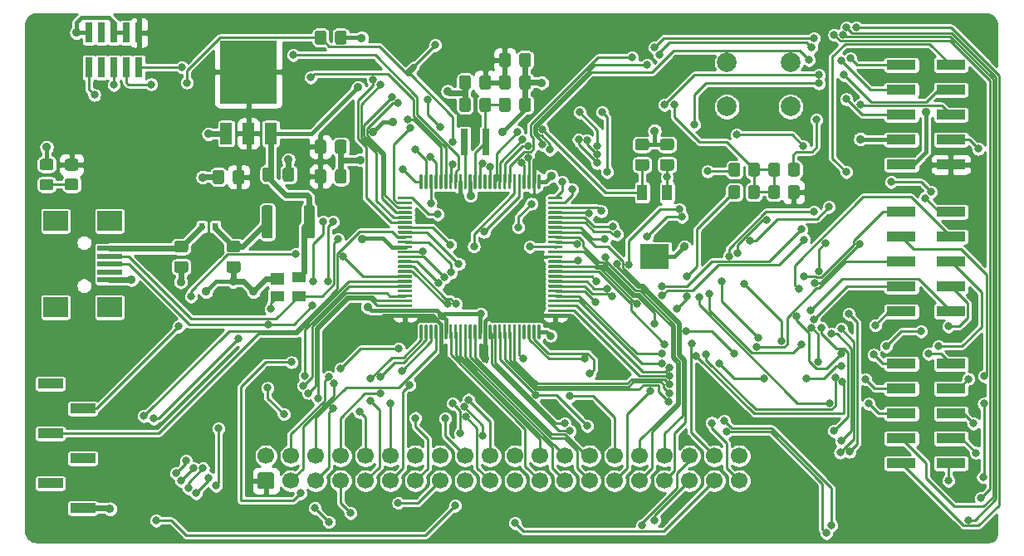
<source format=gtl>
%TF.GenerationSoftware,KiCad,Pcbnew,5.1.8*%
%TF.CreationDate,2020-11-25T01:05:46-06:00*%
%TF.ProjectId,e54-GFX-Development-Board,6535342d-4746-4582-9d44-6576656c6f70,rev?*%
%TF.SameCoordinates,Original*%
%TF.FileFunction,Copper,L1,Top*%
%TF.FilePolarity,Positive*%
%FSLAX46Y46*%
G04 Gerber Fmt 4.6, Leading zero omitted, Abs format (unit mm)*
G04 Created by KiCad (PCBNEW 5.1.8) date 2020-11-25 01:05:46*
%MOMM*%
%LPD*%
G01*
G04 APERTURE LIST*
%TA.AperFunction,SMDPad,CuDef*%
%ADD10R,2.510000X1.000000*%
%TD*%
%TA.AperFunction,SMDPad,CuDef*%
%ADD11R,3.000000X1.000000*%
%TD*%
%TA.AperFunction,SMDPad,CuDef*%
%ADD12R,3.000000X2.500000*%
%TD*%
%TA.AperFunction,SMDPad,CuDef*%
%ADD13R,1.000000X1.600000*%
%TD*%
%TA.AperFunction,SMDPad,CuDef*%
%ADD14R,5.800000X6.400000*%
%TD*%
%TA.AperFunction,SMDPad,CuDef*%
%ADD15R,1.200000X2.200000*%
%TD*%
%TA.AperFunction,ComponentPad*%
%ADD16C,2.000000*%
%TD*%
%TA.AperFunction,SMDPad,CuDef*%
%ADD17R,0.800000X2.700000*%
%TD*%
%TA.AperFunction,ComponentPad*%
%ADD18C,1.700000*%
%TD*%
%TA.AperFunction,SMDPad,CuDef*%
%ADD19R,0.760000X2.050000*%
%TD*%
%TA.AperFunction,SMDPad,CuDef*%
%ADD20R,2.500000X0.500000*%
%TD*%
%TA.AperFunction,SMDPad,CuDef*%
%ADD21R,2.500000X2.000000*%
%TD*%
%TA.AperFunction,SMDPad,CuDef*%
%ADD22R,0.600000X0.800000*%
%TD*%
%TA.AperFunction,SMDPad,CuDef*%
%ADD23R,1.400000X1.000000*%
%TD*%
%TA.AperFunction,SMDPad,CuDef*%
%ADD24R,1.400000X1.200000*%
%TD*%
%TA.AperFunction,ViaPad*%
%ADD25C,0.889000*%
%TD*%
%TA.AperFunction,ViaPad*%
%ADD26C,0.800000*%
%TD*%
%TA.AperFunction,Conductor*%
%ADD27C,0.609600*%
%TD*%
%TA.AperFunction,Conductor*%
%ADD28C,0.406400*%
%TD*%
%TA.AperFunction,Conductor*%
%ADD29C,0.250000*%
%TD*%
%TA.AperFunction,Conductor*%
%ADD30C,0.254000*%
%TD*%
%TA.AperFunction,Conductor*%
%ADD31C,0.100000*%
%TD*%
G04 APERTURE END LIST*
D10*
%TO.P,J2,6*%
%TO.N,N/C*%
X97405000Y-108458000D03*
%TO.P,J2,4*%
%TO.N,/DBG_RX*%
X97405000Y-113538000D03*
%TO.P,J2,2*%
%TO.N,N/C*%
X97405000Y-118618000D03*
%TO.P,J2,5*%
%TO.N,/DBG_TX*%
X100715000Y-110998000D03*
%TO.P,J2,3*%
%TO.N,N/C*%
X100715000Y-116078000D03*
%TO.P,J2,1*%
%TO.N,GND*%
X100715000Y-121158000D03*
%TD*%
D11*
%TO.P,J8,10*%
%TO.N,+5V*%
X184170000Y-86106000D03*
%TO.P,J8,9*%
%TO.N,+3V3*%
X189210000Y-86106000D03*
%TO.P,J8,8*%
%TO.N,GND*%
X184170000Y-83566000D03*
%TO.P,J8,7*%
%TO.N,/DEV_GPIO_27*%
X189210000Y-83566000D03*
%TO.P,J8,6*%
%TO.N,/DEV_GPIO_26*%
X184170000Y-81026000D03*
%TO.P,J8,5*%
%TO.N,/DEV_GPIO_25*%
X189210000Y-81026000D03*
%TO.P,J8,4*%
%TO.N,/DEV_GPIO_24*%
X184170000Y-78486000D03*
%TO.P,J8,3*%
%TO.N,/DEV_GPIO_23*%
X189210000Y-78486000D03*
%TO.P,J8,2*%
%TO.N,/DEV_GPIO_22*%
X184170000Y-75946000D03*
%TO.P,J8,1*%
%TO.N,/DEV_GPIO_21*%
X189210000Y-75946000D03*
%TD*%
%TO.P,J7,10*%
%TO.N,/DEV_GPIO_20*%
X184170000Y-101092000D03*
%TO.P,J7,9*%
%TO.N,/DEV_GPIO_19*%
X189210000Y-101092000D03*
%TO.P,J7,8*%
%TO.N,/DEV_GPIO_18*%
X184170000Y-98552000D03*
%TO.P,J7,7*%
%TO.N,/DEV_GPIO_17*%
X189210000Y-98552000D03*
%TO.P,J7,6*%
%TO.N,/DEV_GPIO_16*%
X184170000Y-96012000D03*
%TO.P,J7,5*%
%TO.N,/DEV_GPIO_15*%
X189210000Y-96012000D03*
%TO.P,J7,4*%
%TO.N,/DEV_GPIO_14*%
X184170000Y-93472000D03*
%TO.P,J7,3*%
%TO.N,/DEV_GPIO_13*%
X189210000Y-93472000D03*
%TO.P,J7,2*%
%TO.N,/DEV_GPIO_12*%
X184170000Y-90932000D03*
%TO.P,J7,1*%
%TO.N,/DEV_GPIO_11*%
X189210000Y-90932000D03*
%TD*%
%TO.P,J6,10*%
%TO.N,/DEV_GPIO_10*%
X184170000Y-116586000D03*
%TO.P,J6,9*%
%TO.N,/DEV_GPIO_9*%
X189210000Y-116586000D03*
%TO.P,J6,8*%
%TO.N,/DEV_GPIO_8*%
X184170000Y-114046000D03*
%TO.P,J6,7*%
%TO.N,/DEV_GPIO_7*%
X189210000Y-114046000D03*
%TO.P,J6,6*%
%TO.N,/DEV_GPIO_6*%
X184170000Y-111506000D03*
%TO.P,J6,5*%
%TO.N,/DEV_GPIO_5*%
X189210000Y-111506000D03*
%TO.P,J6,4*%
%TO.N,/DEV_GPIO_4*%
X184170000Y-108966000D03*
%TO.P,J6,3*%
%TO.N,/DEV_GPIO_3*%
X189210000Y-108966000D03*
%TO.P,J6,2*%
%TO.N,/DEV_GPIO_2*%
X184170000Y-106426000D03*
%TO.P,J6,1*%
%TO.N,/DEV_GPIO_1*%
X189210000Y-106426000D03*
%TD*%
D12*
%TO.P,Y2,3*%
%TO.N,GND*%
X159004000Y-95506000D03*
D13*
%TO.P,Y2,2*%
%TO.N,/XIN32*%
X160274000Y-88956000D03*
%TO.P,Y2,1*%
%TO.N,/XOUT32*%
X157734000Y-88956000D03*
%TD*%
%TO.P,U2,100*%
%TO.N,/TFT_D3*%
%TA.AperFunction,SMDPad,CuDef*%
G36*
G01*
X135074000Y-88504000D02*
X135074000Y-87179000D01*
G75*
G02*
X135149000Y-87104000I75000J0D01*
G01*
X135299000Y-87104000D01*
G75*
G02*
X135374000Y-87179000I0J-75000D01*
G01*
X135374000Y-88504000D01*
G75*
G02*
X135299000Y-88579000I-75000J0D01*
G01*
X135149000Y-88579000D01*
G75*
G02*
X135074000Y-88504000I0J75000D01*
G01*
G37*
%TD.AperFunction*%
%TO.P,U2,99*%
%TO.N,/TFT_D2*%
%TA.AperFunction,SMDPad,CuDef*%
G36*
G01*
X135574000Y-88504000D02*
X135574000Y-87179000D01*
G75*
G02*
X135649000Y-87104000I75000J0D01*
G01*
X135799000Y-87104000D01*
G75*
G02*
X135874000Y-87179000I0J-75000D01*
G01*
X135874000Y-88504000D01*
G75*
G02*
X135799000Y-88579000I-75000J0D01*
G01*
X135649000Y-88579000D01*
G75*
G02*
X135574000Y-88504000I0J75000D01*
G01*
G37*
%TD.AperFunction*%
%TO.P,U2,98*%
%TO.N,/TFT_D1*%
%TA.AperFunction,SMDPad,CuDef*%
G36*
G01*
X136074000Y-88504000D02*
X136074000Y-87179000D01*
G75*
G02*
X136149000Y-87104000I75000J0D01*
G01*
X136299000Y-87104000D01*
G75*
G02*
X136374000Y-87179000I0J-75000D01*
G01*
X136374000Y-88504000D01*
G75*
G02*
X136299000Y-88579000I-75000J0D01*
G01*
X136149000Y-88579000D01*
G75*
G02*
X136074000Y-88504000I0J75000D01*
G01*
G37*
%TD.AperFunction*%
%TO.P,U2,97*%
%TO.N,/TFT_D0*%
%TA.AperFunction,SMDPad,CuDef*%
G36*
G01*
X136574000Y-88504000D02*
X136574000Y-87179000D01*
G75*
G02*
X136649000Y-87104000I75000J0D01*
G01*
X136799000Y-87104000D01*
G75*
G02*
X136874000Y-87179000I0J-75000D01*
G01*
X136874000Y-88504000D01*
G75*
G02*
X136799000Y-88579000I-75000J0D01*
G01*
X136649000Y-88579000D01*
G75*
G02*
X136574000Y-88504000I0J75000D01*
G01*
G37*
%TD.AperFunction*%
%TO.P,U2,96*%
%TO.N,/DEV_GPIO_27*%
%TA.AperFunction,SMDPad,CuDef*%
G36*
G01*
X137074000Y-88504000D02*
X137074000Y-87179000D01*
G75*
G02*
X137149000Y-87104000I75000J0D01*
G01*
X137299000Y-87104000D01*
G75*
G02*
X137374000Y-87179000I0J-75000D01*
G01*
X137374000Y-88504000D01*
G75*
G02*
X137299000Y-88579000I-75000J0D01*
G01*
X137149000Y-88579000D01*
G75*
G02*
X137074000Y-88504000I0J75000D01*
G01*
G37*
%TD.AperFunction*%
%TO.P,U2,95*%
%TO.N,/SWO*%
%TA.AperFunction,SMDPad,CuDef*%
G36*
G01*
X137574000Y-88504000D02*
X137574000Y-87179000D01*
G75*
G02*
X137649000Y-87104000I75000J0D01*
G01*
X137799000Y-87104000D01*
G75*
G02*
X137874000Y-87179000I0J-75000D01*
G01*
X137874000Y-88504000D01*
G75*
G02*
X137799000Y-88579000I-75000J0D01*
G01*
X137649000Y-88579000D01*
G75*
G02*
X137574000Y-88504000I0J75000D01*
G01*
G37*
%TD.AperFunction*%
%TO.P,U2,94*%
%TO.N,/SWDIO*%
%TA.AperFunction,SMDPad,CuDef*%
G36*
G01*
X138074000Y-88504000D02*
X138074000Y-87179000D01*
G75*
G02*
X138149000Y-87104000I75000J0D01*
G01*
X138299000Y-87104000D01*
G75*
G02*
X138374000Y-87179000I0J-75000D01*
G01*
X138374000Y-88504000D01*
G75*
G02*
X138299000Y-88579000I-75000J0D01*
G01*
X138149000Y-88579000D01*
G75*
G02*
X138074000Y-88504000I0J75000D01*
G01*
G37*
%TD.AperFunction*%
%TO.P,U2,93*%
%TO.N,/SWCLK*%
%TA.AperFunction,SMDPad,CuDef*%
G36*
G01*
X138574000Y-88504000D02*
X138574000Y-87179000D01*
G75*
G02*
X138649000Y-87104000I75000J0D01*
G01*
X138799000Y-87104000D01*
G75*
G02*
X138874000Y-87179000I0J-75000D01*
G01*
X138874000Y-88504000D01*
G75*
G02*
X138799000Y-88579000I-75000J0D01*
G01*
X138649000Y-88579000D01*
G75*
G02*
X138574000Y-88504000I0J75000D01*
G01*
G37*
%TD.AperFunction*%
%TO.P,U2,92*%
%TO.N,+3V3*%
%TA.AperFunction,SMDPad,CuDef*%
G36*
G01*
X139074000Y-88504000D02*
X139074000Y-87179000D01*
G75*
G02*
X139149000Y-87104000I75000J0D01*
G01*
X139299000Y-87104000D01*
G75*
G02*
X139374000Y-87179000I0J-75000D01*
G01*
X139374000Y-88504000D01*
G75*
G02*
X139299000Y-88579000I-75000J0D01*
G01*
X139149000Y-88579000D01*
G75*
G02*
X139074000Y-88504000I0J75000D01*
G01*
G37*
%TD.AperFunction*%
%TO.P,U2,91*%
%TO.N,/VCC_MCU_VSW*%
%TA.AperFunction,SMDPad,CuDef*%
G36*
G01*
X139574000Y-88504000D02*
X139574000Y-87179000D01*
G75*
G02*
X139649000Y-87104000I75000J0D01*
G01*
X139799000Y-87104000D01*
G75*
G02*
X139874000Y-87179000I0J-75000D01*
G01*
X139874000Y-88504000D01*
G75*
G02*
X139799000Y-88579000I-75000J0D01*
G01*
X139649000Y-88579000D01*
G75*
G02*
X139574000Y-88504000I0J75000D01*
G01*
G37*
%TD.AperFunction*%
%TO.P,U2,90*%
%TO.N,GND*%
%TA.AperFunction,SMDPad,CuDef*%
G36*
G01*
X140074000Y-88504000D02*
X140074000Y-87179000D01*
G75*
G02*
X140149000Y-87104000I75000J0D01*
G01*
X140299000Y-87104000D01*
G75*
G02*
X140374000Y-87179000I0J-75000D01*
G01*
X140374000Y-88504000D01*
G75*
G02*
X140299000Y-88579000I-75000J0D01*
G01*
X140149000Y-88579000D01*
G75*
G02*
X140074000Y-88504000I0J75000D01*
G01*
G37*
%TD.AperFunction*%
%TO.P,U2,89*%
%TO.N,/VCC_MCU_VDDCORE*%
%TA.AperFunction,SMDPad,CuDef*%
G36*
G01*
X140574000Y-88504000D02*
X140574000Y-87179000D01*
G75*
G02*
X140649000Y-87104000I75000J0D01*
G01*
X140799000Y-87104000D01*
G75*
G02*
X140874000Y-87179000I0J-75000D01*
G01*
X140874000Y-88504000D01*
G75*
G02*
X140799000Y-88579000I-75000J0D01*
G01*
X140649000Y-88579000D01*
G75*
G02*
X140574000Y-88504000I0J75000D01*
G01*
G37*
%TD.AperFunction*%
%TO.P,U2,88*%
%TO.N,/~RESET*%
%TA.AperFunction,SMDPad,CuDef*%
G36*
G01*
X141074000Y-88504000D02*
X141074000Y-87179000D01*
G75*
G02*
X141149000Y-87104000I75000J0D01*
G01*
X141299000Y-87104000D01*
G75*
G02*
X141374000Y-87179000I0J-75000D01*
G01*
X141374000Y-88504000D01*
G75*
G02*
X141299000Y-88579000I-75000J0D01*
G01*
X141149000Y-88579000D01*
G75*
G02*
X141074000Y-88504000I0J75000D01*
G01*
G37*
%TD.AperFunction*%
%TO.P,U2,87*%
%TO.N,N/C*%
%TA.AperFunction,SMDPad,CuDef*%
G36*
G01*
X141574000Y-88504000D02*
X141574000Y-87179000D01*
G75*
G02*
X141649000Y-87104000I75000J0D01*
G01*
X141799000Y-87104000D01*
G75*
G02*
X141874000Y-87179000I0J-75000D01*
G01*
X141874000Y-88504000D01*
G75*
G02*
X141799000Y-88579000I-75000J0D01*
G01*
X141649000Y-88579000D01*
G75*
G02*
X141574000Y-88504000I0J75000D01*
G01*
G37*
%TD.AperFunction*%
%TO.P,U2,86*%
%TO.N,/DEV_GPIO_26*%
%TA.AperFunction,SMDPad,CuDef*%
G36*
G01*
X142074000Y-88504000D02*
X142074000Y-87179000D01*
G75*
G02*
X142149000Y-87104000I75000J0D01*
G01*
X142299000Y-87104000D01*
G75*
G02*
X142374000Y-87179000I0J-75000D01*
G01*
X142374000Y-88504000D01*
G75*
G02*
X142299000Y-88579000I-75000J0D01*
G01*
X142149000Y-88579000D01*
G75*
G02*
X142074000Y-88504000I0J75000D01*
G01*
G37*
%TD.AperFunction*%
%TO.P,U2,85*%
%TO.N,/DEV_GPIO_25*%
%TA.AperFunction,SMDPad,CuDef*%
G36*
G01*
X142574000Y-88504000D02*
X142574000Y-87179000D01*
G75*
G02*
X142649000Y-87104000I75000J0D01*
G01*
X142799000Y-87104000D01*
G75*
G02*
X142874000Y-87179000I0J-75000D01*
G01*
X142874000Y-88504000D01*
G75*
G02*
X142799000Y-88579000I-75000J0D01*
G01*
X142649000Y-88579000D01*
G75*
G02*
X142574000Y-88504000I0J75000D01*
G01*
G37*
%TD.AperFunction*%
%TO.P,U2,84*%
%TO.N,/DEV_GPIO_24*%
%TA.AperFunction,SMDPad,CuDef*%
G36*
G01*
X143074000Y-88504000D02*
X143074000Y-87179000D01*
G75*
G02*
X143149000Y-87104000I75000J0D01*
G01*
X143299000Y-87104000D01*
G75*
G02*
X143374000Y-87179000I0J-75000D01*
G01*
X143374000Y-88504000D01*
G75*
G02*
X143299000Y-88579000I-75000J0D01*
G01*
X143149000Y-88579000D01*
G75*
G02*
X143074000Y-88504000I0J75000D01*
G01*
G37*
%TD.AperFunction*%
%TO.P,U2,83*%
%TO.N,/DEV_GPIO_23*%
%TA.AperFunction,SMDPad,CuDef*%
G36*
G01*
X143574000Y-88504000D02*
X143574000Y-87179000D01*
G75*
G02*
X143649000Y-87104000I75000J0D01*
G01*
X143799000Y-87104000D01*
G75*
G02*
X143874000Y-87179000I0J-75000D01*
G01*
X143874000Y-88504000D01*
G75*
G02*
X143799000Y-88579000I-75000J0D01*
G01*
X143649000Y-88579000D01*
G75*
G02*
X143574000Y-88504000I0J75000D01*
G01*
G37*
%TD.AperFunction*%
%TO.P,U2,82*%
%TO.N,/DEV_GPIO_22*%
%TA.AperFunction,SMDPad,CuDef*%
G36*
G01*
X144074000Y-88504000D02*
X144074000Y-87179000D01*
G75*
G02*
X144149000Y-87104000I75000J0D01*
G01*
X144299000Y-87104000D01*
G75*
G02*
X144374000Y-87179000I0J-75000D01*
G01*
X144374000Y-88504000D01*
G75*
G02*
X144299000Y-88579000I-75000J0D01*
G01*
X144149000Y-88579000D01*
G75*
G02*
X144074000Y-88504000I0J75000D01*
G01*
G37*
%TD.AperFunction*%
%TO.P,U2,81*%
%TO.N,/TFT_RD*%
%TA.AperFunction,SMDPad,CuDef*%
G36*
G01*
X144574000Y-88504000D02*
X144574000Y-87179000D01*
G75*
G02*
X144649000Y-87104000I75000J0D01*
G01*
X144799000Y-87104000D01*
G75*
G02*
X144874000Y-87179000I0J-75000D01*
G01*
X144874000Y-88504000D01*
G75*
G02*
X144799000Y-88579000I-75000J0D01*
G01*
X144649000Y-88579000D01*
G75*
G02*
X144574000Y-88504000I0J75000D01*
G01*
G37*
%TD.AperFunction*%
%TO.P,U2,80*%
%TO.N,/TFT_WR*%
%TA.AperFunction,SMDPad,CuDef*%
G36*
G01*
X145074000Y-88504000D02*
X145074000Y-87179000D01*
G75*
G02*
X145149000Y-87104000I75000J0D01*
G01*
X145299000Y-87104000D01*
G75*
G02*
X145374000Y-87179000I0J-75000D01*
G01*
X145374000Y-88504000D01*
G75*
G02*
X145299000Y-88579000I-75000J0D01*
G01*
X145149000Y-88579000D01*
G75*
G02*
X145074000Y-88504000I0J75000D01*
G01*
G37*
%TD.AperFunction*%
%TO.P,U2,79*%
%TO.N,/TFT_D23*%
%TA.AperFunction,SMDPad,CuDef*%
G36*
G01*
X145574000Y-88504000D02*
X145574000Y-87179000D01*
G75*
G02*
X145649000Y-87104000I75000J0D01*
G01*
X145799000Y-87104000D01*
G75*
G02*
X145874000Y-87179000I0J-75000D01*
G01*
X145874000Y-88504000D01*
G75*
G02*
X145799000Y-88579000I-75000J0D01*
G01*
X145649000Y-88579000D01*
G75*
G02*
X145574000Y-88504000I0J75000D01*
G01*
G37*
%TD.AperFunction*%
%TO.P,U2,78*%
%TO.N,/TFT_D22*%
%TA.AperFunction,SMDPad,CuDef*%
G36*
G01*
X146074000Y-88504000D02*
X146074000Y-87179000D01*
G75*
G02*
X146149000Y-87104000I75000J0D01*
G01*
X146299000Y-87104000D01*
G75*
G02*
X146374000Y-87179000I0J-75000D01*
G01*
X146374000Y-88504000D01*
G75*
G02*
X146299000Y-88579000I-75000J0D01*
G01*
X146149000Y-88579000D01*
G75*
G02*
X146074000Y-88504000I0J75000D01*
G01*
G37*
%TD.AperFunction*%
%TO.P,U2,77*%
%TO.N,+3V3*%
%TA.AperFunction,SMDPad,CuDef*%
G36*
G01*
X146574000Y-88504000D02*
X146574000Y-87179000D01*
G75*
G02*
X146649000Y-87104000I75000J0D01*
G01*
X146799000Y-87104000D01*
G75*
G02*
X146874000Y-87179000I0J-75000D01*
G01*
X146874000Y-88504000D01*
G75*
G02*
X146799000Y-88579000I-75000J0D01*
G01*
X146649000Y-88579000D01*
G75*
G02*
X146574000Y-88504000I0J75000D01*
G01*
G37*
%TD.AperFunction*%
%TO.P,U2,76*%
%TO.N,GND*%
%TA.AperFunction,SMDPad,CuDef*%
G36*
G01*
X147074000Y-88504000D02*
X147074000Y-87179000D01*
G75*
G02*
X147149000Y-87104000I75000J0D01*
G01*
X147299000Y-87104000D01*
G75*
G02*
X147374000Y-87179000I0J-75000D01*
G01*
X147374000Y-88504000D01*
G75*
G02*
X147299000Y-88579000I-75000J0D01*
G01*
X147149000Y-88579000D01*
G75*
G02*
X147074000Y-88504000I0J75000D01*
G01*
G37*
%TD.AperFunction*%
%TO.P,U2,75*%
%TO.N,/USB_DP*%
%TA.AperFunction,SMDPad,CuDef*%
G36*
G01*
X148149000Y-89579000D02*
X148149000Y-89429000D01*
G75*
G02*
X148224000Y-89354000I75000J0D01*
G01*
X149549000Y-89354000D01*
G75*
G02*
X149624000Y-89429000I0J-75000D01*
G01*
X149624000Y-89579000D01*
G75*
G02*
X149549000Y-89654000I-75000J0D01*
G01*
X148224000Y-89654000D01*
G75*
G02*
X148149000Y-89579000I0J75000D01*
G01*
G37*
%TD.AperFunction*%
%TO.P,U2,74*%
%TO.N,/USB_DM*%
%TA.AperFunction,SMDPad,CuDef*%
G36*
G01*
X148149000Y-90079000D02*
X148149000Y-89929000D01*
G75*
G02*
X148224000Y-89854000I75000J0D01*
G01*
X149549000Y-89854000D01*
G75*
G02*
X149624000Y-89929000I0J-75000D01*
G01*
X149624000Y-90079000D01*
G75*
G02*
X149549000Y-90154000I-75000J0D01*
G01*
X148224000Y-90154000D01*
G75*
G02*
X148149000Y-90079000I0J75000D01*
G01*
G37*
%TD.AperFunction*%
%TO.P,U2,73*%
%TO.N,/I2C_SCL*%
%TA.AperFunction,SMDPad,CuDef*%
G36*
G01*
X148149000Y-90579000D02*
X148149000Y-90429000D01*
G75*
G02*
X148224000Y-90354000I75000J0D01*
G01*
X149549000Y-90354000D01*
G75*
G02*
X149624000Y-90429000I0J-75000D01*
G01*
X149624000Y-90579000D01*
G75*
G02*
X149549000Y-90654000I-75000J0D01*
G01*
X148224000Y-90654000D01*
G75*
G02*
X148149000Y-90579000I0J75000D01*
G01*
G37*
%TD.AperFunction*%
%TO.P,U2,72*%
%TO.N,/I2C_SDA*%
%TA.AperFunction,SMDPad,CuDef*%
G36*
G01*
X148149000Y-91079000D02*
X148149000Y-90929000D01*
G75*
G02*
X148224000Y-90854000I75000J0D01*
G01*
X149549000Y-90854000D01*
G75*
G02*
X149624000Y-90929000I0J-75000D01*
G01*
X149624000Y-91079000D01*
G75*
G02*
X149549000Y-91154000I-75000J0D01*
G01*
X148224000Y-91154000D01*
G75*
G02*
X148149000Y-91079000I0J75000D01*
G01*
G37*
%TD.AperFunction*%
%TO.P,U2,71*%
%TO.N,/DEV_GPIO_6*%
%TA.AperFunction,SMDPad,CuDef*%
G36*
G01*
X148149000Y-91579000D02*
X148149000Y-91429000D01*
G75*
G02*
X148224000Y-91354000I75000J0D01*
G01*
X149549000Y-91354000D01*
G75*
G02*
X149624000Y-91429000I0J-75000D01*
G01*
X149624000Y-91579000D01*
G75*
G02*
X149549000Y-91654000I-75000J0D01*
G01*
X148224000Y-91654000D01*
G75*
G02*
X148149000Y-91579000I0J75000D01*
G01*
G37*
%TD.AperFunction*%
%TO.P,U2,70*%
%TO.N,/DEV_GPIO_5*%
%TA.AperFunction,SMDPad,CuDef*%
G36*
G01*
X148149000Y-92079000D02*
X148149000Y-91929000D01*
G75*
G02*
X148224000Y-91854000I75000J0D01*
G01*
X149549000Y-91854000D01*
G75*
G02*
X149624000Y-91929000I0J-75000D01*
G01*
X149624000Y-92079000D01*
G75*
G02*
X149549000Y-92154000I-75000J0D01*
G01*
X148224000Y-92154000D01*
G75*
G02*
X148149000Y-92079000I0J75000D01*
G01*
G37*
%TD.AperFunction*%
%TO.P,U2,69*%
%TO.N,/TFT_D21*%
%TA.AperFunction,SMDPad,CuDef*%
G36*
G01*
X148149000Y-92579000D02*
X148149000Y-92429000D01*
G75*
G02*
X148224000Y-92354000I75000J0D01*
G01*
X149549000Y-92354000D01*
G75*
G02*
X149624000Y-92429000I0J-75000D01*
G01*
X149624000Y-92579000D01*
G75*
G02*
X149549000Y-92654000I-75000J0D01*
G01*
X148224000Y-92654000D01*
G75*
G02*
X148149000Y-92579000I0J75000D01*
G01*
G37*
%TD.AperFunction*%
%TO.P,U2,68*%
%TO.N,/TFT_D20*%
%TA.AperFunction,SMDPad,CuDef*%
G36*
G01*
X148149000Y-93079000D02*
X148149000Y-92929000D01*
G75*
G02*
X148224000Y-92854000I75000J0D01*
G01*
X149549000Y-92854000D01*
G75*
G02*
X149624000Y-92929000I0J-75000D01*
G01*
X149624000Y-93079000D01*
G75*
G02*
X149549000Y-93154000I-75000J0D01*
G01*
X148224000Y-93154000D01*
G75*
G02*
X148149000Y-93079000I0J75000D01*
G01*
G37*
%TD.AperFunction*%
%TO.P,U2,67*%
%TO.N,/TFT_D19*%
%TA.AperFunction,SMDPad,CuDef*%
G36*
G01*
X148149000Y-93579000D02*
X148149000Y-93429000D01*
G75*
G02*
X148224000Y-93354000I75000J0D01*
G01*
X149549000Y-93354000D01*
G75*
G02*
X149624000Y-93429000I0J-75000D01*
G01*
X149624000Y-93579000D01*
G75*
G02*
X149549000Y-93654000I-75000J0D01*
G01*
X148224000Y-93654000D01*
G75*
G02*
X148149000Y-93579000I0J75000D01*
G01*
G37*
%TD.AperFunction*%
%TO.P,U2,66*%
%TO.N,/TFT_D18*%
%TA.AperFunction,SMDPad,CuDef*%
G36*
G01*
X148149000Y-94079000D02*
X148149000Y-93929000D01*
G75*
G02*
X148224000Y-93854000I75000J0D01*
G01*
X149549000Y-93854000D01*
G75*
G02*
X149624000Y-93929000I0J-75000D01*
G01*
X149624000Y-94079000D01*
G75*
G02*
X149549000Y-94154000I-75000J0D01*
G01*
X148224000Y-94154000D01*
G75*
G02*
X148149000Y-94079000I0J75000D01*
G01*
G37*
%TD.AperFunction*%
%TO.P,U2,65*%
%TO.N,/TFT_D17*%
%TA.AperFunction,SMDPad,CuDef*%
G36*
G01*
X148149000Y-94579000D02*
X148149000Y-94429000D01*
G75*
G02*
X148224000Y-94354000I75000J0D01*
G01*
X149549000Y-94354000D01*
G75*
G02*
X149624000Y-94429000I0J-75000D01*
G01*
X149624000Y-94579000D01*
G75*
G02*
X149549000Y-94654000I-75000J0D01*
G01*
X148224000Y-94654000D01*
G75*
G02*
X148149000Y-94579000I0J75000D01*
G01*
G37*
%TD.AperFunction*%
%TO.P,U2,64*%
%TO.N,/TFT_D16*%
%TA.AperFunction,SMDPad,CuDef*%
G36*
G01*
X148149000Y-95079000D02*
X148149000Y-94929000D01*
G75*
G02*
X148224000Y-94854000I75000J0D01*
G01*
X149549000Y-94854000D01*
G75*
G02*
X149624000Y-94929000I0J-75000D01*
G01*
X149624000Y-95079000D01*
G75*
G02*
X149549000Y-95154000I-75000J0D01*
G01*
X148224000Y-95154000D01*
G75*
G02*
X148149000Y-95079000I0J75000D01*
G01*
G37*
%TD.AperFunction*%
%TO.P,U2,63*%
%TO.N,+3V3*%
%TA.AperFunction,SMDPad,CuDef*%
G36*
G01*
X148149000Y-95579000D02*
X148149000Y-95429000D01*
G75*
G02*
X148224000Y-95354000I75000J0D01*
G01*
X149549000Y-95354000D01*
G75*
G02*
X149624000Y-95429000I0J-75000D01*
G01*
X149624000Y-95579000D01*
G75*
G02*
X149549000Y-95654000I-75000J0D01*
G01*
X148224000Y-95654000D01*
G75*
G02*
X148149000Y-95579000I0J75000D01*
G01*
G37*
%TD.AperFunction*%
%TO.P,U2,62*%
%TO.N,GND*%
%TA.AperFunction,SMDPad,CuDef*%
G36*
G01*
X148149000Y-96079000D02*
X148149000Y-95929000D01*
G75*
G02*
X148224000Y-95854000I75000J0D01*
G01*
X149549000Y-95854000D01*
G75*
G02*
X149624000Y-95929000I0J-75000D01*
G01*
X149624000Y-96079000D01*
G75*
G02*
X149549000Y-96154000I-75000J0D01*
G01*
X148224000Y-96154000D01*
G75*
G02*
X148149000Y-96079000I0J75000D01*
G01*
G37*
%TD.AperFunction*%
%TO.P,U2,61*%
%TO.N,/DEV_GPIO_21*%
%TA.AperFunction,SMDPad,CuDef*%
G36*
G01*
X148149000Y-96579000D02*
X148149000Y-96429000D01*
G75*
G02*
X148224000Y-96354000I75000J0D01*
G01*
X149549000Y-96354000D01*
G75*
G02*
X149624000Y-96429000I0J-75000D01*
G01*
X149624000Y-96579000D01*
G75*
G02*
X149549000Y-96654000I-75000J0D01*
G01*
X148224000Y-96654000D01*
G75*
G02*
X148149000Y-96579000I0J75000D01*
G01*
G37*
%TD.AperFunction*%
%TO.P,U2,60*%
%TO.N,/DEV_GPIO_20*%
%TA.AperFunction,SMDPad,CuDef*%
G36*
G01*
X148149000Y-97079000D02*
X148149000Y-96929000D01*
G75*
G02*
X148224000Y-96854000I75000J0D01*
G01*
X149549000Y-96854000D01*
G75*
G02*
X149624000Y-96929000I0J-75000D01*
G01*
X149624000Y-97079000D01*
G75*
G02*
X149549000Y-97154000I-75000J0D01*
G01*
X148224000Y-97154000D01*
G75*
G02*
X148149000Y-97079000I0J75000D01*
G01*
G37*
%TD.AperFunction*%
%TO.P,U2,59*%
%TO.N,/~SD_CS*%
%TA.AperFunction,SMDPad,CuDef*%
G36*
G01*
X148149000Y-97579000D02*
X148149000Y-97429000D01*
G75*
G02*
X148224000Y-97354000I75000J0D01*
G01*
X149549000Y-97354000D01*
G75*
G02*
X149624000Y-97429000I0J-75000D01*
G01*
X149624000Y-97579000D01*
G75*
G02*
X149549000Y-97654000I-75000J0D01*
G01*
X148224000Y-97654000D01*
G75*
G02*
X148149000Y-97579000I0J75000D01*
G01*
G37*
%TD.AperFunction*%
%TO.P,U2,58*%
%TO.N,/SD_MISO*%
%TA.AperFunction,SMDPad,CuDef*%
G36*
G01*
X148149000Y-98079000D02*
X148149000Y-97929000D01*
G75*
G02*
X148224000Y-97854000I75000J0D01*
G01*
X149549000Y-97854000D01*
G75*
G02*
X149624000Y-97929000I0J-75000D01*
G01*
X149624000Y-98079000D01*
G75*
G02*
X149549000Y-98154000I-75000J0D01*
G01*
X148224000Y-98154000D01*
G75*
G02*
X148149000Y-98079000I0J75000D01*
G01*
G37*
%TD.AperFunction*%
%TO.P,U2,57*%
%TO.N,/SD_SCK*%
%TA.AperFunction,SMDPad,CuDef*%
G36*
G01*
X148149000Y-98579000D02*
X148149000Y-98429000D01*
G75*
G02*
X148224000Y-98354000I75000J0D01*
G01*
X149549000Y-98354000D01*
G75*
G02*
X149624000Y-98429000I0J-75000D01*
G01*
X149624000Y-98579000D01*
G75*
G02*
X149549000Y-98654000I-75000J0D01*
G01*
X148224000Y-98654000D01*
G75*
G02*
X148149000Y-98579000I0J75000D01*
G01*
G37*
%TD.AperFunction*%
%TO.P,U2,56*%
%TO.N,/SD_MOSI*%
%TA.AperFunction,SMDPad,CuDef*%
G36*
G01*
X148149000Y-99079000D02*
X148149000Y-98929000D01*
G75*
G02*
X148224000Y-98854000I75000J0D01*
G01*
X149549000Y-98854000D01*
G75*
G02*
X149624000Y-98929000I0J-75000D01*
G01*
X149624000Y-99079000D01*
G75*
G02*
X149549000Y-99154000I-75000J0D01*
G01*
X148224000Y-99154000D01*
G75*
G02*
X148149000Y-99079000I0J75000D01*
G01*
G37*
%TD.AperFunction*%
%TO.P,U2,55*%
%TO.N,/DEV_GPIO_4*%
%TA.AperFunction,SMDPad,CuDef*%
G36*
G01*
X148149000Y-99579000D02*
X148149000Y-99429000D01*
G75*
G02*
X148224000Y-99354000I75000J0D01*
G01*
X149549000Y-99354000D01*
G75*
G02*
X149624000Y-99429000I0J-75000D01*
G01*
X149624000Y-99579000D01*
G75*
G02*
X149549000Y-99654000I-75000J0D01*
G01*
X148224000Y-99654000D01*
G75*
G02*
X148149000Y-99579000I0J75000D01*
G01*
G37*
%TD.AperFunction*%
%TO.P,U2,54*%
%TO.N,/DEV_GPIO_3*%
%TA.AperFunction,SMDPad,CuDef*%
G36*
G01*
X148149000Y-100079000D02*
X148149000Y-99929000D01*
G75*
G02*
X148224000Y-99854000I75000J0D01*
G01*
X149549000Y-99854000D01*
G75*
G02*
X149624000Y-99929000I0J-75000D01*
G01*
X149624000Y-100079000D01*
G75*
G02*
X149549000Y-100154000I-75000J0D01*
G01*
X148224000Y-100154000D01*
G75*
G02*
X148149000Y-100079000I0J75000D01*
G01*
G37*
%TD.AperFunction*%
%TO.P,U2,53*%
%TO.N,/DEV_GPIO_2*%
%TA.AperFunction,SMDPad,CuDef*%
G36*
G01*
X148149000Y-100579000D02*
X148149000Y-100429000D01*
G75*
G02*
X148224000Y-100354000I75000J0D01*
G01*
X149549000Y-100354000D01*
G75*
G02*
X149624000Y-100429000I0J-75000D01*
G01*
X149624000Y-100579000D01*
G75*
G02*
X149549000Y-100654000I-75000J0D01*
G01*
X148224000Y-100654000D01*
G75*
G02*
X148149000Y-100579000I0J75000D01*
G01*
G37*
%TD.AperFunction*%
%TO.P,U2,52*%
%TO.N,/DEV_GPIO_1*%
%TA.AperFunction,SMDPad,CuDef*%
G36*
G01*
X148149000Y-101079000D02*
X148149000Y-100929000D01*
G75*
G02*
X148224000Y-100854000I75000J0D01*
G01*
X149549000Y-100854000D01*
G75*
G02*
X149624000Y-100929000I0J-75000D01*
G01*
X149624000Y-101079000D01*
G75*
G02*
X149549000Y-101154000I-75000J0D01*
G01*
X148224000Y-101154000D01*
G75*
G02*
X148149000Y-101079000I0J75000D01*
G01*
G37*
%TD.AperFunction*%
%TO.P,U2,51*%
%TO.N,+3V3*%
%TA.AperFunction,SMDPad,CuDef*%
G36*
G01*
X148149000Y-101579000D02*
X148149000Y-101429000D01*
G75*
G02*
X148224000Y-101354000I75000J0D01*
G01*
X149549000Y-101354000D01*
G75*
G02*
X149624000Y-101429000I0J-75000D01*
G01*
X149624000Y-101579000D01*
G75*
G02*
X149549000Y-101654000I-75000J0D01*
G01*
X148224000Y-101654000D01*
G75*
G02*
X148149000Y-101579000I0J75000D01*
G01*
G37*
%TD.AperFunction*%
%TO.P,U2,50*%
%TO.N,GND*%
%TA.AperFunction,SMDPad,CuDef*%
G36*
G01*
X147074000Y-103829000D02*
X147074000Y-102504000D01*
G75*
G02*
X147149000Y-102429000I75000J0D01*
G01*
X147299000Y-102429000D01*
G75*
G02*
X147374000Y-102504000I0J-75000D01*
G01*
X147374000Y-103829000D01*
G75*
G02*
X147299000Y-103904000I-75000J0D01*
G01*
X147149000Y-103904000D01*
G75*
G02*
X147074000Y-103829000I0J75000D01*
G01*
G37*
%TD.AperFunction*%
%TO.P,U2,49*%
%TO.N,/XOUT0*%
%TA.AperFunction,SMDPad,CuDef*%
G36*
G01*
X146574000Y-103829000D02*
X146574000Y-102504000D01*
G75*
G02*
X146649000Y-102429000I75000J0D01*
G01*
X146799000Y-102429000D01*
G75*
G02*
X146874000Y-102504000I0J-75000D01*
G01*
X146874000Y-103829000D01*
G75*
G02*
X146799000Y-103904000I-75000J0D01*
G01*
X146649000Y-103904000D01*
G75*
G02*
X146574000Y-103829000I0J75000D01*
G01*
G37*
%TD.AperFunction*%
%TO.P,U2,48*%
%TO.N,/XIN0*%
%TA.AperFunction,SMDPad,CuDef*%
G36*
G01*
X146074000Y-103829000D02*
X146074000Y-102504000D01*
G75*
G02*
X146149000Y-102429000I75000J0D01*
G01*
X146299000Y-102429000D01*
G75*
G02*
X146374000Y-102504000I0J-75000D01*
G01*
X146374000Y-103829000D01*
G75*
G02*
X146299000Y-103904000I-75000J0D01*
G01*
X146149000Y-103904000D01*
G75*
G02*
X146074000Y-103829000I0J75000D01*
G01*
G37*
%TD.AperFunction*%
%TO.P,U2,47*%
%TO.N,N/C*%
%TA.AperFunction,SMDPad,CuDef*%
G36*
G01*
X145574000Y-103829000D02*
X145574000Y-102504000D01*
G75*
G02*
X145649000Y-102429000I75000J0D01*
G01*
X145799000Y-102429000D01*
G75*
G02*
X145874000Y-102504000I0J-75000D01*
G01*
X145874000Y-103829000D01*
G75*
G02*
X145799000Y-103904000I-75000J0D01*
G01*
X145649000Y-103904000D01*
G75*
G02*
X145574000Y-103829000I0J75000D01*
G01*
G37*
%TD.AperFunction*%
%TO.P,U2,46*%
%TO.N,/TFT_WAKE*%
%TA.AperFunction,SMDPad,CuDef*%
G36*
G01*
X145074000Y-103829000D02*
X145074000Y-102504000D01*
G75*
G02*
X145149000Y-102429000I75000J0D01*
G01*
X145299000Y-102429000D01*
G75*
G02*
X145374000Y-102504000I0J-75000D01*
G01*
X145374000Y-103829000D01*
G75*
G02*
X145299000Y-103904000I-75000J0D01*
G01*
X145149000Y-103904000D01*
G75*
G02*
X145074000Y-103829000I0J75000D01*
G01*
G37*
%TD.AperFunction*%
%TO.P,U2,45*%
%TO.N,/DEV_GPIO_19*%
%TA.AperFunction,SMDPad,CuDef*%
G36*
G01*
X144574000Y-103829000D02*
X144574000Y-102504000D01*
G75*
G02*
X144649000Y-102429000I75000J0D01*
G01*
X144799000Y-102429000D01*
G75*
G02*
X144874000Y-102504000I0J-75000D01*
G01*
X144874000Y-103829000D01*
G75*
G02*
X144799000Y-103904000I-75000J0D01*
G01*
X144649000Y-103904000D01*
G75*
G02*
X144574000Y-103829000I0J75000D01*
G01*
G37*
%TD.AperFunction*%
%TO.P,U2,44*%
%TO.N,/DEV_GPIO_18*%
%TA.AperFunction,SMDPad,CuDef*%
G36*
G01*
X144074000Y-103829000D02*
X144074000Y-102504000D01*
G75*
G02*
X144149000Y-102429000I75000J0D01*
G01*
X144299000Y-102429000D01*
G75*
G02*
X144374000Y-102504000I0J-75000D01*
G01*
X144374000Y-103829000D01*
G75*
G02*
X144299000Y-103904000I-75000J0D01*
G01*
X144149000Y-103904000D01*
G75*
G02*
X144074000Y-103829000I0J75000D01*
G01*
G37*
%TD.AperFunction*%
%TO.P,U2,43*%
%TO.N,/DEV_GPIO_17*%
%TA.AperFunction,SMDPad,CuDef*%
G36*
G01*
X143574000Y-103829000D02*
X143574000Y-102504000D01*
G75*
G02*
X143649000Y-102429000I75000J0D01*
G01*
X143799000Y-102429000D01*
G75*
G02*
X143874000Y-102504000I0J-75000D01*
G01*
X143874000Y-103829000D01*
G75*
G02*
X143799000Y-103904000I-75000J0D01*
G01*
X143649000Y-103904000D01*
G75*
G02*
X143574000Y-103829000I0J75000D01*
G01*
G37*
%TD.AperFunction*%
%TO.P,U2,42*%
%TO.N,/DEV_GPIO_16*%
%TA.AperFunction,SMDPad,CuDef*%
G36*
G01*
X143074000Y-103829000D02*
X143074000Y-102504000D01*
G75*
G02*
X143149000Y-102429000I75000J0D01*
G01*
X143299000Y-102429000D01*
G75*
G02*
X143374000Y-102504000I0J-75000D01*
G01*
X143374000Y-103829000D01*
G75*
G02*
X143299000Y-103904000I-75000J0D01*
G01*
X143149000Y-103904000D01*
G75*
G02*
X143074000Y-103829000I0J75000D01*
G01*
G37*
%TD.AperFunction*%
%TO.P,U2,41*%
%TO.N,/DEV_GPIO_15*%
%TA.AperFunction,SMDPad,CuDef*%
G36*
G01*
X142574000Y-103829000D02*
X142574000Y-102504000D01*
G75*
G02*
X142649000Y-102429000I75000J0D01*
G01*
X142799000Y-102429000D01*
G75*
G02*
X142874000Y-102504000I0J-75000D01*
G01*
X142874000Y-103829000D01*
G75*
G02*
X142799000Y-103904000I-75000J0D01*
G01*
X142649000Y-103904000D01*
G75*
G02*
X142574000Y-103829000I0J75000D01*
G01*
G37*
%TD.AperFunction*%
%TO.P,U2,40*%
%TO.N,/DEV_GPIO_14*%
%TA.AperFunction,SMDPad,CuDef*%
G36*
G01*
X142074000Y-103829000D02*
X142074000Y-102504000D01*
G75*
G02*
X142149000Y-102429000I75000J0D01*
G01*
X142299000Y-102429000D01*
G75*
G02*
X142374000Y-102504000I0J-75000D01*
G01*
X142374000Y-103829000D01*
G75*
G02*
X142299000Y-103904000I-75000J0D01*
G01*
X142149000Y-103904000D01*
G75*
G02*
X142074000Y-103829000I0J75000D01*
G01*
G37*
%TD.AperFunction*%
%TO.P,U2,39*%
%TO.N,+3V3*%
%TA.AperFunction,SMDPad,CuDef*%
G36*
G01*
X141574000Y-103829000D02*
X141574000Y-102504000D01*
G75*
G02*
X141649000Y-102429000I75000J0D01*
G01*
X141799000Y-102429000D01*
G75*
G02*
X141874000Y-102504000I0J-75000D01*
G01*
X141874000Y-103829000D01*
G75*
G02*
X141799000Y-103904000I-75000J0D01*
G01*
X141649000Y-103904000D01*
G75*
G02*
X141574000Y-103829000I0J75000D01*
G01*
G37*
%TD.AperFunction*%
%TO.P,U2,38*%
%TO.N,GND*%
%TA.AperFunction,SMDPad,CuDef*%
G36*
G01*
X141074000Y-103829000D02*
X141074000Y-102504000D01*
G75*
G02*
X141149000Y-102429000I75000J0D01*
G01*
X141299000Y-102429000D01*
G75*
G02*
X141374000Y-102504000I0J-75000D01*
G01*
X141374000Y-103829000D01*
G75*
G02*
X141299000Y-103904000I-75000J0D01*
G01*
X141149000Y-103904000D01*
G75*
G02*
X141074000Y-103829000I0J75000D01*
G01*
G37*
%TD.AperFunction*%
%TO.P,U2,37*%
%TO.N,/TFT_D15*%
%TA.AperFunction,SMDPad,CuDef*%
G36*
G01*
X140574000Y-103829000D02*
X140574000Y-102504000D01*
G75*
G02*
X140649000Y-102429000I75000J0D01*
G01*
X140799000Y-102429000D01*
G75*
G02*
X140874000Y-102504000I0J-75000D01*
G01*
X140874000Y-103829000D01*
G75*
G02*
X140799000Y-103904000I-75000J0D01*
G01*
X140649000Y-103904000D01*
G75*
G02*
X140574000Y-103829000I0J75000D01*
G01*
G37*
%TD.AperFunction*%
%TO.P,U2,36*%
%TO.N,/TFT_D14*%
%TA.AperFunction,SMDPad,CuDef*%
G36*
G01*
X140074000Y-103829000D02*
X140074000Y-102504000D01*
G75*
G02*
X140149000Y-102429000I75000J0D01*
G01*
X140299000Y-102429000D01*
G75*
G02*
X140374000Y-102504000I0J-75000D01*
G01*
X140374000Y-103829000D01*
G75*
G02*
X140299000Y-103904000I-75000J0D01*
G01*
X140149000Y-103904000D01*
G75*
G02*
X140074000Y-103829000I0J75000D01*
G01*
G37*
%TD.AperFunction*%
%TO.P,U2,35*%
%TO.N,/TFT_D13*%
%TA.AperFunction,SMDPad,CuDef*%
G36*
G01*
X139574000Y-103829000D02*
X139574000Y-102504000D01*
G75*
G02*
X139649000Y-102429000I75000J0D01*
G01*
X139799000Y-102429000D01*
G75*
G02*
X139874000Y-102504000I0J-75000D01*
G01*
X139874000Y-103829000D01*
G75*
G02*
X139799000Y-103904000I-75000J0D01*
G01*
X139649000Y-103904000D01*
G75*
G02*
X139574000Y-103829000I0J75000D01*
G01*
G37*
%TD.AperFunction*%
%TO.P,U2,34*%
%TO.N,/TFT_D12*%
%TA.AperFunction,SMDPad,CuDef*%
G36*
G01*
X139074000Y-103829000D02*
X139074000Y-102504000D01*
G75*
G02*
X139149000Y-102429000I75000J0D01*
G01*
X139299000Y-102429000D01*
G75*
G02*
X139374000Y-102504000I0J-75000D01*
G01*
X139374000Y-103829000D01*
G75*
G02*
X139299000Y-103904000I-75000J0D01*
G01*
X139149000Y-103904000D01*
G75*
G02*
X139074000Y-103829000I0J75000D01*
G01*
G37*
%TD.AperFunction*%
%TO.P,U2,33*%
%TO.N,/TFT_D11*%
%TA.AperFunction,SMDPad,CuDef*%
G36*
G01*
X138574000Y-103829000D02*
X138574000Y-102504000D01*
G75*
G02*
X138649000Y-102429000I75000J0D01*
G01*
X138799000Y-102429000D01*
G75*
G02*
X138874000Y-102504000I0J-75000D01*
G01*
X138874000Y-103829000D01*
G75*
G02*
X138799000Y-103904000I-75000J0D01*
G01*
X138649000Y-103904000D01*
G75*
G02*
X138574000Y-103829000I0J75000D01*
G01*
G37*
%TD.AperFunction*%
%TO.P,U2,32*%
%TO.N,/TFT_D10*%
%TA.AperFunction,SMDPad,CuDef*%
G36*
G01*
X138074000Y-103829000D02*
X138074000Y-102504000D01*
G75*
G02*
X138149000Y-102429000I75000J0D01*
G01*
X138299000Y-102429000D01*
G75*
G02*
X138374000Y-102504000I0J-75000D01*
G01*
X138374000Y-103829000D01*
G75*
G02*
X138299000Y-103904000I-75000J0D01*
G01*
X138149000Y-103904000D01*
G75*
G02*
X138074000Y-103829000I0J75000D01*
G01*
G37*
%TD.AperFunction*%
%TO.P,U2,31*%
%TO.N,GND*%
%TA.AperFunction,SMDPad,CuDef*%
G36*
G01*
X137574000Y-103829000D02*
X137574000Y-102504000D01*
G75*
G02*
X137649000Y-102429000I75000J0D01*
G01*
X137799000Y-102429000D01*
G75*
G02*
X137874000Y-102504000I0J-75000D01*
G01*
X137874000Y-103829000D01*
G75*
G02*
X137799000Y-103904000I-75000J0D01*
G01*
X137649000Y-103904000D01*
G75*
G02*
X137574000Y-103829000I0J75000D01*
G01*
G37*
%TD.AperFunction*%
%TO.P,U2,30*%
%TO.N,+3V3*%
%TA.AperFunction,SMDPad,CuDef*%
G36*
G01*
X137074000Y-103829000D02*
X137074000Y-102504000D01*
G75*
G02*
X137149000Y-102429000I75000J0D01*
G01*
X137299000Y-102429000D01*
G75*
G02*
X137374000Y-102504000I0J-75000D01*
G01*
X137374000Y-103829000D01*
G75*
G02*
X137299000Y-103904000I-75000J0D01*
G01*
X137149000Y-103904000D01*
G75*
G02*
X137074000Y-103829000I0J75000D01*
G01*
G37*
%TD.AperFunction*%
%TO.P,U2,29*%
%TO.N,/TFT_GPIO*%
%TA.AperFunction,SMDPad,CuDef*%
G36*
G01*
X136574000Y-103829000D02*
X136574000Y-102504000D01*
G75*
G02*
X136649000Y-102429000I75000J0D01*
G01*
X136799000Y-102429000D01*
G75*
G02*
X136874000Y-102504000I0J-75000D01*
G01*
X136874000Y-103829000D01*
G75*
G02*
X136799000Y-103904000I-75000J0D01*
G01*
X136649000Y-103904000D01*
G75*
G02*
X136574000Y-103829000I0J75000D01*
G01*
G37*
%TD.AperFunction*%
%TO.P,U2,28*%
%TO.N,/TFT_STANDBY*%
%TA.AperFunction,SMDPad,CuDef*%
G36*
G01*
X136074000Y-103829000D02*
X136074000Y-102504000D01*
G75*
G02*
X136149000Y-102429000I75000J0D01*
G01*
X136299000Y-102429000D01*
G75*
G02*
X136374000Y-102504000I0J-75000D01*
G01*
X136374000Y-103829000D01*
G75*
G02*
X136299000Y-103904000I-75000J0D01*
G01*
X136149000Y-103904000D01*
G75*
G02*
X136074000Y-103829000I0J75000D01*
G01*
G37*
%TD.AperFunction*%
%TO.P,U2,27*%
%TO.N,/TFT_DC*%
%TA.AperFunction,SMDPad,CuDef*%
G36*
G01*
X135574000Y-103829000D02*
X135574000Y-102504000D01*
G75*
G02*
X135649000Y-102429000I75000J0D01*
G01*
X135799000Y-102429000D01*
G75*
G02*
X135874000Y-102504000I0J-75000D01*
G01*
X135874000Y-103829000D01*
G75*
G02*
X135799000Y-103904000I-75000J0D01*
G01*
X135649000Y-103904000D01*
G75*
G02*
X135574000Y-103829000I0J75000D01*
G01*
G37*
%TD.AperFunction*%
%TO.P,U2,26*%
%TO.N,/~TFT_CS*%
%TA.AperFunction,SMDPad,CuDef*%
G36*
G01*
X135074000Y-103829000D02*
X135074000Y-102504000D01*
G75*
G02*
X135149000Y-102429000I75000J0D01*
G01*
X135299000Y-102429000D01*
G75*
G02*
X135374000Y-102504000I0J-75000D01*
G01*
X135374000Y-103829000D01*
G75*
G02*
X135299000Y-103904000I-75000J0D01*
G01*
X135149000Y-103904000D01*
G75*
G02*
X135074000Y-103829000I0J75000D01*
G01*
G37*
%TD.AperFunction*%
%TO.P,U2,25*%
%TO.N,+3V3*%
%TA.AperFunction,SMDPad,CuDef*%
G36*
G01*
X132824000Y-101579000D02*
X132824000Y-101429000D01*
G75*
G02*
X132899000Y-101354000I75000J0D01*
G01*
X134224000Y-101354000D01*
G75*
G02*
X134299000Y-101429000I0J-75000D01*
G01*
X134299000Y-101579000D01*
G75*
G02*
X134224000Y-101654000I-75000J0D01*
G01*
X132899000Y-101654000D01*
G75*
G02*
X132824000Y-101579000I0J75000D01*
G01*
G37*
%TD.AperFunction*%
%TO.P,U2,24*%
%TO.N,GND*%
%TA.AperFunction,SMDPad,CuDef*%
G36*
G01*
X132824000Y-101079000D02*
X132824000Y-100929000D01*
G75*
G02*
X132899000Y-100854000I75000J0D01*
G01*
X134224000Y-100854000D01*
G75*
G02*
X134299000Y-100929000I0J-75000D01*
G01*
X134299000Y-101079000D01*
G75*
G02*
X134224000Y-101154000I-75000J0D01*
G01*
X132899000Y-101154000D01*
G75*
G02*
X132824000Y-101079000I0J75000D01*
G01*
G37*
%TD.AperFunction*%
%TO.P,U2,23*%
%TO.N,/DEV_GPIO_13*%
%TA.AperFunction,SMDPad,CuDef*%
G36*
G01*
X132824000Y-100579000D02*
X132824000Y-100429000D01*
G75*
G02*
X132899000Y-100354000I75000J0D01*
G01*
X134224000Y-100354000D01*
G75*
G02*
X134299000Y-100429000I0J-75000D01*
G01*
X134299000Y-100579000D01*
G75*
G02*
X134224000Y-100654000I-75000J0D01*
G01*
X132899000Y-100654000D01*
G75*
G02*
X132824000Y-100579000I0J75000D01*
G01*
G37*
%TD.AperFunction*%
%TO.P,U2,22*%
%TO.N,/DEV_GPIO_12*%
%TA.AperFunction,SMDPad,CuDef*%
G36*
G01*
X132824000Y-100079000D02*
X132824000Y-99929000D01*
G75*
G02*
X132899000Y-99854000I75000J0D01*
G01*
X134224000Y-99854000D01*
G75*
G02*
X134299000Y-99929000I0J-75000D01*
G01*
X134299000Y-100079000D01*
G75*
G02*
X134224000Y-100154000I-75000J0D01*
G01*
X132899000Y-100154000D01*
G75*
G02*
X132824000Y-100079000I0J75000D01*
G01*
G37*
%TD.AperFunction*%
%TO.P,U2,21*%
%TO.N,/DEV_GPIO_11*%
%TA.AperFunction,SMDPad,CuDef*%
G36*
G01*
X132824000Y-99579000D02*
X132824000Y-99429000D01*
G75*
G02*
X132899000Y-99354000I75000J0D01*
G01*
X134224000Y-99354000D01*
G75*
G02*
X134299000Y-99429000I0J-75000D01*
G01*
X134299000Y-99579000D01*
G75*
G02*
X134224000Y-99654000I-75000J0D01*
G01*
X132899000Y-99654000D01*
G75*
G02*
X132824000Y-99579000I0J75000D01*
G01*
G37*
%TD.AperFunction*%
%TO.P,U2,20*%
%TO.N,N/C*%
%TA.AperFunction,SMDPad,CuDef*%
G36*
G01*
X132824000Y-99079000D02*
X132824000Y-98929000D01*
G75*
G02*
X132899000Y-98854000I75000J0D01*
G01*
X134224000Y-98854000D01*
G75*
G02*
X134299000Y-98929000I0J-75000D01*
G01*
X134299000Y-99079000D01*
G75*
G02*
X134224000Y-99154000I-75000J0D01*
G01*
X132899000Y-99154000D01*
G75*
G02*
X132824000Y-99079000I0J75000D01*
G01*
G37*
%TD.AperFunction*%
%TO.P,U2,19*%
%TO.N,/SD_CD*%
%TA.AperFunction,SMDPad,CuDef*%
G36*
G01*
X132824000Y-98579000D02*
X132824000Y-98429000D01*
G75*
G02*
X132899000Y-98354000I75000J0D01*
G01*
X134224000Y-98354000D01*
G75*
G02*
X134299000Y-98429000I0J-75000D01*
G01*
X134299000Y-98579000D01*
G75*
G02*
X134224000Y-98654000I-75000J0D01*
G01*
X132899000Y-98654000D01*
G75*
G02*
X132824000Y-98579000I0J75000D01*
G01*
G37*
%TD.AperFunction*%
%TO.P,U2,18*%
%TO.N,/DBG_RX*%
%TA.AperFunction,SMDPad,CuDef*%
G36*
G01*
X132824000Y-98079000D02*
X132824000Y-97929000D01*
G75*
G02*
X132899000Y-97854000I75000J0D01*
G01*
X134224000Y-97854000D01*
G75*
G02*
X134299000Y-97929000I0J-75000D01*
G01*
X134299000Y-98079000D01*
G75*
G02*
X134224000Y-98154000I-75000J0D01*
G01*
X132899000Y-98154000D01*
G75*
G02*
X132824000Y-98079000I0J75000D01*
G01*
G37*
%TD.AperFunction*%
%TO.P,U2,17*%
%TO.N,/DBG_TX*%
%TA.AperFunction,SMDPad,CuDef*%
G36*
G01*
X132824000Y-97579000D02*
X132824000Y-97429000D01*
G75*
G02*
X132899000Y-97354000I75000J0D01*
G01*
X134224000Y-97354000D01*
G75*
G02*
X134299000Y-97429000I0J-75000D01*
G01*
X134299000Y-97579000D01*
G75*
G02*
X134224000Y-97654000I-75000J0D01*
G01*
X132899000Y-97654000D01*
G75*
G02*
X132824000Y-97579000I0J75000D01*
G01*
G37*
%TD.AperFunction*%
%TO.P,U2,16*%
%TO.N,/TFT_D9*%
%TA.AperFunction,SMDPad,CuDef*%
G36*
G01*
X132824000Y-97079000D02*
X132824000Y-96929000D01*
G75*
G02*
X132899000Y-96854000I75000J0D01*
G01*
X134224000Y-96854000D01*
G75*
G02*
X134299000Y-96929000I0J-75000D01*
G01*
X134299000Y-97079000D01*
G75*
G02*
X134224000Y-97154000I-75000J0D01*
G01*
X132899000Y-97154000D01*
G75*
G02*
X132824000Y-97079000I0J75000D01*
G01*
G37*
%TD.AperFunction*%
%TO.P,U2,15*%
%TO.N,/TFT_D8*%
%TA.AperFunction,SMDPad,CuDef*%
G36*
G01*
X132824000Y-96579000D02*
X132824000Y-96429000D01*
G75*
G02*
X132899000Y-96354000I75000J0D01*
G01*
X134224000Y-96354000D01*
G75*
G02*
X134299000Y-96429000I0J-75000D01*
G01*
X134299000Y-96579000D01*
G75*
G02*
X134224000Y-96654000I-75000J0D01*
G01*
X132899000Y-96654000D01*
G75*
G02*
X132824000Y-96579000I0J75000D01*
G01*
G37*
%TD.AperFunction*%
%TO.P,U2,14*%
%TO.N,/TFT_D7*%
%TA.AperFunction,SMDPad,CuDef*%
G36*
G01*
X132824000Y-96079000D02*
X132824000Y-95929000D01*
G75*
G02*
X132899000Y-95854000I75000J0D01*
G01*
X134224000Y-95854000D01*
G75*
G02*
X134299000Y-95929000I0J-75000D01*
G01*
X134299000Y-96079000D01*
G75*
G02*
X134224000Y-96154000I-75000J0D01*
G01*
X132899000Y-96154000D01*
G75*
G02*
X132824000Y-96079000I0J75000D01*
G01*
G37*
%TD.AperFunction*%
%TO.P,U2,13*%
%TO.N,/TFT_D6*%
%TA.AperFunction,SMDPad,CuDef*%
G36*
G01*
X132824000Y-95579000D02*
X132824000Y-95429000D01*
G75*
G02*
X132899000Y-95354000I75000J0D01*
G01*
X134224000Y-95354000D01*
G75*
G02*
X134299000Y-95429000I0J-75000D01*
G01*
X134299000Y-95579000D01*
G75*
G02*
X134224000Y-95654000I-75000J0D01*
G01*
X132899000Y-95654000D01*
G75*
G02*
X132824000Y-95579000I0J75000D01*
G01*
G37*
%TD.AperFunction*%
%TO.P,U2,12*%
%TO.N,/VCC_MCU_VDDANA*%
%TA.AperFunction,SMDPad,CuDef*%
G36*
G01*
X132824000Y-95079000D02*
X132824000Y-94929000D01*
G75*
G02*
X132899000Y-94854000I75000J0D01*
G01*
X134224000Y-94854000D01*
G75*
G02*
X134299000Y-94929000I0J-75000D01*
G01*
X134299000Y-95079000D01*
G75*
G02*
X134224000Y-95154000I-75000J0D01*
G01*
X132899000Y-95154000D01*
G75*
G02*
X132824000Y-95079000I0J75000D01*
G01*
G37*
%TD.AperFunction*%
%TO.P,U2,11*%
%TO.N,GND*%
%TA.AperFunction,SMDPad,CuDef*%
G36*
G01*
X132824000Y-94579000D02*
X132824000Y-94429000D01*
G75*
G02*
X132899000Y-94354000I75000J0D01*
G01*
X134224000Y-94354000D01*
G75*
G02*
X134299000Y-94429000I0J-75000D01*
G01*
X134299000Y-94579000D01*
G75*
G02*
X134224000Y-94654000I-75000J0D01*
G01*
X132899000Y-94654000D01*
G75*
G02*
X132824000Y-94579000I0J75000D01*
G01*
G37*
%TD.AperFunction*%
%TO.P,U2,10*%
%TO.N,/TFT_D5*%
%TA.AperFunction,SMDPad,CuDef*%
G36*
G01*
X132824000Y-94079000D02*
X132824000Y-93929000D01*
G75*
G02*
X132899000Y-93854000I75000J0D01*
G01*
X134224000Y-93854000D01*
G75*
G02*
X134299000Y-93929000I0J-75000D01*
G01*
X134299000Y-94079000D01*
G75*
G02*
X134224000Y-94154000I-75000J0D01*
G01*
X132899000Y-94154000D01*
G75*
G02*
X132824000Y-94079000I0J75000D01*
G01*
G37*
%TD.AperFunction*%
%TO.P,U2,9*%
%TO.N,/TFT_D4*%
%TA.AperFunction,SMDPad,CuDef*%
G36*
G01*
X132824000Y-93579000D02*
X132824000Y-93429000D01*
G75*
G02*
X132899000Y-93354000I75000J0D01*
G01*
X134224000Y-93354000D01*
G75*
G02*
X134299000Y-93429000I0J-75000D01*
G01*
X134299000Y-93579000D01*
G75*
G02*
X134224000Y-93654000I-75000J0D01*
G01*
X132899000Y-93654000D01*
G75*
G02*
X132824000Y-93579000I0J75000D01*
G01*
G37*
%TD.AperFunction*%
%TO.P,U2,8*%
%TO.N,/TFT_TE*%
%TA.AperFunction,SMDPad,CuDef*%
G36*
G01*
X132824000Y-93079000D02*
X132824000Y-92929000D01*
G75*
G02*
X132899000Y-92854000I75000J0D01*
G01*
X134224000Y-92854000D01*
G75*
G02*
X134299000Y-92929000I0J-75000D01*
G01*
X134299000Y-93079000D01*
G75*
G02*
X134224000Y-93154000I-75000J0D01*
G01*
X132899000Y-93154000D01*
G75*
G02*
X132824000Y-93079000I0J75000D01*
G01*
G37*
%TD.AperFunction*%
%TO.P,U2,7*%
%TO.N,/TOUCH_INT*%
%TA.AperFunction,SMDPad,CuDef*%
G36*
G01*
X132824000Y-92579000D02*
X132824000Y-92429000D01*
G75*
G02*
X132899000Y-92354000I75000J0D01*
G01*
X134224000Y-92354000D01*
G75*
G02*
X134299000Y-92429000I0J-75000D01*
G01*
X134299000Y-92579000D01*
G75*
G02*
X134224000Y-92654000I-75000J0D01*
G01*
X132899000Y-92654000D01*
G75*
G02*
X132824000Y-92579000I0J75000D01*
G01*
G37*
%TD.AperFunction*%
%TO.P,U2,6*%
%TO.N,/DEV_GPIO_10*%
%TA.AperFunction,SMDPad,CuDef*%
G36*
G01*
X132824000Y-92079000D02*
X132824000Y-91929000D01*
G75*
G02*
X132899000Y-91854000I75000J0D01*
G01*
X134224000Y-91854000D01*
G75*
G02*
X134299000Y-91929000I0J-75000D01*
G01*
X134299000Y-92079000D01*
G75*
G02*
X134224000Y-92154000I-75000J0D01*
G01*
X132899000Y-92154000D01*
G75*
G02*
X132824000Y-92079000I0J75000D01*
G01*
G37*
%TD.AperFunction*%
%TO.P,U2,5*%
%TO.N,/DEV_GPIO_9*%
%TA.AperFunction,SMDPad,CuDef*%
G36*
G01*
X132824000Y-91579000D02*
X132824000Y-91429000D01*
G75*
G02*
X132899000Y-91354000I75000J0D01*
G01*
X134224000Y-91354000D01*
G75*
G02*
X134299000Y-91429000I0J-75000D01*
G01*
X134299000Y-91579000D01*
G75*
G02*
X134224000Y-91654000I-75000J0D01*
G01*
X132899000Y-91654000D01*
G75*
G02*
X132824000Y-91579000I0J75000D01*
G01*
G37*
%TD.AperFunction*%
%TO.P,U2,4*%
%TO.N,/DEV_GPIO_8*%
%TA.AperFunction,SMDPad,CuDef*%
G36*
G01*
X132824000Y-91079000D02*
X132824000Y-90929000D01*
G75*
G02*
X132899000Y-90854000I75000J0D01*
G01*
X134224000Y-90854000D01*
G75*
G02*
X134299000Y-90929000I0J-75000D01*
G01*
X134299000Y-91079000D01*
G75*
G02*
X134224000Y-91154000I-75000J0D01*
G01*
X132899000Y-91154000D01*
G75*
G02*
X132824000Y-91079000I0J75000D01*
G01*
G37*
%TD.AperFunction*%
%TO.P,U2,3*%
%TO.N,/DEV_GPIO_7*%
%TA.AperFunction,SMDPad,CuDef*%
G36*
G01*
X132824000Y-90579000D02*
X132824000Y-90429000D01*
G75*
G02*
X132899000Y-90354000I75000J0D01*
G01*
X134224000Y-90354000D01*
G75*
G02*
X134299000Y-90429000I0J-75000D01*
G01*
X134299000Y-90579000D01*
G75*
G02*
X134224000Y-90654000I-75000J0D01*
G01*
X132899000Y-90654000D01*
G75*
G02*
X132824000Y-90579000I0J75000D01*
G01*
G37*
%TD.AperFunction*%
%TO.P,U2,2*%
%TO.N,/XOUT32*%
%TA.AperFunction,SMDPad,CuDef*%
G36*
G01*
X132824000Y-90079000D02*
X132824000Y-89929000D01*
G75*
G02*
X132899000Y-89854000I75000J0D01*
G01*
X134224000Y-89854000D01*
G75*
G02*
X134299000Y-89929000I0J-75000D01*
G01*
X134299000Y-90079000D01*
G75*
G02*
X134224000Y-90154000I-75000J0D01*
G01*
X132899000Y-90154000D01*
G75*
G02*
X132824000Y-90079000I0J75000D01*
G01*
G37*
%TD.AperFunction*%
%TO.P,U2,1*%
%TO.N,/XIN32*%
%TA.AperFunction,SMDPad,CuDef*%
G36*
G01*
X132824000Y-89579000D02*
X132824000Y-89429000D01*
G75*
G02*
X132899000Y-89354000I75000J0D01*
G01*
X134224000Y-89354000D01*
G75*
G02*
X134299000Y-89429000I0J-75000D01*
G01*
X134299000Y-89579000D01*
G75*
G02*
X134224000Y-89654000I-75000J0D01*
G01*
X132899000Y-89654000D01*
G75*
G02*
X132824000Y-89579000I0J75000D01*
G01*
G37*
%TD.AperFunction*%
%TD*%
D14*
%TO.P,U1,2*%
%TO.N,+3V3*%
X117602000Y-76640000D03*
D15*
%TO.P,U1,3*%
%TO.N,+5V*%
X119882000Y-82940000D03*
%TO.P,U1,2*%
%TO.N,+3V3*%
X117602000Y-82940000D03*
%TO.P,U1,1*%
%TO.N,GND*%
X115322000Y-82940000D03*
%TD*%
D16*
%TO.P,SW1,1*%
%TO.N,Net-(R2-Pad2)*%
X172870000Y-75692000D03*
%TO.P,SW1,2*%
%TO.N,GND*%
X172870000Y-80192000D03*
%TO.P,SW1,1*%
%TO.N,N/C*%
X166370000Y-75692000D03*
%TO.P,SW1,2*%
%TO.N,GND*%
X166370000Y-80192000D03*
%TD*%
%TO.P,R7,2*%
%TO.N,/~TFT_RST*%
%TA.AperFunction,SMDPad,CuDef*%
G36*
G01*
X167748000Y-86163999D02*
X167748000Y-87064001D01*
G75*
G02*
X167498001Y-87314000I-249999J0D01*
G01*
X166797999Y-87314000D01*
G75*
G02*
X166548000Y-87064001I0J249999D01*
G01*
X166548000Y-86163999D01*
G75*
G02*
X166797999Y-85914000I249999J0D01*
G01*
X167498001Y-85914000D01*
G75*
G02*
X167748000Y-86163999I0J-249999D01*
G01*
G37*
%TD.AperFunction*%
%TO.P,R7,1*%
%TO.N,/~RESET*%
%TA.AperFunction,SMDPad,CuDef*%
G36*
G01*
X169748000Y-86163999D02*
X169748000Y-87064001D01*
G75*
G02*
X169498001Y-87314000I-249999J0D01*
G01*
X168797999Y-87314000D01*
G75*
G02*
X168548000Y-87064001I0J249999D01*
G01*
X168548000Y-86163999D01*
G75*
G02*
X168797999Y-85914000I249999J0D01*
G01*
X169498001Y-85914000D01*
G75*
G02*
X169748000Y-86163999I0J-249999D01*
G01*
G37*
%TD.AperFunction*%
%TD*%
%TO.P,R6,2*%
%TO.N,Net-(D1-Pad2)*%
%TA.AperFunction,SMDPad,CuDef*%
G36*
G01*
X99117999Y-87522000D02*
X100018001Y-87522000D01*
G75*
G02*
X100268000Y-87771999I0J-249999D01*
G01*
X100268000Y-88472001D01*
G75*
G02*
X100018001Y-88722000I-249999J0D01*
G01*
X99117999Y-88722000D01*
G75*
G02*
X98868000Y-88472001I0J249999D01*
G01*
X98868000Y-87771999D01*
G75*
G02*
X99117999Y-87522000I249999J0D01*
G01*
G37*
%TD.AperFunction*%
%TO.P,R6,1*%
%TO.N,+3V3*%
%TA.AperFunction,SMDPad,CuDef*%
G36*
G01*
X99117999Y-85522000D02*
X100018001Y-85522000D01*
G75*
G02*
X100268000Y-85771999I0J-249999D01*
G01*
X100268000Y-86472001D01*
G75*
G02*
X100018001Y-86722000I-249999J0D01*
G01*
X99117999Y-86722000D01*
G75*
G02*
X98868000Y-86472001I0J249999D01*
G01*
X98868000Y-85771999D01*
G75*
G02*
X99117999Y-85522000I249999J0D01*
G01*
G37*
%TD.AperFunction*%
%TD*%
%TO.P,R5,2*%
%TO.N,/~TFT_cRST*%
%TA.AperFunction,SMDPad,CuDef*%
G36*
G01*
X167732000Y-88449999D02*
X167732000Y-89350001D01*
G75*
G02*
X167482001Y-89600000I-249999J0D01*
G01*
X166781999Y-89600000D01*
G75*
G02*
X166532000Y-89350001I0J249999D01*
G01*
X166532000Y-88449999D01*
G75*
G02*
X166781999Y-88200000I249999J0D01*
G01*
X167482001Y-88200000D01*
G75*
G02*
X167732000Y-88449999I0J-249999D01*
G01*
G37*
%TD.AperFunction*%
%TO.P,R5,1*%
%TO.N,/~RESET*%
%TA.AperFunction,SMDPad,CuDef*%
G36*
G01*
X169732000Y-88449999D02*
X169732000Y-89350001D01*
G75*
G02*
X169482001Y-89600000I-249999J0D01*
G01*
X168781999Y-89600000D01*
G75*
G02*
X168532000Y-89350001I0J249999D01*
G01*
X168532000Y-88449999D01*
G75*
G02*
X168781999Y-88200000I249999J0D01*
G01*
X169482001Y-88200000D01*
G75*
G02*
X169732000Y-88449999I0J-249999D01*
G01*
G37*
%TD.AperFunction*%
%TD*%
%TO.P,R2,2*%
%TO.N,Net-(R2-Pad2)*%
%TA.AperFunction,SMDPad,CuDef*%
G36*
G01*
X172612000Y-87064001D02*
X172612000Y-86163999D01*
G75*
G02*
X172861999Y-85914000I249999J0D01*
G01*
X173562001Y-85914000D01*
G75*
G02*
X173812000Y-86163999I0J-249999D01*
G01*
X173812000Y-87064001D01*
G75*
G02*
X173562001Y-87314000I-249999J0D01*
G01*
X172861999Y-87314000D01*
G75*
G02*
X172612000Y-87064001I0J249999D01*
G01*
G37*
%TD.AperFunction*%
%TO.P,R2,1*%
%TO.N,/~RESET*%
%TA.AperFunction,SMDPad,CuDef*%
G36*
G01*
X170612000Y-87064001D02*
X170612000Y-86163999D01*
G75*
G02*
X170861999Y-85914000I249999J0D01*
G01*
X171562001Y-85914000D01*
G75*
G02*
X171812000Y-86163999I0J-249999D01*
G01*
X171812000Y-87064001D01*
G75*
G02*
X171562001Y-87314000I-249999J0D01*
G01*
X170861999Y-87314000D01*
G75*
G02*
X170612000Y-87064001I0J249999D01*
G01*
G37*
%TD.AperFunction*%
%TD*%
%TO.P,R1,2*%
%TO.N,/~RESET*%
%TA.AperFunction,SMDPad,CuDef*%
G36*
G01*
X171796000Y-88449999D02*
X171796000Y-89350001D01*
G75*
G02*
X171546001Y-89600000I-249999J0D01*
G01*
X170845999Y-89600000D01*
G75*
G02*
X170596000Y-89350001I0J249999D01*
G01*
X170596000Y-88449999D01*
G75*
G02*
X170845999Y-88200000I249999J0D01*
G01*
X171546001Y-88200000D01*
G75*
G02*
X171796000Y-88449999I0J-249999D01*
G01*
G37*
%TD.AperFunction*%
%TO.P,R1,1*%
%TO.N,+3V3*%
%TA.AperFunction,SMDPad,CuDef*%
G36*
G01*
X173796000Y-88449999D02*
X173796000Y-89350001D01*
G75*
G02*
X173546001Y-89600000I-249999J0D01*
G01*
X172845999Y-89600000D01*
G75*
G02*
X172596000Y-89350001I0J249999D01*
G01*
X172596000Y-88449999D01*
G75*
G02*
X172845999Y-88200000I249999J0D01*
G01*
X173546001Y-88200000D01*
G75*
G02*
X173796000Y-88449999I0J-249999D01*
G01*
G37*
%TD.AperFunction*%
%TD*%
D17*
%TO.P,L1,2*%
%TO.N,/VCC_MCU_VDDCORE*%
X141816000Y-83820000D03*
%TO.P,L1,1*%
%TO.N,/VCC_MCU_VSW*%
X139616000Y-83820000D03*
%TD*%
D18*
%TO.P,J4,40*%
%TO.N,N/C*%
X167640000Y-115824000D03*
%TO.P,J4,38*%
%TO.N,/~TFT_cRST*%
X165100000Y-115824000D03*
%TO.P,J4,36*%
%TO.N,/TFT_D23*%
X162560000Y-115824000D03*
%TO.P,J4,34*%
%TO.N,/TFT_D21*%
X160020000Y-115824000D03*
%TO.P,J4,32*%
%TO.N,/TFT_D19*%
X157480000Y-115824000D03*
%TO.P,J4,30*%
%TO.N,/TFT_D17*%
X154940000Y-115824000D03*
%TO.P,J4,28*%
%TO.N,/TFT_D15*%
X152400000Y-115824000D03*
%TO.P,J4,26*%
%TO.N,/TFT_D13*%
X149860000Y-115824000D03*
%TO.P,J4,24*%
%TO.N,/TFT_D11*%
X147320000Y-115824000D03*
%TO.P,J4,22*%
%TO.N,/TFT_D9*%
X144780000Y-115824000D03*
%TO.P,J4,20*%
%TO.N,/TFT_D7*%
X142240000Y-115824000D03*
%TO.P,J4,18*%
%TO.N,/TFT_D5*%
X139700000Y-115824000D03*
%TO.P,J4,16*%
%TO.N,/TFT_D3*%
X137160000Y-115824000D03*
%TO.P,J4,14*%
%TO.N,/TFT_D1*%
X134620000Y-115824000D03*
%TO.P,J4,12*%
%TO.N,/TFT_TE*%
X132080000Y-115824000D03*
%TO.P,J4,10*%
%TO.N,/TFT_WR*%
X129540000Y-115824000D03*
%TO.P,J4,8*%
%TO.N,/TFT_DC*%
X127000000Y-115824000D03*
%TO.P,J4,6*%
%TO.N,/TFT_GPIO*%
X124460000Y-115824000D03*
%TO.P,J4,4*%
%TO.N,/I2C_SDA*%
X121920000Y-115824000D03*
%TO.P,J4,2*%
%TO.N,GND*%
X119380000Y-115824000D03*
%TO.P,J4,39*%
%TO.N,/TFT_WAKE*%
X167640000Y-118364000D03*
%TO.P,J4,37*%
%TO.N,/TFT_STANDBY*%
X165100000Y-118364000D03*
%TO.P,J4,35*%
%TO.N,/TFT_D22*%
X162560000Y-118364000D03*
%TO.P,J4,33*%
%TO.N,/TFT_D20*%
X160020000Y-118364000D03*
%TO.P,J4,31*%
%TO.N,/TFT_D18*%
X157480000Y-118364000D03*
%TO.P,J4,29*%
%TO.N,/TFT_D16*%
X154940000Y-118364000D03*
%TO.P,J4,27*%
%TO.N,/TFT_D14*%
X152400000Y-118364000D03*
%TO.P,J4,25*%
%TO.N,/TFT_D12*%
X149860000Y-118364000D03*
%TO.P,J4,23*%
%TO.N,/TFT_D10*%
X147320000Y-118364000D03*
%TO.P,J4,21*%
%TO.N,/TFT_D8*%
X144780000Y-118364000D03*
%TO.P,J4,19*%
%TO.N,/TFT_D6*%
X142240000Y-118364000D03*
%TO.P,J4,17*%
%TO.N,/TFT_D4*%
X139700000Y-118364000D03*
%TO.P,J4,15*%
%TO.N,/TFT_D2*%
X137160000Y-118364000D03*
%TO.P,J4,13*%
%TO.N,/TFT_D0*%
X134620000Y-118364000D03*
%TO.P,J4,11*%
%TO.N,/TFT_RD*%
X132080000Y-118364000D03*
%TO.P,J4,9*%
%TO.N,/~TFT_CS*%
X129540000Y-118364000D03*
%TO.P,J4,7*%
%TO.N,/~TFT_RST*%
X127000000Y-118364000D03*
%TO.P,J4,5*%
%TO.N,/TOUCH_INT*%
X124460000Y-118364000D03*
%TO.P,J4,3*%
%TO.N,/I2C_SCL*%
X121920000Y-118364000D03*
%TO.P,J4,1*%
%TO.N,+3V3*%
%TA.AperFunction,ComponentPad*%
G36*
G01*
X119980000Y-119214000D02*
X118780000Y-119214000D01*
G75*
G02*
X118530000Y-118964000I0J250000D01*
G01*
X118530000Y-117764000D01*
G75*
G02*
X118780000Y-117514000I250000J0D01*
G01*
X119980000Y-117514000D01*
G75*
G02*
X120230000Y-117764000I0J-250000D01*
G01*
X120230000Y-118964000D01*
G75*
G02*
X119980000Y-119214000I-250000J0D01*
G01*
G37*
%TD.AperFunction*%
%TD*%
D19*
%TO.P,J3,1*%
%TO.N,+3V3*%
X106426000Y-72642000D03*
%TO.P,J3,2*%
%TO.N,/SWDIO*%
X106426000Y-76202000D03*
%TO.P,J3,3*%
%TO.N,GND*%
X105156000Y-72642000D03*
%TO.P,J3,4*%
%TO.N,/SWCLK*%
X105156000Y-76202000D03*
%TO.P,J3,5*%
%TO.N,GND*%
X103886000Y-72642000D03*
%TO.P,J3,6*%
%TO.N,/SWO*%
X103886000Y-76202000D03*
%TO.P,J3,7*%
%TO.N,N/C*%
X102616000Y-72642000D03*
%TO.P,J3,8*%
X102616000Y-76202000D03*
%TO.P,J3,9*%
%TO.N,GND*%
X101346000Y-72642000D03*
%TO.P,J3,10*%
%TO.N,/~RESET*%
X101346000Y-76202000D03*
%TD*%
D20*
%TO.P,J1,5*%
%TO.N,GND*%
X103438000Y-97866000D03*
%TO.P,J1,4*%
%TO.N,N/C*%
X103438000Y-97066000D03*
%TO.P,J1,3*%
%TO.N,/USB_DP*%
X103438000Y-96266000D03*
%TO.P,J1,2*%
%TO.N,/USB_DM*%
X103438000Y-95466000D03*
%TO.P,J1,1*%
%TO.N,/VBUS_USB_RAW*%
X103438000Y-94666000D03*
D21*
%TO.P,J1,6*%
%TO.N,Net-(J1-Pad6)*%
X103438000Y-100666000D03*
%TO.N,N/C*%
X103438000Y-91866000D03*
X97938000Y-100666000D03*
X97938000Y-91866000D03*
%TD*%
%TO.P,FB3,2*%
%TO.N,Net-(C6-Pad1)*%
%TA.AperFunction,SMDPad,CuDef*%
G36*
G01*
X120091000Y-90497997D02*
X120091000Y-93398003D01*
G75*
G02*
X119841003Y-93648000I-249997J0D01*
G01*
X119215997Y-93648000D01*
G75*
G02*
X118966000Y-93398003I0J249997D01*
G01*
X118966000Y-90497997D01*
G75*
G02*
X119215997Y-90248000I249997J0D01*
G01*
X119841003Y-90248000D01*
G75*
G02*
X120091000Y-90497997I0J-249997D01*
G01*
G37*
%TD.AperFunction*%
%TO.P,FB3,1*%
%TO.N,+5V*%
%TA.AperFunction,SMDPad,CuDef*%
G36*
G01*
X124366000Y-90497997D02*
X124366000Y-93398003D01*
G75*
G02*
X124116003Y-93648000I-249997J0D01*
G01*
X123490997Y-93648000D01*
G75*
G02*
X123241000Y-93398003I0J249997D01*
G01*
X123241000Y-90497997D01*
G75*
G02*
X123490997Y-90248000I249997J0D01*
G01*
X124116003Y-90248000D01*
G75*
G02*
X124366000Y-90497997I0J-249997D01*
G01*
G37*
%TD.AperFunction*%
%TD*%
D22*
%TO.P,FB2,1*%
%TO.N,/VBUS_USB_RAW*%
X112838000Y-92456000D03*
%TO.P,FB2,2*%
%TO.N,Net-(C6-Pad1)*%
X114238000Y-92456000D03*
%TD*%
D23*
%TO.P,D2,4*%
%TO.N,+5V*%
X122766000Y-97602000D03*
%TO.P,D2,3*%
%TO.N,/USB_DM*%
X122766000Y-99502000D03*
%TO.P,D2,2*%
%TO.N,/USB_DP*%
X120566000Y-99502000D03*
D24*
%TO.P,D2,1*%
%TO.N,GND*%
X120566000Y-97782000D03*
%TD*%
%TO.P,D1,2*%
%TO.N,Net-(D1-Pad2)*%
%TA.AperFunction,SMDPad,CuDef*%
G36*
G01*
X96577999Y-87572000D02*
X97478001Y-87572000D01*
G75*
G02*
X97728000Y-87821999I0J-249999D01*
G01*
X97728000Y-88472001D01*
G75*
G02*
X97478001Y-88722000I-249999J0D01*
G01*
X96577999Y-88722000D01*
G75*
G02*
X96328000Y-88472001I0J249999D01*
G01*
X96328000Y-87821999D01*
G75*
G02*
X96577999Y-87572000I249999J0D01*
G01*
G37*
%TD.AperFunction*%
%TO.P,D1,1*%
%TO.N,GND*%
%TA.AperFunction,SMDPad,CuDef*%
G36*
G01*
X96577999Y-85522000D02*
X97478001Y-85522000D01*
G75*
G02*
X97728000Y-85771999I0J-249999D01*
G01*
X97728000Y-86422001D01*
G75*
G02*
X97478001Y-86672000I-249999J0D01*
G01*
X96577999Y-86672000D01*
G75*
G02*
X96328000Y-86422001I0J249999D01*
G01*
X96328000Y-85771999D01*
G75*
G02*
X96577999Y-85522000I249999J0D01*
G01*
G37*
%TD.AperFunction*%
%TD*%
%TO.P,C23,2*%
%TO.N,GND*%
%TA.AperFunction,SMDPad,CuDef*%
G36*
G01*
X160749000Y-84640000D02*
X159799000Y-84640000D01*
G75*
G02*
X159549000Y-84390000I0J250000D01*
G01*
X159549000Y-83715000D01*
G75*
G02*
X159799000Y-83465000I250000J0D01*
G01*
X160749000Y-83465000D01*
G75*
G02*
X160999000Y-83715000I0J-250000D01*
G01*
X160999000Y-84390000D01*
G75*
G02*
X160749000Y-84640000I-250000J0D01*
G01*
G37*
%TD.AperFunction*%
%TO.P,C23,1*%
%TO.N,/XIN32*%
%TA.AperFunction,SMDPad,CuDef*%
G36*
G01*
X160749000Y-86715000D02*
X159799000Y-86715000D01*
G75*
G02*
X159549000Y-86465000I0J250000D01*
G01*
X159549000Y-85790000D01*
G75*
G02*
X159799000Y-85540000I250000J0D01*
G01*
X160749000Y-85540000D01*
G75*
G02*
X160999000Y-85790000I0J-250000D01*
G01*
X160999000Y-86465000D01*
G75*
G02*
X160749000Y-86715000I-250000J0D01*
G01*
G37*
%TD.AperFunction*%
%TD*%
%TO.P,C20,2*%
%TO.N,GND*%
%TA.AperFunction,SMDPad,CuDef*%
G36*
G01*
X158209000Y-84640000D02*
X157259000Y-84640000D01*
G75*
G02*
X157009000Y-84390000I0J250000D01*
G01*
X157009000Y-83715000D01*
G75*
G02*
X157259000Y-83465000I250000J0D01*
G01*
X158209000Y-83465000D01*
G75*
G02*
X158459000Y-83715000I0J-250000D01*
G01*
X158459000Y-84390000D01*
G75*
G02*
X158209000Y-84640000I-250000J0D01*
G01*
G37*
%TD.AperFunction*%
%TO.P,C20,1*%
%TO.N,/XOUT32*%
%TA.AperFunction,SMDPad,CuDef*%
G36*
G01*
X158209000Y-86715000D02*
X157259000Y-86715000D01*
G75*
G02*
X157009000Y-86465000I0J250000D01*
G01*
X157009000Y-85790000D01*
G75*
G02*
X157259000Y-85540000I250000J0D01*
G01*
X158209000Y-85540000D01*
G75*
G02*
X158459000Y-85790000I0J-250000D01*
G01*
X158459000Y-86465000D01*
G75*
G02*
X158209000Y-86715000I-250000J0D01*
G01*
G37*
%TD.AperFunction*%
%TD*%
%TO.P,C16,2*%
%TO.N,GND*%
%TA.AperFunction,SMDPad,CuDef*%
G36*
G01*
X140266000Y-77249000D02*
X140266000Y-78199000D01*
G75*
G02*
X140016000Y-78449000I-250000J0D01*
G01*
X139341000Y-78449000D01*
G75*
G02*
X139091000Y-78199000I0J250000D01*
G01*
X139091000Y-77249000D01*
G75*
G02*
X139341000Y-76999000I250000J0D01*
G01*
X140016000Y-76999000D01*
G75*
G02*
X140266000Y-77249000I0J-250000D01*
G01*
G37*
%TD.AperFunction*%
%TO.P,C16,1*%
%TO.N,+3V3*%
%TA.AperFunction,SMDPad,CuDef*%
G36*
G01*
X142341000Y-77249000D02*
X142341000Y-78199000D01*
G75*
G02*
X142091000Y-78449000I-250000J0D01*
G01*
X141416000Y-78449000D01*
G75*
G02*
X141166000Y-78199000I0J250000D01*
G01*
X141166000Y-77249000D01*
G75*
G02*
X141416000Y-76999000I250000J0D01*
G01*
X142091000Y-76999000D01*
G75*
G02*
X142341000Y-77249000I0J-250000D01*
G01*
G37*
%TD.AperFunction*%
%TD*%
%TO.P,C14,2*%
%TO.N,GND*%
%TA.AperFunction,SMDPad,CuDef*%
G36*
G01*
X145230000Y-75913000D02*
X145230000Y-74963000D01*
G75*
G02*
X145480000Y-74713000I250000J0D01*
G01*
X146155000Y-74713000D01*
G75*
G02*
X146405000Y-74963000I0J-250000D01*
G01*
X146405000Y-75913000D01*
G75*
G02*
X146155000Y-76163000I-250000J0D01*
G01*
X145480000Y-76163000D01*
G75*
G02*
X145230000Y-75913000I0J250000D01*
G01*
G37*
%TD.AperFunction*%
%TO.P,C14,1*%
%TO.N,+3V3*%
%TA.AperFunction,SMDPad,CuDef*%
G36*
G01*
X143155000Y-75913000D02*
X143155000Y-74963000D01*
G75*
G02*
X143405000Y-74713000I250000J0D01*
G01*
X144080000Y-74713000D01*
G75*
G02*
X144330000Y-74963000I0J-250000D01*
G01*
X144330000Y-75913000D01*
G75*
G02*
X144080000Y-76163000I-250000J0D01*
G01*
X143405000Y-76163000D01*
G75*
G02*
X143155000Y-75913000I0J250000D01*
G01*
G37*
%TD.AperFunction*%
%TD*%
%TO.P,C13,2*%
%TO.N,GND*%
%TA.AperFunction,SMDPad,CuDef*%
G36*
G01*
X126434000Y-84765000D02*
X126434000Y-83815000D01*
G75*
G02*
X126684000Y-83565000I250000J0D01*
G01*
X127359000Y-83565000D01*
G75*
G02*
X127609000Y-83815000I0J-250000D01*
G01*
X127609000Y-84765000D01*
G75*
G02*
X127359000Y-85015000I-250000J0D01*
G01*
X126684000Y-85015000D01*
G75*
G02*
X126434000Y-84765000I0J250000D01*
G01*
G37*
%TD.AperFunction*%
%TO.P,C13,1*%
%TO.N,+3V3*%
%TA.AperFunction,SMDPad,CuDef*%
G36*
G01*
X124359000Y-84765000D02*
X124359000Y-83815000D01*
G75*
G02*
X124609000Y-83565000I250000J0D01*
G01*
X125284000Y-83565000D01*
G75*
G02*
X125534000Y-83815000I0J-250000D01*
G01*
X125534000Y-84765000D01*
G75*
G02*
X125284000Y-85015000I-250000J0D01*
G01*
X124609000Y-85015000D01*
G75*
G02*
X124359000Y-84765000I0J250000D01*
G01*
G37*
%TD.AperFunction*%
%TD*%
%TO.P,C12,2*%
%TO.N,GND*%
%TA.AperFunction,SMDPad,CuDef*%
G36*
G01*
X126434000Y-87775000D02*
X126434000Y-86825000D01*
G75*
G02*
X126684000Y-86575000I250000J0D01*
G01*
X127359000Y-86575000D01*
G75*
G02*
X127609000Y-86825000I0J-250000D01*
G01*
X127609000Y-87775000D01*
G75*
G02*
X127359000Y-88025000I-250000J0D01*
G01*
X126684000Y-88025000D01*
G75*
G02*
X126434000Y-87775000I0J250000D01*
G01*
G37*
%TD.AperFunction*%
%TO.P,C12,1*%
%TO.N,+3V3*%
%TA.AperFunction,SMDPad,CuDef*%
G36*
G01*
X124359000Y-87775000D02*
X124359000Y-86825000D01*
G75*
G02*
X124609000Y-86575000I250000J0D01*
G01*
X125284000Y-86575000D01*
G75*
G02*
X125534000Y-86825000I0J-250000D01*
G01*
X125534000Y-87775000D01*
G75*
G02*
X125284000Y-88025000I-250000J0D01*
G01*
X124609000Y-88025000D01*
G75*
G02*
X124359000Y-87775000I0J250000D01*
G01*
G37*
%TD.AperFunction*%
%TD*%
%TO.P,C10,2*%
%TO.N,GND*%
%TA.AperFunction,SMDPad,CuDef*%
G36*
G01*
X145230000Y-78199000D02*
X145230000Y-77249000D01*
G75*
G02*
X145480000Y-76999000I250000J0D01*
G01*
X146155000Y-76999000D01*
G75*
G02*
X146405000Y-77249000I0J-250000D01*
G01*
X146405000Y-78199000D01*
G75*
G02*
X146155000Y-78449000I-250000J0D01*
G01*
X145480000Y-78449000D01*
G75*
G02*
X145230000Y-78199000I0J250000D01*
G01*
G37*
%TD.AperFunction*%
%TO.P,C10,1*%
%TO.N,+3V3*%
%TA.AperFunction,SMDPad,CuDef*%
G36*
G01*
X143155000Y-78199000D02*
X143155000Y-77249000D01*
G75*
G02*
X143405000Y-76999000I250000J0D01*
G01*
X144080000Y-76999000D01*
G75*
G02*
X144330000Y-77249000I0J-250000D01*
G01*
X144330000Y-78199000D01*
G75*
G02*
X144080000Y-78449000I-250000J0D01*
G01*
X143405000Y-78449000D01*
G75*
G02*
X143155000Y-78199000I0J250000D01*
G01*
G37*
%TD.AperFunction*%
%TD*%
%TO.P,C9,2*%
%TO.N,GND*%
%TA.AperFunction,SMDPad,CuDef*%
G36*
G01*
X126434000Y-73627000D02*
X126434000Y-72677000D01*
G75*
G02*
X126684000Y-72427000I250000J0D01*
G01*
X127359000Y-72427000D01*
G75*
G02*
X127609000Y-72677000I0J-250000D01*
G01*
X127609000Y-73627000D01*
G75*
G02*
X127359000Y-73877000I-250000J0D01*
G01*
X126684000Y-73877000D01*
G75*
G02*
X126434000Y-73627000I0J250000D01*
G01*
G37*
%TD.AperFunction*%
%TO.P,C9,1*%
%TO.N,/~RESET*%
%TA.AperFunction,SMDPad,CuDef*%
G36*
G01*
X124359000Y-73627000D02*
X124359000Y-72677000D01*
G75*
G02*
X124609000Y-72427000I250000J0D01*
G01*
X125284000Y-72427000D01*
G75*
G02*
X125534000Y-72677000I0J-250000D01*
G01*
X125534000Y-73627000D01*
G75*
G02*
X125284000Y-73877000I-250000J0D01*
G01*
X124609000Y-73877000D01*
G75*
G02*
X124359000Y-73627000I0J250000D01*
G01*
G37*
%TD.AperFunction*%
%TD*%
%TO.P,C8,2*%
%TO.N,GND*%
%TA.AperFunction,SMDPad,CuDef*%
G36*
G01*
X115120000Y-86901000D02*
X115120000Y-87851000D01*
G75*
G02*
X114870000Y-88101000I-250000J0D01*
G01*
X114195000Y-88101000D01*
G75*
G02*
X113945000Y-87851000I0J250000D01*
G01*
X113945000Y-86901000D01*
G75*
G02*
X114195000Y-86651000I250000J0D01*
G01*
X114870000Y-86651000D01*
G75*
G02*
X115120000Y-86901000I0J-250000D01*
G01*
G37*
%TD.AperFunction*%
%TO.P,C8,1*%
%TO.N,+3V3*%
%TA.AperFunction,SMDPad,CuDef*%
G36*
G01*
X117195000Y-86901000D02*
X117195000Y-87851000D01*
G75*
G02*
X116945000Y-88101000I-250000J0D01*
G01*
X116270000Y-88101000D01*
G75*
G02*
X116020000Y-87851000I0J250000D01*
G01*
X116020000Y-86901000D01*
G75*
G02*
X116270000Y-86651000I250000J0D01*
G01*
X116945000Y-86651000D01*
G75*
G02*
X117195000Y-86901000I0J-250000D01*
G01*
G37*
%TD.AperFunction*%
%TD*%
%TO.P,C7,2*%
%TO.N,GND*%
%TA.AperFunction,SMDPad,CuDef*%
G36*
G01*
X145230000Y-80485000D02*
X145230000Y-79535000D01*
G75*
G02*
X145480000Y-79285000I250000J0D01*
G01*
X146155000Y-79285000D01*
G75*
G02*
X146405000Y-79535000I0J-250000D01*
G01*
X146405000Y-80485000D01*
G75*
G02*
X146155000Y-80735000I-250000J0D01*
G01*
X145480000Y-80735000D01*
G75*
G02*
X145230000Y-80485000I0J250000D01*
G01*
G37*
%TD.AperFunction*%
%TO.P,C7,1*%
%TO.N,/VCC_MCU_VDDCORE*%
%TA.AperFunction,SMDPad,CuDef*%
G36*
G01*
X143155000Y-80485000D02*
X143155000Y-79535000D01*
G75*
G02*
X143405000Y-79285000I250000J0D01*
G01*
X144080000Y-79285000D01*
G75*
G02*
X144330000Y-79535000I0J-250000D01*
G01*
X144330000Y-80485000D01*
G75*
G02*
X144080000Y-80735000I-250000J0D01*
G01*
X143405000Y-80735000D01*
G75*
G02*
X143155000Y-80485000I0J250000D01*
G01*
G37*
%TD.AperFunction*%
%TD*%
%TO.P,C6,2*%
%TO.N,GND*%
%TA.AperFunction,SMDPad,CuDef*%
G36*
G01*
X115603000Y-95954000D02*
X116553000Y-95954000D01*
G75*
G02*
X116803000Y-96204000I0J-250000D01*
G01*
X116803000Y-96879000D01*
G75*
G02*
X116553000Y-97129000I-250000J0D01*
G01*
X115603000Y-97129000D01*
G75*
G02*
X115353000Y-96879000I0J250000D01*
G01*
X115353000Y-96204000D01*
G75*
G02*
X115603000Y-95954000I250000J0D01*
G01*
G37*
%TD.AperFunction*%
%TO.P,C6,1*%
%TO.N,Net-(C6-Pad1)*%
%TA.AperFunction,SMDPad,CuDef*%
G36*
G01*
X115603000Y-93879000D02*
X116553000Y-93879000D01*
G75*
G02*
X116803000Y-94129000I0J-250000D01*
G01*
X116803000Y-94804000D01*
G75*
G02*
X116553000Y-95054000I-250000J0D01*
G01*
X115603000Y-95054000D01*
G75*
G02*
X115353000Y-94804000I0J250000D01*
G01*
X115353000Y-94129000D01*
G75*
G02*
X115603000Y-93879000I250000J0D01*
G01*
G37*
%TD.AperFunction*%
%TD*%
%TO.P,C3,2*%
%TO.N,GND*%
%TA.AperFunction,SMDPad,CuDef*%
G36*
G01*
X140266000Y-79535000D02*
X140266000Y-80485000D01*
G75*
G02*
X140016000Y-80735000I-250000J0D01*
G01*
X139341000Y-80735000D01*
G75*
G02*
X139091000Y-80485000I0J250000D01*
G01*
X139091000Y-79535000D01*
G75*
G02*
X139341000Y-79285000I250000J0D01*
G01*
X140016000Y-79285000D01*
G75*
G02*
X140266000Y-79535000I0J-250000D01*
G01*
G37*
%TD.AperFunction*%
%TO.P,C3,1*%
%TO.N,/VCC_MCU_VDDCORE*%
%TA.AperFunction,SMDPad,CuDef*%
G36*
G01*
X142341000Y-79535000D02*
X142341000Y-80485000D01*
G75*
G02*
X142091000Y-80735000I-250000J0D01*
G01*
X141416000Y-80735000D01*
G75*
G02*
X141166000Y-80485000I0J250000D01*
G01*
X141166000Y-79535000D01*
G75*
G02*
X141416000Y-79285000I250000J0D01*
G01*
X142091000Y-79285000D01*
G75*
G02*
X142341000Y-79535000I0J-250000D01*
G01*
G37*
%TD.AperFunction*%
%TD*%
%TO.P,C2,2*%
%TO.N,GND*%
%TA.AperFunction,SMDPad,CuDef*%
G36*
G01*
X110269000Y-95954000D02*
X111219000Y-95954000D01*
G75*
G02*
X111469000Y-96204000I0J-250000D01*
G01*
X111469000Y-96879000D01*
G75*
G02*
X111219000Y-97129000I-250000J0D01*
G01*
X110269000Y-97129000D01*
G75*
G02*
X110019000Y-96879000I0J250000D01*
G01*
X110019000Y-96204000D01*
G75*
G02*
X110269000Y-95954000I250000J0D01*
G01*
G37*
%TD.AperFunction*%
%TO.P,C2,1*%
%TO.N,/VBUS_USB_RAW*%
%TA.AperFunction,SMDPad,CuDef*%
G36*
G01*
X110269000Y-93879000D02*
X111219000Y-93879000D01*
G75*
G02*
X111469000Y-94129000I0J-250000D01*
G01*
X111469000Y-94804000D01*
G75*
G02*
X111219000Y-95054000I-250000J0D01*
G01*
X110269000Y-95054000D01*
G75*
G02*
X110019000Y-94804000I0J250000D01*
G01*
X110019000Y-94129000D01*
G75*
G02*
X110269000Y-93879000I250000J0D01*
G01*
G37*
%TD.AperFunction*%
%TD*%
%TO.P,C1,2*%
%TO.N,GND*%
%TA.AperFunction,SMDPad,CuDef*%
G36*
G01*
X121100000Y-87597000D02*
X121100000Y-86647000D01*
G75*
G02*
X121350000Y-86397000I250000J0D01*
G01*
X122025000Y-86397000D01*
G75*
G02*
X122275000Y-86647000I0J-250000D01*
G01*
X122275000Y-87597000D01*
G75*
G02*
X122025000Y-87847000I-250000J0D01*
G01*
X121350000Y-87847000D01*
G75*
G02*
X121100000Y-87597000I0J250000D01*
G01*
G37*
%TD.AperFunction*%
%TO.P,C1,1*%
%TO.N,+5V*%
%TA.AperFunction,SMDPad,CuDef*%
G36*
G01*
X119025000Y-87597000D02*
X119025000Y-86647000D01*
G75*
G02*
X119275000Y-86397000I250000J0D01*
G01*
X119950000Y-86397000D01*
G75*
G02*
X120200000Y-86647000I0J-250000D01*
G01*
X120200000Y-87597000D01*
G75*
G02*
X119950000Y-87847000I-250000J0D01*
G01*
X119275000Y-87847000D01*
G75*
G02*
X119025000Y-87597000I0J250000D01*
G01*
G37*
%TD.AperFunction*%
%TD*%
D25*
%TO.N,GND*%
X128990000Y-85630000D03*
X112930000Y-87400000D03*
X113540000Y-82980000D03*
X116060000Y-98040000D03*
X110700000Y-98080000D03*
X105670000Y-97850000D03*
X103490000Y-121230000D03*
X147500000Y-77760000D03*
D26*
X141280000Y-101310000D03*
X148420000Y-103570000D03*
D25*
X129160000Y-93730000D03*
X140250000Y-89260000D03*
X129150000Y-73190000D03*
X100076000Y-72644000D03*
X148468303Y-87263690D03*
D26*
X151204488Y-95928190D03*
X137346190Y-101537863D03*
D25*
X121666000Y-85598000D03*
X162052000Y-94488000D03*
X118110000Y-99060000D03*
X159004000Y-82662310D03*
X129770591Y-100630824D03*
X113284000Y-99060000D03*
X143510000Y-82804000D03*
X132334000Y-81788000D03*
X130302000Y-82804000D03*
X137920000Y-78627690D03*
X97028000Y-84328000D03*
X180000000Y-83500000D03*
%TO.N,+5V*%
X186690000Y-80772000D03*
X128778000Y-78232000D03*
%TO.N,+3V3*%
X106430000Y-108700000D03*
X135390000Y-110080000D03*
X151390000Y-75340000D03*
X141518732Y-110122238D03*
X122936000Y-84328000D03*
X117602000Y-85344000D03*
X141732000Y-105918000D03*
D26*
X186690000Y-75184000D03*
D25*
X191008000Y-71882000D03*
X128016000Y-101854000D03*
X192024000Y-87500000D03*
D26*
%TO.N,/VCC_MCU_VDDANA*%
X135385924Y-94928190D03*
%TO.N,/~RESET*%
X101900000Y-79000000D03*
X111340000Y-77740000D03*
X138456160Y-83793840D03*
X161036000Y-80010000D03*
X136652000Y-73914000D03*
X141456767Y-86027693D03*
%TO.N,/XOUT32*%
X134127050Y-82341151D03*
X147574000Y-82550000D03*
%TO.N,/XOUT0*%
X152400000Y-107442000D03*
%TO.N,/XIN0*%
X151892000Y-105918000D03*
%TO.N,/XIN32*%
X136906000Y-91186000D03*
X160274004Y-87376000D03*
%TO.N,/USB_DM*%
X126746000Y-93726000D03*
X150622000Y-88646000D03*
%TO.N,/USB_DP*%
X119634000Y-102429810D03*
X119888000Y-100838000D03*
X149606000Y-87884000D03*
X124206000Y-98044000D03*
X125222000Y-91948000D03*
X124132315Y-100510315D03*
%TO.N,/DBG_TX*%
X110490000Y-102616000D03*
X111760000Y-99568000D03*
X127254000Y-95504000D03*
X122428000Y-95250000D03*
%TO.N,/SWDIO*%
X138433924Y-86038190D03*
X110804065Y-76192255D03*
%TO.N,/SWCLK*%
X122174000Y-74930000D03*
X107696000Y-77910190D03*
%TO.N,/SWO*%
X123952000Y-77216000D03*
X103886000Y-77978000D03*
%TO.N,/~TFT_cRST*%
X162305990Y-97536010D03*
X162814000Y-104394000D03*
X161290000Y-100846611D03*
X162305990Y-99568000D03*
%TO.N,/TFT_D23*%
X153162000Y-85090000D03*
X157734000Y-122936000D03*
X171958000Y-104140004D03*
X152115231Y-83611035D03*
X145466051Y-85879514D03*
X168148000Y-98298000D03*
%TO.N,/TFT_D21*%
X153924000Y-93726000D03*
X155181493Y-96277534D03*
%TO.N,/TFT_D17*%
X146304000Y-94488000D03*
X150371510Y-109735021D03*
%TO.N,/TFT_D9*%
X137922000Y-100330000D03*
X138430000Y-110490000D03*
X139192000Y-113538000D03*
%TO.N,/TFT_D7*%
X136976566Y-98227434D03*
X140021810Y-110097663D03*
%TO.N,/TFT_D5*%
X137668000Y-112014000D03*
X138257437Y-97113479D03*
%TO.N,/TFT_D3*%
X121980000Y-106270000D03*
X122936000Y-119634000D03*
X125730000Y-98044000D03*
X126238000Y-91948000D03*
X133350000Y-86613986D03*
%TO.N,/TFT_D1*%
X145120000Y-92500000D03*
X136180000Y-90020000D03*
X146442694Y-90102190D03*
%TO.N,/TFT_TE*%
X132080000Y-110490002D03*
X139056722Y-96246257D03*
%TO.N,/TFT_WR*%
X141613537Y-92970782D03*
X128942000Y-111342000D03*
%TO.N,/TFT_DC*%
X131064000Y-109474000D03*
X131090156Y-107722164D03*
%TO.N,/I2C_SDA*%
X152324000Y-91095810D03*
X151384000Y-80772000D03*
X125768722Y-107763810D03*
X153189622Y-84175457D03*
%TO.N,/TFT_WAKE*%
X164846000Y-112454190D03*
X145609402Y-105896317D03*
%TO.N,/TFT_STANDBY*%
X132890000Y-104890000D03*
X124380000Y-121158000D03*
X116586000Y-103886000D03*
X144780000Y-122682000D03*
X125795999Y-122573999D03*
X133218160Y-107118160D03*
X107950000Y-112014000D03*
X127000000Y-106934000D03*
%TO.N,/TFT_D22*%
X153162000Y-85940813D03*
X159004000Y-122360190D03*
X151265611Y-83566000D03*
X146140377Y-85360702D03*
X169574271Y-103788279D03*
X165862000Y-98044000D03*
%TO.N,/TFT_D18*%
X151130000Y-94234000D03*
X153982088Y-95567923D03*
%TO.N,/TFT_D16*%
X158579106Y-109174243D03*
X159004000Y-102362000D03*
%TO.N,/TFT_D8*%
X141478000Y-113792000D03*
X138772813Y-100330000D03*
X139584106Y-110829787D03*
%TO.N,/TFT_D6*%
X137578181Y-97625819D03*
X139767810Y-111852196D03*
%TO.N,/TFT_D4*%
X138684000Y-120904000D03*
X108204000Y-122428000D03*
X106934000Y-111760000D03*
%TO.N,/TFT_D2*%
X114554000Y-113030000D03*
X114300000Y-118872000D03*
X132868160Y-120623840D03*
X134620000Y-84582000D03*
%TO.N,/TFT_D0*%
X134630000Y-111960000D03*
X121210000Y-111580000D03*
X119563430Y-108895430D03*
X136170504Y-85322418D03*
%TO.N,/TFT_RD*%
X140590000Y-94450000D03*
X134018254Y-108598254D03*
%TO.N,/~TFT_CS*%
X130048000Y-110236000D03*
X130048000Y-107950012D03*
%TO.N,/~TFT_RST*%
X164400000Y-86790000D03*
X128016000Y-121666000D03*
X175023336Y-102730685D03*
X175652876Y-106258557D03*
%TO.N,/TOUCH_INT*%
X138187840Y-94297840D03*
X126204500Y-111008828D03*
%TO.N,/I2C_SCL*%
X153570000Y-90860000D03*
X153670000Y-80772000D03*
X154178000Y-86868000D03*
X126277033Y-108446086D03*
%TO.N,/SD_CD*%
X111252000Y-116332000D03*
X110236000Y-117602000D03*
X178816000Y-101346000D03*
X123361050Y-107665370D03*
X178871213Y-115403294D03*
X175768000Y-97027998D03*
X176430972Y-94082660D03*
%TO.N,/SD_MISO*%
X158242000Y-93472000D03*
X161798000Y-91440000D03*
X175260000Y-90932000D03*
X183134000Y-87884000D03*
X187198000Y-88900000D03*
X154178000Y-98738190D03*
X166623537Y-95436190D03*
%TO.N,/SD_SCK*%
X154686000Y-99568000D03*
X159766000Y-98552000D03*
X173990000Y-92710000D03*
%TO.N,/SD_MOSI*%
X153016530Y-100143810D03*
X159766444Y-99491605D03*
X174219596Y-93753915D03*
%TO.N,/~SD_CS*%
X153110530Y-97989033D03*
X156333105Y-96291916D03*
X161528950Y-90632849D03*
X170416220Y-91742050D03*
X167430936Y-95167886D03*
%TO.N,/DEV_GPIO_10*%
X179578000Y-72136000D03*
X130302000Y-77470000D03*
%TO.N,/DEV_GPIO_9*%
X178562000Y-72136000D03*
X188976000Y-118364000D03*
X191008000Y-122360190D03*
X131064000Y-77978000D03*
%TO.N,/DEV_GPIO_8*%
X178179951Y-72896210D03*
X132246546Y-79225609D03*
%TO.N,/DEV_GPIO_7*%
X177316883Y-72847462D03*
X192278000Y-120142010D03*
X132868843Y-79805805D03*
X191770000Y-115500000D03*
%TO.N,/DEV_GPIO_6*%
X154722504Y-92386621D03*
X173988985Y-104416045D03*
X164592016Y-99314000D03*
X180848000Y-110500000D03*
%TO.N,/DEV_GPIO_5*%
X155194000Y-93218000D03*
X191516000Y-112522000D03*
X176851810Y-110423774D03*
X163530849Y-99583050D03*
%TO.N,/DEV_GPIO_4*%
X159766000Y-105410000D03*
X178160643Y-108263522D03*
X163261879Y-105593972D03*
X180500000Y-108000000D03*
%TO.N,/DEV_GPIO_3*%
X159766000Y-106426000D03*
X177427612Y-107831612D03*
X164266601Y-105481399D03*
X190981098Y-107975418D03*
%TO.N,/DEV_GPIO_2*%
X178054000Y-105410000D03*
X173478490Y-101592979D03*
X160528000Y-106845187D03*
X181356000Y-105500000D03*
%TO.N,/DEV_GPIO_1*%
X160528000Y-107696000D03*
X170180000Y-107950000D03*
X174498000Y-107950000D03*
X178054000Y-106680000D03*
X165608000Y-106426000D03*
X186944000Y-105410000D03*
%TO.N,/DEV_GPIO_20*%
X160046160Y-104420160D03*
X167132000Y-105410000D03*
X162238190Y-103124000D03*
X181500000Y-102500000D03*
%TO.N,/DEV_GPIO_19*%
X174937836Y-100985969D03*
X160526408Y-108546810D03*
%TO.N,/DEV_GPIO_18*%
X160533823Y-109415473D03*
X175243748Y-101908919D03*
%TO.N,/DEV_GPIO_17*%
X160449578Y-110262103D03*
X182626000Y-104648000D03*
X186182000Y-103124000D03*
X188976004Y-102616000D03*
%TO.N,/DEV_GPIO_16*%
X146878685Y-109635432D03*
X152146000Y-112776000D03*
X169402950Y-104693151D03*
%TO.N,/DEV_GPIO_15*%
X166116000Y-112268000D03*
X177038000Y-122936000D03*
X149860000Y-112522000D03*
X187960000Y-104648000D03*
X192577757Y-110500000D03*
X192500000Y-118000000D03*
%TO.N,/DEV_GPIO_14*%
X176530000Y-123698000D03*
X166366658Y-113332977D03*
X150364490Y-113291021D03*
X192630929Y-107696000D03*
%TO.N,/DEV_GPIO_13*%
X124714000Y-109982000D03*
X113538000Y-118110000D03*
X112268000Y-119634000D03*
X177292000Y-113284000D03*
X176032579Y-102786595D03*
X173708690Y-98816822D03*
%TO.N,/DEV_GPIO_12*%
X111506000Y-119126000D03*
X177038000Y-103378000D03*
X123714385Y-109406190D03*
X112962190Y-117094000D03*
X178054000Y-114299996D03*
X174244000Y-97536000D03*
%TO.N,/DEV_GPIO_11*%
X112014000Y-117094000D03*
X110744000Y-118364000D03*
X123196549Y-108644190D03*
X177925035Y-115497285D03*
X178054000Y-102870000D03*
X186616176Y-89520776D03*
X175296230Y-98145452D03*
X179907402Y-94166190D03*
%TO.N,/DEV_GPIO_27*%
X167386000Y-83058000D03*
X133858000Y-81534000D03*
X174163079Y-84192389D03*
X192000000Y-84500000D03*
%TO.N,/DEV_GPIO_26*%
X142240000Y-86360000D03*
X137160000Y-82296000D03*
X160020000Y-80010000D03*
X175768000Y-76962000D03*
X135890000Y-79502000D03*
X178562002Y-79424190D03*
%TO.N,/DEV_GPIO_25*%
X163068000Y-82042000D03*
X175768000Y-77812813D03*
X145034000Y-82804000D03*
X180000000Y-80000000D03*
%TO.N,/DEV_GPIO_24*%
X175006000Y-74168000D03*
X159512000Y-74930000D03*
X158242000Y-75946000D03*
X147574000Y-84074000D03*
X145541964Y-83566000D03*
X178007016Y-75504717D03*
%TO.N,/DEV_GPIO_23*%
X178308000Y-76962000D03*
X174752000Y-75438000D03*
X148336000Y-84581984D03*
X146099068Y-84209099D03*
%TO.N,/DEV_GPIO_22*%
X159004000Y-74168000D03*
X156718000Y-75184000D03*
X175260000Y-73219810D03*
X178979684Y-75274316D03*
%TO.N,/DEV_GPIO_21*%
X157184863Y-100269475D03*
X178562000Y-86868000D03*
X176784000Y-90424000D03*
X168730680Y-93853000D03*
%TO.N,Net-(R2-Pad2)*%
X175514000Y-81534000D03*
%TD*%
D27*
%TO.N,GND*%
X128941500Y-85678500D02*
X128990000Y-85630000D01*
X127021500Y-85678500D02*
X128941500Y-85678500D01*
X127021500Y-87300000D02*
X127021500Y-85678500D01*
X127021500Y-85678500D02*
X127021500Y-84290000D01*
X112954000Y-87376000D02*
X112930000Y-87400000D01*
X114532500Y-87376000D02*
X112954000Y-87376000D01*
X113580000Y-82940000D02*
X113540000Y-82980000D01*
X115322000Y-82940000D02*
X113580000Y-82940000D01*
X116078000Y-98022000D02*
X116060000Y-98040000D01*
X116078000Y-96541500D02*
X116078000Y-98022000D01*
X110744000Y-98036000D02*
X110700000Y-98080000D01*
X110744000Y-96541500D02*
X110744000Y-98036000D01*
X105654000Y-97866000D02*
X105670000Y-97850000D01*
X103438000Y-97866000D02*
X105654000Y-97866000D01*
X103418000Y-121158000D02*
X103490000Y-121230000D01*
X100715000Y-121158000D02*
X103418000Y-121158000D01*
X139678500Y-77724000D02*
X139678500Y-78828500D01*
X139678500Y-78828500D02*
X139678500Y-80010000D01*
X145817500Y-75438000D02*
X145817500Y-77724000D01*
X145817500Y-77724000D02*
X145817500Y-80010000D01*
X147464000Y-77724000D02*
X147500000Y-77760000D01*
X145817500Y-77724000D02*
X147464000Y-77724000D01*
D28*
X148016500Y-103166500D02*
X148420000Y-103570000D01*
X147224000Y-103166500D02*
X148016500Y-103166500D01*
X141224000Y-101366000D02*
X141280000Y-101310000D01*
X141224000Y-103166500D02*
X141224000Y-101366000D01*
X133561500Y-94504000D02*
X132274000Y-94504000D01*
X132274000Y-94504000D02*
X131350000Y-93580000D01*
X129310000Y-93580000D02*
X129160000Y-93730000D01*
X131350000Y-93580000D02*
X129310000Y-93580000D01*
X140224000Y-89234000D02*
X140250000Y-89260000D01*
X140224000Y-87841500D02*
X140224000Y-89234000D01*
X129112000Y-73152000D02*
X129150000Y-73190000D01*
X127021500Y-73152000D02*
X129112000Y-73152000D01*
X103886000Y-72642000D02*
X105156000Y-72642000D01*
X100078000Y-72642000D02*
X100076000Y-72644000D01*
X101346000Y-72642000D02*
X100078000Y-72642000D01*
X100076000Y-71628000D02*
X100076000Y-72644000D01*
X100584000Y-71120000D02*
X100076000Y-71628000D01*
X103378000Y-71120000D02*
X100584000Y-71120000D01*
X103886000Y-71628000D02*
X103378000Y-71120000D01*
X103886000Y-72642000D02*
X103886000Y-71628000D01*
X147224000Y-87841500D02*
X147890493Y-87841500D01*
X147890493Y-87841500D02*
X148468303Y-87263690D01*
D29*
X151128678Y-96004000D02*
X151204488Y-95928190D01*
X148886500Y-96004000D02*
X151128678Y-96004000D01*
D28*
X137574053Y-101310000D02*
X137346190Y-101537863D01*
X137724000Y-101915673D02*
X137346190Y-101537863D01*
X141280000Y-101310000D02*
X137574053Y-101310000D01*
X137724000Y-103166500D02*
X137724000Y-101915673D01*
D27*
X121687500Y-85619500D02*
X121666000Y-85598000D01*
X121687500Y-87122000D02*
X121687500Y-85619500D01*
D28*
X157734000Y-84052500D02*
X158982500Y-84052500D01*
X158982500Y-84052500D02*
X160274000Y-84052500D01*
X161034000Y-95506000D02*
X162052000Y-94488000D01*
X159004000Y-95506000D02*
X161034000Y-95506000D01*
D27*
X119388000Y-97782000D02*
X118110000Y-99060000D01*
X120566000Y-97782000D02*
X119388000Y-97782000D01*
X117090000Y-98040000D02*
X118110000Y-99060000D01*
X116060000Y-98040000D02*
X117090000Y-98040000D01*
D28*
X136812327Y-101004000D02*
X137346190Y-101537863D01*
X133561500Y-101004000D02*
X136812327Y-101004000D01*
X158982500Y-84052500D02*
X158982500Y-82683810D01*
X158982500Y-82683810D02*
X159004000Y-82662310D01*
X130143767Y-101004000D02*
X129770591Y-100630824D01*
X133561500Y-101004000D02*
X130143767Y-101004000D01*
X114304000Y-98040000D02*
X113284000Y-99060000D01*
X116060000Y-98040000D02*
X114304000Y-98040000D01*
X145817500Y-80496500D02*
X143510000Y-82804000D01*
X145817500Y-80010000D02*
X145817500Y-80496500D01*
X132334000Y-81788000D02*
X131318000Y-81788000D01*
X131318000Y-81788000D02*
X130302000Y-82804000D01*
D27*
X139678500Y-78828500D02*
X138120810Y-78828500D01*
X138120810Y-78828500D02*
X137920000Y-78627690D01*
D28*
X97028000Y-86097000D02*
X97028000Y-84328000D01*
X180066000Y-83566000D02*
X180000000Y-83500000D01*
X184170000Y-83566000D02*
X180066000Y-83566000D01*
D27*
%TO.N,+5V*%
X119882000Y-86852500D02*
X119612500Y-87122000D01*
X119882000Y-82940000D02*
X119882000Y-86852500D01*
X119612500Y-87122000D02*
X119612500Y-87412500D01*
X119612500Y-87412500D02*
X121440000Y-89240000D01*
X121440000Y-89240000D02*
X123620000Y-89240000D01*
X123803500Y-89423500D02*
X123803500Y-91948000D01*
X123620000Y-89240000D02*
X123803500Y-89423500D01*
D28*
X186690000Y-80772000D02*
X186690000Y-84836000D01*
X185420000Y-86106000D02*
X184170000Y-86106000D01*
X186690000Y-84836000D02*
X185420000Y-86106000D01*
D27*
X123803500Y-91948000D02*
X123241000Y-92510500D01*
X123241000Y-92510500D02*
X123241000Y-97127000D01*
X123241000Y-97127000D02*
X122766000Y-97602000D01*
D28*
X124070000Y-82940000D02*
X128778000Y-78232000D01*
X119882000Y-82940000D02*
X124070000Y-82940000D01*
D27*
%TO.N,/VBUS_USB_RAW*%
X110544500Y-94666000D02*
X110744000Y-94466500D01*
X103438000Y-94666000D02*
X110544500Y-94666000D01*
X110827500Y-94466500D02*
X112838000Y-92456000D01*
X110744000Y-94466500D02*
X110827500Y-94466500D01*
D29*
%TO.N,/VCC_MCU_VDDCORE*%
X143742500Y-80010000D02*
X141753500Y-80010000D01*
X140724000Y-84912000D02*
X140724000Y-87841500D01*
X141753500Y-83757500D02*
X141816000Y-83820000D01*
X141816000Y-83820000D02*
X140724000Y-84912000D01*
X141753500Y-80010000D02*
X141753500Y-83757500D01*
%TO.N,+3V3*%
X137224000Y-103166500D02*
X137224000Y-104874000D01*
X141724000Y-103166500D02*
X141724000Y-104274000D01*
X148886500Y-95504000D02*
X147364000Y-95504000D01*
X146724000Y-87841500D02*
X146724000Y-86606000D01*
X146724000Y-87841500D02*
X146724000Y-89104000D01*
D28*
X148886500Y-101504000D02*
X150374000Y-101504000D01*
X148886500Y-101504000D02*
X148886500Y-102176500D01*
X148886500Y-101504000D02*
X147554000Y-101504000D01*
X141724000Y-103166500D02*
X141724000Y-104444000D01*
X137224000Y-103166500D02*
X137224000Y-104534000D01*
X139224000Y-87841500D02*
X139224000Y-89244000D01*
X146724000Y-87841500D02*
X146724000Y-86544000D01*
X137224000Y-103166500D02*
X137224000Y-102377924D01*
X137224000Y-102377924D02*
X136350076Y-101504000D01*
X136350076Y-101504000D02*
X133561500Y-101504000D01*
X122974000Y-84290000D02*
X122936000Y-84328000D01*
X124946500Y-84290000D02*
X122974000Y-84290000D01*
X146724000Y-87841500D02*
X146724000Y-85686000D01*
X141724000Y-103166500D02*
X141724000Y-102116000D01*
X141724000Y-102116000D02*
X141986000Y-101854000D01*
X141986000Y-101854000D02*
X142494000Y-101854000D01*
X128016000Y-101854000D02*
X131064000Y-101854000D01*
X131414000Y-101504000D02*
X133561500Y-101504000D01*
X131064000Y-101854000D02*
X131414000Y-101504000D01*
X137224000Y-103166500D02*
X137224000Y-105600000D01*
X141732000Y-103174500D02*
X141724000Y-103166500D01*
X141732000Y-105918000D02*
X141732000Y-103174500D01*
D29*
%TO.N,/VCC_MCU_VDDANA*%
X135310114Y-95004000D02*
X135385924Y-94928190D01*
X133561500Y-95004000D02*
X135310114Y-95004000D01*
D27*
%TO.N,Net-(C6-Pad1)*%
X114238000Y-92626500D02*
X116078000Y-94466500D01*
X114238000Y-92456000D02*
X114238000Y-92626500D01*
X117010000Y-94466500D02*
X119528500Y-91948000D01*
X116078000Y-94466500D02*
X117010000Y-94466500D01*
D29*
%TO.N,/~RESET*%
X169148000Y-86614000D02*
X171212000Y-86614000D01*
X171212000Y-88884000D02*
X171196000Y-88900000D01*
X171212000Y-86614000D02*
X171212000Y-88884000D01*
X171196000Y-88900000D02*
X169132000Y-88900000D01*
X169132000Y-86630000D02*
X169148000Y-86614000D01*
X169132000Y-88900000D02*
X169132000Y-86630000D01*
X101346000Y-78446000D02*
X101900000Y-79000000D01*
X101346000Y-76202000D02*
X101346000Y-78446000D01*
X125847310Y-74052810D02*
X130948810Y-74052810D01*
X124946500Y-73152000D02*
X125847310Y-74052810D01*
X169148000Y-86614000D02*
X168910000Y-86614000D01*
X130948810Y-74052810D02*
X133604000Y-76708000D01*
X161036000Y-81280000D02*
X161036000Y-80010000D01*
X163576000Y-83820000D02*
X161036000Y-81280000D01*
X166354000Y-83820000D02*
X163576000Y-83820000D01*
X169148000Y-86614000D02*
X166354000Y-83820000D01*
X141224000Y-86260460D02*
X141456767Y-86027693D01*
X141224000Y-87841500D02*
X141224000Y-86260460D01*
X134620000Y-76200000D02*
X133858000Y-76962000D01*
X134620000Y-75946000D02*
X134620000Y-76200000D01*
X133604000Y-76708000D02*
X133858000Y-76962000D01*
X136652000Y-73914000D02*
X134620000Y-75946000D01*
X134366000Y-75946000D02*
X133604000Y-76708000D01*
X134620000Y-75946000D02*
X134366000Y-75946000D01*
X134620000Y-75946000D02*
X133858000Y-76708000D01*
X114696506Y-73152000D02*
X124946500Y-73152000D01*
X111340000Y-76508506D02*
X114696506Y-73152000D01*
X111340000Y-77740000D02*
X111340000Y-76508506D01*
X134202186Y-76962000D02*
X138456160Y-81215974D01*
X138456160Y-81215974D02*
X138456160Y-83793840D01*
X133858000Y-76962000D02*
X134202186Y-76962000D01*
%TO.N,/XOUT32*%
X157734000Y-88956000D02*
X157734000Y-86127500D01*
X132442001Y-84026200D02*
X134127050Y-82341151D01*
X132749410Y-90004000D02*
X132442001Y-89696591D01*
X132442001Y-89696591D02*
X132442001Y-84026200D01*
X133561500Y-90004000D02*
X132749410Y-90004000D01*
X157734000Y-88956000D02*
X153980000Y-88956000D01*
X153980000Y-88956000D02*
X147574000Y-82550000D01*
%TO.N,/XOUT0*%
X146724000Y-103166500D02*
X146724000Y-103904000D01*
X146724000Y-103904000D02*
X148162199Y-105342199D01*
X148162199Y-105342199D02*
X152168385Y-105342199D01*
X152168385Y-105342199D02*
X152799999Y-105973813D01*
X152799999Y-105973813D02*
X152799999Y-107042001D01*
X152799999Y-107042001D02*
X152400000Y-107442000D01*
%TO.N,/XIN0*%
X146224000Y-103166500D02*
X146224000Y-103904000D01*
X146224000Y-103904000D02*
X148238000Y-105918000D01*
X148238000Y-105918000D02*
X151892000Y-105918000D01*
%TO.N,/XIN32*%
X135981000Y-91186000D02*
X136906000Y-91186000D01*
X134299000Y-89504000D02*
X135981000Y-91186000D01*
X133561500Y-89504000D02*
X134299000Y-89504000D01*
X160274000Y-88956000D02*
X160274000Y-87376004D01*
X160274000Y-87376004D02*
X160274004Y-87376000D01*
X160274004Y-86127504D02*
X160274000Y-86127500D01*
X160274004Y-87376000D02*
X160274004Y-86127504D01*
%TO.N,Net-(D1-Pad2)*%
X99543000Y-88147000D02*
X99568000Y-88122000D01*
X97028000Y-88147000D02*
X99543000Y-88147000D01*
%TO.N,/USB_DM*%
X120414000Y-101854000D02*
X122766000Y-99502000D01*
X105372000Y-95466000D02*
X111760000Y-101854000D01*
X103438000Y-95466000D02*
X105372000Y-95466000D01*
X111760000Y-101854000D02*
X120414000Y-101854000D01*
X149829685Y-90004000D02*
X148886500Y-90004000D01*
X150622000Y-89211685D02*
X149829685Y-90004000D01*
X150622000Y-88646000D02*
X150622000Y-89211685D01*
X126346001Y-98280187D02*
X126346001Y-94125999D01*
X125124188Y-99502000D02*
X126346001Y-98280187D01*
X122766000Y-99502000D02*
X125124188Y-99502000D01*
X126346001Y-94125999D02*
X126746000Y-93726000D01*
%TO.N,/USB_DP*%
X103438000Y-96266000D02*
X105410000Y-96266000D01*
X105410000Y-96266000D02*
X111573810Y-102429810D01*
X111573810Y-102429810D02*
X119634000Y-102429810D01*
X119888000Y-100180000D02*
X120566000Y-99502000D01*
X119888000Y-100838000D02*
X119888000Y-100180000D01*
X149606000Y-88784500D02*
X148886500Y-89504000D01*
X149606000Y-87884000D02*
X149606000Y-88784500D01*
X124206000Y-98044000D02*
X124206000Y-94234000D01*
X125222000Y-93218000D02*
X125222000Y-91948000D01*
X124206000Y-94234000D02*
X125222000Y-93218000D01*
X119634000Y-102429810D02*
X122212820Y-102429810D01*
X122212820Y-102429810D02*
X124132315Y-100510315D01*
%TO.N,/DBG_TX*%
X100715000Y-110998000D02*
X102108000Y-110998000D01*
X102108000Y-110998000D02*
X108712000Y-104394000D01*
X108712000Y-104394000D02*
X110490000Y-102616000D01*
X133561500Y-97504000D02*
X129254000Y-97504000D01*
X129254000Y-97504000D02*
X127254000Y-95504000D01*
X115512315Y-95250000D02*
X122428000Y-95250000D01*
X111760000Y-99002315D02*
X115512315Y-95250000D01*
X111760000Y-99568000D02*
X111760000Y-99002315D01*
%TO.N,/DBG_RX*%
X133561500Y-98004000D02*
X127878360Y-98004000D01*
X122504360Y-103378000D02*
X118618000Y-103378000D01*
X108458000Y-113538000D02*
X97405000Y-113538000D01*
X127878360Y-98004000D02*
X122504360Y-103378000D01*
X118618000Y-103378000D02*
X108458000Y-113538000D01*
%TO.N,/SWDIO*%
X138224000Y-86248114D02*
X138433924Y-86038190D01*
X138224000Y-87841500D02*
X138224000Y-86248114D01*
X106426000Y-76202000D02*
X110794320Y-76202000D01*
X110794320Y-76202000D02*
X110804065Y-76192255D01*
%TO.N,/SWCLK*%
X130510584Y-74930000D02*
X122174000Y-74930000D01*
X138724000Y-86800398D02*
X139040199Y-86484199D01*
X139040199Y-85192199D02*
X134806198Y-80958198D01*
X139040199Y-86484199D02*
X139040199Y-85192199D01*
X138724000Y-87841500D02*
X138724000Y-86800398D01*
X134806198Y-80958198D02*
X134806198Y-79225614D01*
X134806198Y-79225614D02*
X130510584Y-74930000D01*
X105342190Y-77910190D02*
X107696000Y-77910190D01*
X105156000Y-77724000D02*
X105342190Y-77910190D01*
X105156000Y-76202000D02*
X105156000Y-77724000D01*
%TO.N,/SWO*%
X137724000Y-84376404D02*
X134478895Y-81131299D01*
X137724000Y-87841500D02*
X137724000Y-84376404D01*
X134478895Y-81131299D02*
X134478895Y-79491731D01*
X131803165Y-76816001D02*
X124351999Y-76816001D01*
X124351999Y-76816001D02*
X123952000Y-77216000D01*
X134478895Y-79491731D02*
X131803165Y-76816001D01*
X103886000Y-77978000D02*
X103886000Y-76202000D01*
%TO.N,/~TFT_cRST*%
X167132000Y-88900000D02*
X163322000Y-92710000D01*
X163322000Y-92710000D02*
X163322000Y-96520000D01*
X163322000Y-96520000D02*
X162305990Y-97536010D01*
X162686077Y-104521923D02*
X162814000Y-104394000D01*
X165100000Y-115824000D02*
X162686077Y-113410077D01*
X162686077Y-113410077D02*
X162686077Y-104521923D01*
X161290000Y-100846611D02*
X162305990Y-99830621D01*
X162305990Y-99830621D02*
X162305990Y-99568000D01*
%TO.N,/TFT_D23*%
X157734000Y-122936000D02*
X157734000Y-122682000D01*
X157734000Y-122682000D02*
X161290000Y-119126000D01*
X161290000Y-119126000D02*
X161290000Y-117602000D01*
X162560000Y-116332000D02*
X162560000Y-115824000D01*
X161290000Y-117602000D02*
X162560000Y-116332000D01*
X153162000Y-85090000D02*
X152115231Y-84043231D01*
X152115231Y-84043231D02*
X152115231Y-83611035D01*
X145724000Y-87841500D02*
X145724000Y-86137463D01*
X145724000Y-86137463D02*
X145466051Y-85879514D01*
X171958000Y-104140004D02*
X171958000Y-102108000D01*
X171958000Y-102108000D02*
X168148000Y-98298000D01*
%TO.N,/TFT_D21*%
X148886500Y-92504000D02*
X151432000Y-92504000D01*
X152654000Y-93726000D02*
X153924000Y-93726000D01*
X151432000Y-92504000D02*
X152654000Y-93726000D01*
X161862337Y-106057329D02*
X161361577Y-105556569D01*
X160020000Y-113538000D02*
X161862337Y-111695663D01*
X157653707Y-98647770D02*
X157297729Y-98647770D01*
X157297729Y-98647770D02*
X155181493Y-96531534D01*
X161862337Y-111695663D02*
X161862337Y-106057329D01*
X161361577Y-102355640D02*
X157653707Y-98647770D01*
X155181493Y-96531534D02*
X155181493Y-96277534D01*
X161361577Y-105556569D02*
X161361577Y-102355640D01*
X160020000Y-115824000D02*
X160020000Y-113538000D01*
%TO.N,/TFT_D19*%
X160759955Y-102604839D02*
X157404509Y-99249392D01*
X153351482Y-96101567D02*
X151705801Y-94455886D01*
X151252186Y-93504000D02*
X148886500Y-93504000D01*
X157404509Y-99249392D02*
X156913622Y-99249392D01*
X157480000Y-114208991D02*
X161260715Y-110428276D01*
X161260715Y-106306527D02*
X160759955Y-105805767D01*
X157480000Y-115824000D02*
X157480000Y-114208991D01*
X160759955Y-105805767D02*
X160759955Y-102604839D01*
X151705801Y-93957615D02*
X151252186Y-93504000D01*
X156913622Y-99249392D02*
X153765797Y-96101567D01*
X151705801Y-94455886D02*
X151705801Y-93957615D01*
X161260715Y-110428276D02*
X161260715Y-106306527D01*
X153765797Y-96101567D02*
X153351482Y-96101567D01*
%TO.N,/TFT_D17*%
X148870500Y-94488000D02*
X148886500Y-94504000D01*
X146304000Y-94488000D02*
X148870500Y-94488000D01*
X154940000Y-115824000D02*
X154940000Y-111923812D01*
X152751209Y-109735021D02*
X150371510Y-109735021D01*
X154940000Y-111923812D02*
X152751209Y-109735021D01*
%TO.N,/TFT_D15*%
X149837614Y-113605802D02*
X148501754Y-113605802D01*
X152055812Y-115824000D02*
X149837614Y-113605802D01*
X152400000Y-115824000D02*
X152055812Y-115824000D01*
X148501754Y-113605802D02*
X140724000Y-105828048D01*
X140724000Y-105828048D02*
X140724000Y-103166500D01*
%TO.N,/TFT_D13*%
X149860000Y-115824000D02*
X149860000Y-115814868D01*
X139724000Y-105678868D02*
X139724000Y-103166500D01*
X149860000Y-115814868D02*
X139724000Y-105678868D01*
%TO.N,/TFT_D11*%
X138724000Y-105529688D02*
X138724000Y-103166500D01*
X147320000Y-114125688D02*
X138724000Y-105529688D01*
X147320000Y-115824000D02*
X147320000Y-114125688D01*
%TO.N,/TFT_D9*%
X137625000Y-100330000D02*
X137922000Y-100330000D01*
X134299000Y-97004000D02*
X137625000Y-100330000D01*
X133561500Y-97004000D02*
X134299000Y-97004000D01*
X139192000Y-111252000D02*
X139192000Y-113538000D01*
X138430000Y-110490000D02*
X139192000Y-111252000D01*
%TO.N,/TFT_D7*%
X133561500Y-96004000D02*
X134753132Y-96004000D01*
X134753132Y-96004000D02*
X136976566Y-98227434D01*
X142240000Y-115824000D02*
X142240000Y-112315853D01*
X142240000Y-112315853D02*
X140021810Y-110097663D01*
%TO.N,/TFT_D5*%
X137668000Y-113792000D02*
X139700000Y-115824000D01*
X137668000Y-112014000D02*
X137668000Y-113792000D01*
X136002820Y-94004000D02*
X138257437Y-96258617D01*
X138257437Y-96258617D02*
X138257437Y-97113479D01*
X133561500Y-94004000D02*
X136002820Y-94004000D01*
%TO.N,/TFT_D3*%
X122174000Y-120396000D02*
X122936000Y-119634000D01*
X116840000Y-120396000D02*
X122174000Y-120396000D01*
X116840000Y-108777812D02*
X116840000Y-120396000D01*
X119347812Y-106270000D02*
X116840000Y-108777812D01*
X121980000Y-106270000D02*
X119347812Y-106270000D01*
X125730000Y-92456000D02*
X125730000Y-98044000D01*
X125730000Y-92456000D02*
X126238000Y-91948000D01*
X134577514Y-87841500D02*
X133350000Y-86613986D01*
X135224000Y-87841500D02*
X134577514Y-87841500D01*
%TO.N,/TFT_D1*%
X136180000Y-87885500D02*
X136224000Y-87841500D01*
X136180000Y-90020000D02*
X136180000Y-87885500D01*
X145120000Y-91424884D02*
X146442694Y-90102190D01*
X145120000Y-92500000D02*
X145120000Y-91424884D01*
%TO.N,/TFT_TE*%
X132080000Y-115824000D02*
X132080000Y-110490002D01*
X133561500Y-93004000D02*
X135814465Y-93004000D01*
X135814465Y-93004000D02*
X139056722Y-96246257D01*
%TO.N,/TFT_WR*%
X145224000Y-87841500D02*
X145224000Y-89360319D01*
X145224000Y-89360319D02*
X141613537Y-92970782D01*
X129540000Y-111940000D02*
X128942000Y-111342000D01*
X129540000Y-115824000D02*
X129540000Y-111940000D01*
%TO.N,/TFT_DC*%
X127000000Y-115824000D02*
X127000000Y-111956315D01*
X129482315Y-109474000D02*
X131064000Y-109474000D01*
X127000000Y-111956315D02*
X129482315Y-109474000D01*
X132532319Y-106280001D02*
X131090156Y-107722164D01*
X135724000Y-103166500D02*
X135724000Y-103956584D01*
X133400583Y-106280001D02*
X132532319Y-106280001D01*
X135724000Y-103956584D02*
X133400583Y-106280001D01*
%TO.N,/TFT_GPIO*%
X124460000Y-111939008D02*
X127551398Y-108847610D01*
X132954578Y-108847610D02*
X136724000Y-105078188D01*
X136724000Y-105078188D02*
X136724000Y-103166500D01*
X124460000Y-115824000D02*
X124460000Y-111939008D01*
X127551398Y-108847610D02*
X132954578Y-108847610D01*
%TO.N,/I2C_SDA*%
X148886500Y-91004000D02*
X152232190Y-91004000D01*
X152232190Y-91004000D02*
X152324000Y-91095810D01*
X125368723Y-108163809D02*
X125768722Y-107763810D01*
X121920000Y-113628188D02*
X125368723Y-110179465D01*
X125368723Y-110179465D02*
X125368723Y-108163809D01*
X121920000Y-115824000D02*
X121920000Y-113628188D01*
X153189622Y-82577622D02*
X153189622Y-84175457D01*
X151384000Y-80772000D02*
X153189622Y-82577622D01*
%TO.N,/TFT_WAKE*%
X166380000Y-117104000D02*
X166380000Y-114553875D01*
X166380000Y-114553875D02*
X164846000Y-113019875D01*
X164846000Y-113019875D02*
X164846000Y-112454190D01*
X167640000Y-118364000D02*
X166380000Y-117104000D01*
X145224000Y-103166500D02*
X145224000Y-105510915D01*
X145224000Y-105510915D02*
X145609402Y-105896317D01*
%TO.N,/TFT_STANDBY*%
X125795999Y-122573999D02*
X124380000Y-121158000D01*
X136224000Y-103166500D02*
X136224000Y-104112320D01*
X136224000Y-104112320D02*
X133218160Y-107118160D01*
X108458000Y-112014000D02*
X107950000Y-112014000D01*
X116586000Y-103886000D02*
X108458000Y-112014000D01*
X145609801Y-123511801D02*
X144780000Y-122682000D01*
X159952199Y-123511801D02*
X145609801Y-123511801D01*
X165100000Y-118364000D02*
X159952199Y-123511801D01*
X132890000Y-104890000D02*
X129044000Y-104890000D01*
X129044000Y-104890000D02*
X127000000Y-106934000D01*
%TO.N,/TFT_D22*%
X159004000Y-121920000D02*
X159004000Y-122360190D01*
X162560000Y-118364000D02*
X159004000Y-121920000D01*
X151265611Y-84044424D02*
X151265611Y-83566000D01*
X153162000Y-85940813D02*
X151265611Y-84044424D01*
X146224000Y-85444325D02*
X146140377Y-85360702D01*
X146224000Y-87841500D02*
X146224000Y-85444325D01*
X169574271Y-103788279D02*
X165862000Y-100076008D01*
X165862000Y-100076008D02*
X165862000Y-98044000D01*
%TO.N,/TFT_D20*%
X155757295Y-96001148D02*
X155757295Y-96665483D01*
X162163148Y-105932730D02*
X162163148Y-112410852D01*
X157778306Y-98346959D02*
X161662388Y-102231041D01*
X155757295Y-96665483D02*
X157438771Y-98346959D01*
X148886500Y-93004000D02*
X151506590Y-93004000D01*
X161045801Y-113528199D02*
X161045801Y-117338199D01*
X161045801Y-117338199D02*
X160020000Y-118364000D01*
X152990590Y-94488000D02*
X154244147Y-94488000D01*
X161662388Y-105431970D02*
X162163148Y-105932730D01*
X161662388Y-102231041D02*
X161662388Y-105431970D01*
X151506590Y-93004000D02*
X152990590Y-94488000D01*
X157438771Y-98346959D02*
X157778306Y-98346959D01*
X162163148Y-112410852D02*
X161045801Y-113528199D01*
X154244147Y-94488000D02*
X155757295Y-96001148D01*
%TO.N,/TFT_D18*%
X150900000Y-94004000D02*
X148886500Y-94004000D01*
X151130000Y-94234000D02*
X150900000Y-94004000D01*
X161561526Y-110552875D02*
X161561526Y-106181928D01*
X161060766Y-102480239D02*
X157529108Y-98948581D01*
X161060766Y-105681168D02*
X161060766Y-102480239D01*
X153982088Y-95892448D02*
X153982088Y-95567923D01*
X157529108Y-98948581D02*
X157038221Y-98948581D01*
X157480000Y-118364000D02*
X158750000Y-117094000D01*
X161561526Y-106181928D02*
X161060766Y-105681168D01*
X158750000Y-113364401D02*
X161561526Y-110552875D01*
X158750000Y-117094000D02*
X158750000Y-113364401D01*
X157038221Y-98948581D02*
X153982088Y-95892448D01*
%TO.N,/TFT_D16*%
X156210000Y-111543349D02*
X158579106Y-109174243D01*
X154940000Y-118364000D02*
X156210000Y-117094000D01*
X156210000Y-117094000D02*
X156210000Y-111543349D01*
X159004000Y-101274293D02*
X159004000Y-102362000D01*
X156789023Y-99550203D02*
X157279910Y-99550203D01*
X153641198Y-96402378D02*
X156789023Y-99550203D01*
X153226883Y-96402378D02*
X153641198Y-96402378D01*
X157279910Y-99550203D02*
X159004000Y-101274293D01*
X151828505Y-95004000D02*
X153226883Y-96402378D01*
X148886500Y-95004000D02*
X151828505Y-95004000D01*
%TO.N,/TFT_D14*%
X140224000Y-105753458D02*
X140224000Y-103166500D01*
X151130000Y-115323598D02*
X149852402Y-114046000D01*
X152400000Y-118364000D02*
X151130000Y-117094000D01*
X151130000Y-117094000D02*
X151130000Y-115323598D01*
X149852402Y-114046000D02*
X148516542Y-114046000D01*
X148516542Y-114046000D02*
X140224000Y-105753458D01*
%TO.N,/TFT_D12*%
X148590000Y-114970278D02*
X139224000Y-105604278D01*
X139224000Y-105604278D02*
X139224000Y-103166500D01*
X148590000Y-117094000D02*
X148590000Y-114970278D01*
X149860000Y-118364000D02*
X148590000Y-117094000D01*
%TO.N,/TFT_D10*%
X145820802Y-113054802D02*
X138224000Y-105458000D01*
X138224000Y-105458000D02*
X138224000Y-103166500D01*
X145820802Y-116864802D02*
X145820802Y-113054802D01*
X147320000Y-118364000D02*
X145820802Y-116864802D01*
%TO.N,/TFT_D8*%
X134438813Y-96504000D02*
X137689011Y-99754198D01*
X137689011Y-99754198D02*
X138197011Y-99754198D01*
X138197011Y-99754198D02*
X138772813Y-100330000D01*
X133561500Y-96504000D02*
X134438813Y-96504000D01*
X141478000Y-113792000D02*
X141478000Y-112723681D01*
X141478000Y-112723681D02*
X139584106Y-110829787D01*
%TO.N,/TFT_D6*%
X135456362Y-95504000D02*
X137578181Y-97625819D01*
X133561500Y-95504000D02*
X135456362Y-95504000D01*
X140902198Y-117026198D02*
X140902198Y-112986584D01*
X142240000Y-118364000D02*
X140902198Y-117026198D01*
X140902198Y-112986584D02*
X139767810Y-111852196D01*
%TO.N,/TFT_D4*%
X138684000Y-120904000D02*
X135636000Y-123952000D01*
X135636000Y-123952000D02*
X111252000Y-123952000D01*
X109728000Y-122428000D02*
X108204000Y-122428000D01*
X111252000Y-123952000D02*
X109728000Y-122428000D01*
X128941812Y-92964000D02*
X132284000Y-92964000D01*
X126678198Y-95227614D02*
X128941812Y-92964000D01*
X106934000Y-111760000D02*
X115616811Y-103077189D01*
X115616811Y-103077189D02*
X122379761Y-103077189D01*
X132284000Y-92964000D02*
X132824000Y-93504000D01*
X132824000Y-93504000D02*
X133561500Y-93504000D01*
X122379761Y-103077189D02*
X126678198Y-98778752D01*
X126678198Y-98778752D02*
X126678198Y-95227614D01*
%TO.N,/TFT_D2*%
X114554000Y-113030000D02*
X114554000Y-118618000D01*
X114554000Y-118618000D02*
X114300000Y-118872000D01*
X134900160Y-120623840D02*
X132868160Y-120623840D01*
X137160000Y-118364000D02*
X134900160Y-120623840D01*
X135724000Y-85686000D02*
X134620000Y-84582000D01*
X135724000Y-87841500D02*
X135724000Y-85686000D01*
%TO.N,/TFT_D0*%
X134620000Y-118364000D02*
X135860000Y-117124000D01*
X135860000Y-117124000D02*
X135860000Y-114090000D01*
X134630000Y-112860000D02*
X134630000Y-111960000D01*
X135860000Y-114090000D02*
X134630000Y-112860000D01*
X119563430Y-109933430D02*
X119563430Y-108895430D01*
X121210000Y-111580000D02*
X119563430Y-109933430D01*
X136724000Y-85875914D02*
X136170504Y-85322418D01*
X136724000Y-87841500D02*
X136724000Y-85875914D01*
%TO.N,/TFT_RD*%
X144724000Y-89046000D02*
X144724000Y-87841500D01*
X140590000Y-93180000D02*
X144724000Y-89046000D01*
X140590000Y-94450000D02*
X140590000Y-93180000D01*
X133340000Y-109276508D02*
X134018254Y-108598254D01*
X132080000Y-118364000D02*
X133340000Y-117104000D01*
X133340000Y-117104000D02*
X133340000Y-109276508D01*
%TO.N,/~TFT_CS*%
X130955998Y-111143998D02*
X130048000Y-110236000D01*
X129540000Y-118364000D02*
X130955998Y-116948002D01*
X130955998Y-116948002D02*
X130955998Y-111143998D01*
X132226011Y-105772001D02*
X130048000Y-107950012D01*
X133407999Y-105772001D02*
X132226011Y-105772001D01*
X135224000Y-103956000D02*
X133407999Y-105772001D01*
X135224000Y-103166500D02*
X135224000Y-103956000D01*
%TO.N,/~TFT_RST*%
X166972000Y-86790000D02*
X167148000Y-86614000D01*
X164400000Y-86790000D02*
X166972000Y-86790000D01*
X127000000Y-120650000D02*
X128016000Y-121666000D01*
X127000000Y-118364000D02*
X127000000Y-120650000D01*
X175023336Y-102730685D02*
X175652876Y-103360225D01*
X175652876Y-103360225D02*
X175652876Y-106258557D01*
%TO.N,/TOUCH_INT*%
X133561500Y-92504000D02*
X136394000Y-92504000D01*
X136394000Y-92504000D02*
X138187840Y-94297840D01*
X124460000Y-118364000D02*
X125804501Y-117019499D01*
X125804501Y-111408827D02*
X126204500Y-111008828D01*
X125804501Y-117019499D02*
X125804501Y-111408827D01*
%TO.N,/I2C_SCL*%
X148902500Y-90520000D02*
X153230000Y-90520000D01*
X148886500Y-90504000D02*
X148902500Y-90520000D01*
X153230000Y-90520000D02*
X153570000Y-90860000D01*
X153670000Y-80772000D02*
X154178000Y-81280000D01*
X154178000Y-81280000D02*
X154178000Y-86868000D01*
X123150000Y-112823598D02*
X126277033Y-109696565D01*
X126277033Y-109696565D02*
X126277033Y-108446086D01*
X121920000Y-118364000D02*
X123150000Y-117134000D01*
X123150000Y-117134000D02*
X123150000Y-112823598D01*
%TO.N,/SD_CD*%
X111252000Y-116586000D02*
X110236000Y-117602000D01*
X111252000Y-116332000D02*
X111252000Y-116586000D01*
X133561500Y-98504000D02*
X127803770Y-98504000D01*
X127803770Y-98504000D02*
X123361050Y-102946720D01*
X123361050Y-102946720D02*
X123361050Y-107665370D01*
X179659848Y-102189848D02*
X179659848Y-114614659D01*
X179659848Y-114614659D02*
X178871213Y-115403294D01*
X178816000Y-101346000D02*
X179659848Y-102189848D01*
X175768000Y-94745632D02*
X176430972Y-94082660D01*
X175768000Y-97027998D02*
X175768000Y-94745632D01*
%TO.N,/SD_MISO*%
X158242000Y-93472000D02*
X160274000Y-91440000D01*
X160274000Y-91440000D02*
X161798000Y-91440000D01*
X183134000Y-87884000D02*
X186182000Y-87884000D01*
X186182000Y-87884000D02*
X187198000Y-88900000D01*
X152840190Y-98738190D02*
X154178000Y-98738190D01*
X152106000Y-98004000D02*
X152840190Y-98738190D01*
X148886500Y-98004000D02*
X152106000Y-98004000D01*
X166623537Y-94682545D02*
X166623537Y-95436190D01*
X175260000Y-90932000D02*
X170374082Y-90932000D01*
X170374082Y-90932000D02*
X166623537Y-94682545D01*
%TO.N,/SD_SCK*%
X148886500Y-98504000D02*
X151844000Y-98504000D01*
X151844000Y-98504000D02*
X152654000Y-99314000D01*
X152654000Y-99314000D02*
X154432000Y-99314000D01*
X154432000Y-99314000D02*
X154686000Y-99568000D01*
X159766000Y-98552000D02*
X162306000Y-98552000D01*
X162306000Y-98552000D02*
X164846000Y-96012000D01*
X170688000Y-96012000D02*
X173990000Y-92710000D01*
X164846000Y-96012000D02*
X170688000Y-96012000D01*
%TO.N,/SD_MOSI*%
X151876720Y-99004000D02*
X153016530Y-100143810D01*
X148886500Y-99004000D02*
X151876720Y-99004000D01*
X162877409Y-98914001D02*
X165478599Y-96312811D01*
X160344048Y-98914001D02*
X162877409Y-98914001D01*
X171660700Y-96312811D02*
X174219596Y-93753915D01*
X165478599Y-96312811D02*
X171660700Y-96312811D01*
X159766444Y-99491605D02*
X160344048Y-98914001D01*
%TO.N,/~SD_CS*%
X148886500Y-97504000D02*
X152625497Y-97504000D01*
X152625497Y-97504000D02*
X153110530Y-97989033D01*
X156333105Y-96291916D02*
X156333105Y-93856895D01*
X156333105Y-93856895D02*
X159557151Y-90632849D01*
X159557151Y-90632849D02*
X161528950Y-90632849D01*
X167430936Y-94300556D02*
X167430936Y-95167886D01*
X169989442Y-91742050D02*
X167430936Y-94300556D01*
X170416220Y-91742050D02*
X169989442Y-91742050D01*
%TO.N,/DEV_GPIO_10*%
X129630457Y-84326735D02*
X128779265Y-83475543D01*
X130302000Y-78035685D02*
X130302000Y-77470000D01*
X128779265Y-79558420D02*
X130302000Y-78035685D01*
X128779265Y-83475543D02*
X128779265Y-79558420D01*
X129630457Y-89498457D02*
X129630457Y-84326735D01*
X132136000Y-92004000D02*
X129630457Y-89498457D01*
X133561500Y-92004000D02*
X132136000Y-92004000D01*
X194109190Y-77015190D02*
X194109190Y-120850810D01*
X192024000Y-122936000D02*
X190520000Y-122936000D01*
X179578000Y-72136000D02*
X189230000Y-72136000D01*
X190520000Y-122936000D02*
X184170000Y-116586000D01*
X194109190Y-120850810D02*
X192024000Y-122936000D01*
X189230000Y-72136000D02*
X194109190Y-77015190D01*
%TO.N,/DEV_GPIO_9*%
X188976000Y-116820000D02*
X189210000Y-116586000D01*
X188976000Y-118364000D02*
X188976000Y-116820000D01*
X133561500Y-91504000D02*
X132398000Y-91504000D01*
X130664001Y-84934869D02*
X129080076Y-83350944D01*
X129080076Y-79961924D02*
X131064000Y-77978000D01*
X132398000Y-91504000D02*
X130664001Y-89770001D01*
X129080076Y-83350944D02*
X129080076Y-79961924D01*
X130664001Y-89770001D02*
X130664001Y-84934869D01*
X191641495Y-122360190D02*
X191008000Y-122360190D01*
X178562000Y-72136000D02*
X179137801Y-72711801D01*
X179137801Y-72711801D02*
X189297801Y-72711801D01*
X189297801Y-72711801D02*
X193808379Y-77222379D01*
X193808379Y-120193306D02*
X191641495Y-122360190D01*
X193808379Y-77222379D02*
X193808379Y-120193306D01*
%TO.N,/DEV_GPIO_8*%
X131190392Y-89534392D02*
X131190392Y-85035850D01*
X129380887Y-82091268D02*
X132246546Y-79225609D01*
X131190392Y-85035850D02*
X129380887Y-83226345D01*
X129380887Y-83226345D02*
X129380887Y-82091268D01*
X132660000Y-91004000D02*
X131190392Y-89534392D01*
X133561500Y-91004000D02*
X132660000Y-91004000D01*
X178296353Y-73012612D02*
X178179951Y-72896210D01*
X189173202Y-73012612D02*
X178296353Y-73012612D01*
X193507568Y-120018620D02*
X193507568Y-77346978D01*
X186690000Y-116566000D02*
X186690000Y-118110000D01*
X189551802Y-120971802D02*
X192554386Y-120971802D01*
X192554386Y-120971802D02*
X193507568Y-120018620D01*
X186690000Y-118110000D02*
X189551802Y-120971802D01*
X184170000Y-114046000D02*
X186690000Y-116566000D01*
X193507568Y-77346978D02*
X189173202Y-73012612D01*
%TO.N,/DEV_GPIO_7*%
X133561500Y-90504000D02*
X132824000Y-90504000D01*
X129681698Y-82427265D02*
X132303158Y-79805805D01*
X132303158Y-79805805D02*
X132868843Y-79805805D01*
X129681698Y-83101746D02*
X129681698Y-82427265D01*
X131519616Y-89199616D02*
X131519616Y-84939664D01*
X131519616Y-84939664D02*
X129681698Y-83101746D01*
X132824000Y-90504000D02*
X131519616Y-89199616D01*
X193206757Y-119213253D02*
X192278000Y-120142010D01*
X189124601Y-73472011D02*
X193206757Y-77554167D01*
X177316883Y-72847462D02*
X177941432Y-73472011D01*
X193206757Y-77554167D02*
X193206757Y-119213253D01*
X177941432Y-73472011D02*
X189124601Y-73472011D01*
X189210000Y-114046000D02*
X190316000Y-114046000D01*
X190316000Y-114046000D02*
X191770000Y-115500000D01*
%TO.N,/DEV_GPIO_6*%
X148886500Y-91504000D02*
X151898315Y-91504000D01*
X152780936Y-92386621D02*
X154722504Y-92386621D01*
X151898315Y-91504000D02*
X152780936Y-92386621D01*
X164592016Y-101009426D02*
X164592016Y-99314000D01*
X168884589Y-105301999D02*
X164592016Y-101009426D01*
X173103031Y-105301999D02*
X168884589Y-105301999D01*
X173988985Y-104416045D02*
X173103031Y-105301999D01*
X184170000Y-111506000D02*
X181854000Y-111506000D01*
X181854000Y-111506000D02*
X180848000Y-110500000D01*
%TO.N,/DEV_GPIO_5*%
X154454385Y-92896199D02*
X154776186Y-93218000D01*
X152840199Y-92896199D02*
X154454385Y-92896199D01*
X154776186Y-93218000D02*
X155194000Y-93218000D01*
X148886500Y-92004000D02*
X151948000Y-92004000D01*
X151948000Y-92004000D02*
X152840199Y-92896199D01*
X190500000Y-111506000D02*
X191516000Y-112522000D01*
X189210000Y-111506000D02*
X190500000Y-111506000D01*
X163530849Y-100373669D02*
X163530849Y-99583050D01*
X173580954Y-110423774D02*
X163530849Y-100373669D01*
X176851810Y-110423774D02*
X173580954Y-110423774D01*
%TO.N,/DEV_GPIO_4*%
X157226000Y-105410000D02*
X159766000Y-105410000D01*
X151320000Y-99504000D02*
X157226000Y-105410000D01*
X148886500Y-99504000D02*
X151320000Y-99504000D01*
X178308000Y-108410879D02*
X178308000Y-111506000D01*
X178308000Y-111506000D02*
X169173907Y-111506000D01*
X178160643Y-108263522D02*
X178308000Y-108410879D01*
X169173907Y-111506000D02*
X163261879Y-105593972D01*
X181466000Y-108966000D02*
X180500000Y-108000000D01*
X184170000Y-108966000D02*
X181466000Y-108966000D01*
%TO.N,/DEV_GPIO_3*%
X148886500Y-100004000D02*
X151312000Y-100004000D01*
X151312000Y-100004000D02*
X157734000Y-106426000D01*
X157734000Y-106426000D02*
X159766000Y-106426000D01*
X177036150Y-111091622D02*
X169311139Y-111091622D01*
X169311139Y-111091622D02*
X164266601Y-106047084D01*
X177427612Y-107831612D02*
X177427612Y-110700160D01*
X177427612Y-110700160D02*
X177036150Y-111091622D01*
X164266601Y-106047084D02*
X164266601Y-105481399D01*
X189990516Y-108966000D02*
X190981098Y-107975418D01*
X189210000Y-108966000D02*
X189990516Y-108966000D01*
%TO.N,/DEV_GPIO_2*%
X148886500Y-100504000D02*
X151050000Y-100504000D01*
X151050000Y-100504000D02*
X157791186Y-107245186D01*
X157791186Y-107245186D02*
X160128001Y-107245186D01*
X160128001Y-107245186D02*
X160528000Y-106845187D01*
X174752000Y-106172000D02*
X174752000Y-103306487D01*
X175514000Y-106934000D02*
X174752000Y-106172000D01*
X176530000Y-106934000D02*
X175514000Y-106934000D01*
X178054000Y-105410000D02*
X176530000Y-106934000D01*
X173478490Y-102032977D02*
X173478490Y-101592979D01*
X174752000Y-103306487D02*
X173478490Y-102032977D01*
X184170000Y-106426000D02*
X182282000Y-106426000D01*
X182282000Y-106426000D02*
X181356000Y-105500000D01*
%TO.N,/DEV_GPIO_1*%
X148886500Y-101004000D02*
X150788000Y-101004000D01*
X157480000Y-107696000D02*
X160528000Y-107696000D01*
X150788000Y-101004000D02*
X157480000Y-107696000D01*
X174498000Y-107950000D02*
X176276000Y-107950000D01*
X177546000Y-106680000D02*
X178054000Y-106680000D01*
X176276000Y-107950000D02*
X177546000Y-106680000D01*
X170180000Y-107950000D02*
X167132000Y-107950000D01*
X167132000Y-107950000D02*
X165608000Y-106426000D01*
X188194000Y-105410000D02*
X186944000Y-105410000D01*
X189210000Y-106426000D02*
X188194000Y-105410000D01*
%TO.N,/DEV_GPIO_20*%
X164846000Y-103124000D02*
X162238190Y-103124000D01*
X167132000Y-105410000D02*
X164846000Y-103124000D01*
X156609061Y-100317065D02*
X156609061Y-100983061D01*
X156609061Y-100983061D02*
X160046160Y-104420160D01*
X153295996Y-97004000D02*
X156609061Y-100317065D01*
X148886500Y-97004000D02*
X153295996Y-97004000D01*
X184170000Y-101092000D02*
X182908000Y-101092000D01*
X182908000Y-101092000D02*
X181500000Y-102500000D01*
%TO.N,/DEV_GPIO_19*%
X156210000Y-108458000D02*
X156671189Y-107996811D01*
X144724000Y-103166500D02*
X144724000Y-106116000D01*
X156671189Y-107996811D02*
X159976409Y-107996811D01*
X159976409Y-107996811D02*
X160526408Y-108546810D01*
X144724000Y-106116000D02*
X147066000Y-108458000D01*
X147066000Y-108458000D02*
X156210000Y-108458000D01*
X189210000Y-101092000D02*
X185908000Y-97790000D01*
X178133805Y-97790000D02*
X174937836Y-100985969D01*
X185908000Y-97790000D02*
X178133805Y-97790000D01*
%TO.N,/DEV_GPIO_18*%
X178600667Y-98552000D02*
X175243748Y-101908919D01*
X184170000Y-98552000D02*
X178600667Y-98552000D01*
X156334599Y-108758811D02*
X156795788Y-108297622D01*
X156795788Y-108297622D02*
X159681180Y-108297622D01*
X159950607Y-108567049D02*
X159950607Y-108832257D01*
X159681180Y-108297622D02*
X159950607Y-108567049D01*
X144224000Y-106041410D02*
X146941401Y-108758811D01*
X159950607Y-108832257D02*
X160533823Y-109415473D01*
X146941401Y-108758811D02*
X156334599Y-108758811D01*
X144224000Y-103166500D02*
X144224000Y-106041410D01*
%TO.N,/DEV_GPIO_17*%
X143724000Y-103166500D02*
X143724000Y-105966820D01*
X157868203Y-108598433D02*
X159456118Y-108598433D01*
X146816802Y-109059622D02*
X157407014Y-109059622D01*
X159456118Y-108598433D02*
X159456118Y-109268643D01*
X157407014Y-109059622D02*
X157868203Y-108598433D01*
X159456118Y-109268643D02*
X160449578Y-110262103D01*
X143724000Y-105966820D02*
X146816802Y-109059622D01*
X184150000Y-103124000D02*
X186182000Y-103124000D01*
X182626000Y-104648000D02*
X184150000Y-103124000D01*
X190885801Y-101779884D02*
X190049685Y-102616000D01*
X189210000Y-98552000D02*
X190885801Y-100227801D01*
X190885801Y-100227801D02*
X190885801Y-101779884D01*
X190049685Y-102616000D02*
X188976004Y-102616000D01*
%TO.N,/DEV_GPIO_16*%
X143224000Y-105980747D02*
X146878685Y-109635432D01*
X143224000Y-103166500D02*
X143224000Y-105980747D01*
X146878685Y-109635432D02*
X149005432Y-109635432D01*
X149005432Y-109635432D02*
X152146000Y-112776000D01*
X172232234Y-104726455D02*
X169436254Y-104726455D01*
X172533802Y-101711206D02*
X172533802Y-104424887D01*
X172533802Y-104424887D02*
X172232234Y-104726455D01*
X184170000Y-96012000D02*
X178487008Y-96012000D01*
X169436254Y-104726455D02*
X169402950Y-104693151D01*
X178487008Y-96012000D02*
X175777754Y-98721254D01*
X175523754Y-98721254D02*
X172533802Y-101711206D01*
X175777754Y-98721254D02*
X175523754Y-98721254D01*
%TO.N,/DEV_GPIO_15*%
X166116000Y-112268000D02*
X166878000Y-113030000D01*
X166878000Y-113030000D02*
X170942000Y-113030000D01*
X170942000Y-113030000D02*
X177038000Y-119126000D01*
X177038000Y-119126000D02*
X177038000Y-122936000D01*
X142724000Y-106332935D02*
X148913065Y-112522000D01*
X142724000Y-103166500D02*
X142724000Y-106332935D01*
X148913065Y-112522000D02*
X149860000Y-112522000D01*
X190336188Y-104648000D02*
X187960000Y-104648000D01*
X192345802Y-102638386D02*
X190336188Y-104648000D01*
X189210000Y-96012000D02*
X192345802Y-99147802D01*
X192345802Y-99147802D02*
X192345802Y-102638386D01*
X192577757Y-117922243D02*
X192500000Y-118000000D01*
X192577757Y-110500000D02*
X192577757Y-117922243D01*
%TO.N,/DEV_GPIO_14*%
X176530000Y-123698000D02*
X176130001Y-123298001D01*
X176130001Y-123298001D02*
X176130001Y-118643411D01*
X176130001Y-118643411D02*
X170819567Y-113332977D01*
X170819567Y-113332977D02*
X166366658Y-113332977D01*
X149256676Y-113291021D02*
X150364490Y-113291021D01*
X142374000Y-106408345D02*
X149256676Y-113291021D01*
X142224000Y-103166500D02*
X142374000Y-103316500D01*
X142374000Y-103316500D02*
X142374000Y-106408345D01*
X185440000Y-94742000D02*
X190246000Y-94742000D01*
X192852756Y-107474173D02*
X192630929Y-107696000D01*
X190246000Y-94742000D02*
X192852756Y-97348756D01*
X192852756Y-97348756D02*
X192852756Y-107474173D01*
X184170000Y-93472000D02*
X185440000Y-94742000D01*
%TO.N,/DEV_GPIO_13*%
X133561500Y-100504000D02*
X130730000Y-100504000D01*
X130730000Y-100504000D02*
X130048000Y-99822000D01*
X130048000Y-99822000D02*
X127762000Y-99822000D01*
X124714000Y-102870000D02*
X124714000Y-109982000D01*
X127762000Y-99822000D02*
X124714000Y-102870000D01*
X113538000Y-118364000D02*
X112268000Y-119634000D01*
X113538000Y-118110000D02*
X113538000Y-118364000D01*
X178757415Y-111818585D02*
X178757415Y-105261227D01*
X178757415Y-105261227D02*
X178330386Y-104834198D01*
X177292000Y-113284000D02*
X178757415Y-111818585D01*
X177514497Y-104834198D02*
X176032579Y-103352280D01*
X176032579Y-103352280D02*
X176032579Y-102786595D01*
X178330386Y-104834198D02*
X177514497Y-104834198D01*
X189210000Y-93472000D02*
X185146000Y-89408000D01*
X185146000Y-89408000D02*
X180282315Y-89408000D01*
X173308691Y-98416823D02*
X173708690Y-98816822D01*
X180282315Y-89408000D02*
X173308691Y-96381624D01*
X173308691Y-96381624D02*
X173308691Y-98416823D01*
%TO.N,/DEV_GPIO_12*%
X127637401Y-99521189D02*
X124413191Y-102745399D01*
X124413191Y-102745399D02*
X124413191Y-108707384D01*
X133561500Y-100004000D02*
X130655410Y-100004000D01*
X124413191Y-108707384D02*
X123714385Y-109406190D01*
X130655410Y-100004000D02*
X130172599Y-99521189D01*
X130172599Y-99521189D02*
X127637401Y-99521189D01*
X111506000Y-118550190D02*
X112962190Y-117094000D01*
X111506000Y-119126000D02*
X111506000Y-118550190D01*
X177603685Y-103378000D02*
X179058226Y-104832541D01*
X177038000Y-103378000D02*
X177603685Y-103378000D01*
X179058226Y-104832541D02*
X179058226Y-113295770D01*
X179058226Y-113295770D02*
X178054000Y-114299996D01*
X179331601Y-93889805D02*
X179331601Y-94316588D01*
X175491614Y-97603803D02*
X175423811Y-97536000D01*
X179331601Y-94316588D02*
X176044386Y-97603803D01*
X175423811Y-97536000D02*
X174244000Y-97536000D01*
X184170000Y-90932000D02*
X182289406Y-90932000D01*
X182289406Y-90932000D02*
X179331601Y-93889805D01*
X176044386Y-97603803D02*
X175491614Y-97603803D01*
%TO.N,/DEV_GPIO_11*%
X112014000Y-117094000D02*
X110744000Y-118364000D01*
X131732378Y-99220378D02*
X127512802Y-99220378D01*
X124112380Y-102620800D02*
X124112380Y-107728359D01*
X124112380Y-107728359D02*
X123196549Y-108644190D01*
X132016000Y-99504000D02*
X131732378Y-99220378D01*
X133561500Y-99504000D02*
X132016000Y-99504000D01*
X127512802Y-99220378D02*
X124112380Y-102620800D01*
X179359037Y-114063283D02*
X177925035Y-115497285D01*
X179359037Y-104175037D02*
X179359037Y-114063283D01*
X178054000Y-102870000D02*
X179359037Y-104175037D01*
X189210000Y-90932000D02*
X188027400Y-90932000D01*
X188027400Y-90932000D02*
X186616176Y-89520776D01*
X175928140Y-98145452D02*
X179907402Y-94166190D01*
X175296230Y-98145452D02*
X175928140Y-98145452D01*
%TO.N,/DEV_GPIO_27*%
X134423685Y-81534000D02*
X133858000Y-81534000D01*
X137224000Y-84334315D02*
X134423685Y-81534000D01*
X137224000Y-87841500D02*
X137224000Y-84334315D01*
X167386000Y-83058000D02*
X173028690Y-83058000D01*
X173028690Y-83058000D02*
X174163079Y-84192389D01*
X189210000Y-83566000D02*
X191066000Y-83566000D01*
X191066000Y-83566000D02*
X192000000Y-84500000D01*
%TO.N,/DEV_GPIO_26*%
X142224000Y-86376000D02*
X142240000Y-86360000D01*
X142224000Y-87841500D02*
X142224000Y-86376000D01*
X160020000Y-80010000D02*
X162052000Y-77978000D01*
X162052000Y-77978000D02*
X163068000Y-76962000D01*
X163068000Y-76962000D02*
X175768000Y-76962000D01*
X135890000Y-81026000D02*
X135890000Y-79502000D01*
X137160000Y-82296000D02*
X135890000Y-81026000D01*
X184170000Y-81026000D02*
X180163812Y-81026000D01*
X180163812Y-81026000D02*
X178562002Y-79424190D01*
%TO.N,/DEV_GPIO_25*%
X163068000Y-78994000D02*
X164249187Y-77812813D01*
X163068000Y-82042000D02*
X163068000Y-78994000D01*
X164249187Y-77812813D02*
X175768000Y-77812813D01*
X142724000Y-87841500D02*
X142874000Y-87691500D01*
X142874000Y-87691500D02*
X142874000Y-84964000D01*
X142874000Y-84964000D02*
X145034000Y-82804000D01*
X188284001Y-80100001D02*
X180100001Y-80100001D01*
X189210000Y-81026000D02*
X188284001Y-80100001D01*
X180100001Y-80100001D02*
X180000000Y-80000000D01*
%TO.N,/DEV_GPIO_24*%
X175006000Y-74168000D02*
X174498000Y-73660000D01*
X174498000Y-73660000D02*
X160528000Y-73660000D01*
X159512000Y-74676000D02*
X159512000Y-74930000D01*
X160528000Y-73660000D02*
X159512000Y-74676000D01*
X143224000Y-87841500D02*
X143224000Y-85883964D01*
X143224000Y-85883964D02*
X145541964Y-83566000D01*
X146697387Y-82950985D02*
X147574000Y-83827598D01*
X146697387Y-82149015D02*
X146697387Y-82950985D01*
X152900402Y-75946000D02*
X146697387Y-82149015D01*
X158242000Y-75946000D02*
X152900402Y-75946000D01*
X147574000Y-83827598D02*
X147574000Y-84074000D01*
X184170000Y-78486000D02*
X180988299Y-78486000D01*
X180988299Y-78486000D02*
X178007016Y-75504717D01*
%TO.N,/DEV_GPIO_23*%
X189210000Y-78486000D02*
X187960000Y-78486000D01*
X187960000Y-78486000D02*
X186690000Y-79756000D01*
X181102000Y-79756000D02*
X178308000Y-76962000D01*
X186690000Y-79756000D02*
X181102000Y-79756000D01*
X143724000Y-86018465D02*
X145533366Y-84209099D01*
X145533366Y-84209099D02*
X146099068Y-84209099D01*
X143724000Y-87841500D02*
X143724000Y-86018465D01*
X148336000Y-84016299D02*
X148336000Y-84581984D01*
X146998198Y-82826386D02*
X147297614Y-83125802D01*
X146998198Y-82273614D02*
X146998198Y-82826386D01*
X158750000Y-76708000D02*
X152563812Y-76708000D01*
X174752000Y-75438000D02*
X173830199Y-74516199D01*
X147297614Y-83125802D02*
X147445503Y-83125802D01*
X147445503Y-83125802D02*
X148336000Y-84016299D01*
X160941801Y-74516199D02*
X158750000Y-76708000D01*
X173830199Y-74516199D02*
X160941801Y-74516199D01*
X152563812Y-76708000D02*
X146998198Y-82273614D01*
%TO.N,/DEV_GPIO_22*%
X159004000Y-74168000D02*
X159952190Y-73219810D01*
X159952190Y-73219810D02*
X175260000Y-73219810D01*
X146375454Y-84784901D02*
X145724040Y-84784901D01*
X153236992Y-75184000D02*
X146396576Y-82024416D01*
X156718000Y-75184000D02*
X153236992Y-75184000D01*
X144224000Y-86284941D02*
X144224000Y-87841500D01*
X146396576Y-83075584D02*
X146674870Y-83353878D01*
X146674870Y-83353878D02*
X146674870Y-84485485D01*
X146674870Y-84485485D02*
X146375454Y-84784901D01*
X145724040Y-84784901D02*
X144224000Y-86284941D01*
X146396576Y-82024416D02*
X146396576Y-83075584D01*
X179651368Y-75946000D02*
X178979684Y-75274316D01*
X184170000Y-75946000D02*
X179651368Y-75946000D01*
%TO.N,/DEV_GPIO_21*%
X152903095Y-96504000D02*
X153102284Y-96703189D01*
X148886500Y-96504000D02*
X152903095Y-96504000D01*
X153516599Y-96703189D02*
X157082885Y-100269475D01*
X153102284Y-96703189D02*
X153516599Y-96703189D01*
X157082885Y-100269475D02*
X157184863Y-100269475D01*
X177146001Y-85452001D02*
X178562000Y-86868000D01*
X177146001Y-75075999D02*
X177146001Y-85452001D01*
X178449178Y-73772822D02*
X177146001Y-75075999D01*
X187036822Y-73772822D02*
X178449178Y-73772822D01*
X189210000Y-75946000D02*
X187036822Y-73772822D01*
X171523167Y-91626198D02*
X169296365Y-93853000D01*
X169296365Y-93853000D02*
X168730680Y-93853000D01*
X175581802Y-91626198D02*
X171523167Y-91626198D01*
X176784000Y-90424000D02*
X175581802Y-91626198D01*
%TO.N,/VCC_MCU_VSW*%
X139720000Y-87837500D02*
X139724000Y-87841500D01*
X139720000Y-83924000D02*
X139720000Y-87837500D01*
X139616000Y-83820000D02*
X139720000Y-83924000D01*
%TO.N,Net-(R2-Pad2)*%
X173160199Y-86562199D02*
X173160199Y-85067615D01*
X173212000Y-86614000D02*
X173160199Y-86562199D01*
X175057801Y-84768199D02*
X175514000Y-84312000D01*
X173160199Y-85067615D02*
X173459615Y-84768199D01*
X175514000Y-84312000D02*
X175514000Y-81534000D01*
X173459615Y-84768199D02*
X175057801Y-84768199D01*
%TD*%
D30*
%TO.N,+3V3*%
X99683199Y-71194618D02*
X99660910Y-71212910D01*
X99587906Y-71301867D01*
X99549981Y-71372820D01*
X99533659Y-71403356D01*
X99500255Y-71513476D01*
X99500254Y-71513478D01*
X99491800Y-71599309D01*
X99491800Y-71599316D01*
X99488975Y-71628000D01*
X99491800Y-71656685D01*
X99491800Y-72060767D01*
X99434792Y-72117775D01*
X99344452Y-72252979D01*
X99282224Y-72403211D01*
X99250500Y-72562695D01*
X99250500Y-72725305D01*
X99282224Y-72884789D01*
X99344452Y-73035021D01*
X99434792Y-73170225D01*
X99549775Y-73285208D01*
X99684979Y-73375548D01*
X99835211Y-73437776D01*
X99994695Y-73469500D01*
X100157305Y-73469500D01*
X100316789Y-73437776D01*
X100467021Y-73375548D01*
X100583157Y-73297949D01*
X100583157Y-73667000D01*
X100590513Y-73741689D01*
X100612299Y-73813508D01*
X100647678Y-73879696D01*
X100695289Y-73937711D01*
X100753304Y-73985322D01*
X100819492Y-74020701D01*
X100891311Y-74042487D01*
X100966000Y-74049843D01*
X101726000Y-74049843D01*
X101800689Y-74042487D01*
X101872508Y-74020701D01*
X101938696Y-73985322D01*
X101981000Y-73950605D01*
X102023304Y-73985322D01*
X102089492Y-74020701D01*
X102161311Y-74042487D01*
X102236000Y-74049843D01*
X102996000Y-74049843D01*
X103070689Y-74042487D01*
X103142508Y-74020701D01*
X103208696Y-73985322D01*
X103251000Y-73950605D01*
X103293304Y-73985322D01*
X103359492Y-74020701D01*
X103431311Y-74042487D01*
X103506000Y-74049843D01*
X104266000Y-74049843D01*
X104340689Y-74042487D01*
X104412508Y-74020701D01*
X104478696Y-73985322D01*
X104521000Y-73950605D01*
X104563304Y-73985322D01*
X104629492Y-74020701D01*
X104701311Y-74042487D01*
X104776000Y-74049843D01*
X105536000Y-74049843D01*
X105538524Y-74049594D01*
X105594815Y-74118185D01*
X105691506Y-74197537D01*
X105801820Y-74256502D01*
X105921518Y-74292812D01*
X106046000Y-74305072D01*
X106140250Y-74302000D01*
X106299000Y-74143250D01*
X106299000Y-72769000D01*
X106553000Y-72769000D01*
X106553000Y-74143250D01*
X106711750Y-74302000D01*
X106806000Y-74305072D01*
X106930482Y-74292812D01*
X107050180Y-74256502D01*
X107160494Y-74197537D01*
X107257185Y-74118185D01*
X107336537Y-74021494D01*
X107395502Y-73911180D01*
X107431812Y-73791482D01*
X107444072Y-73667000D01*
X107441000Y-72927750D01*
X107282250Y-72769000D01*
X106553000Y-72769000D01*
X106299000Y-72769000D01*
X106279000Y-72769000D01*
X106279000Y-72515000D01*
X106299000Y-72515000D01*
X106299000Y-71140750D01*
X106553000Y-71140750D01*
X106553000Y-72515000D01*
X107282250Y-72515000D01*
X107441000Y-72356250D01*
X107444072Y-71617000D01*
X107431812Y-71492518D01*
X107395502Y-71372820D01*
X107336537Y-71262506D01*
X107257185Y-71165815D01*
X107160494Y-71086463D01*
X107050180Y-71027498D01*
X106930482Y-70991188D01*
X106806000Y-70978928D01*
X106711750Y-70982000D01*
X106553000Y-71140750D01*
X106299000Y-71140750D01*
X106140250Y-70982000D01*
X106046000Y-70978928D01*
X105921518Y-70991188D01*
X105801820Y-71027498D01*
X105691506Y-71086463D01*
X105594815Y-71165815D01*
X105538524Y-71234406D01*
X105536000Y-71234157D01*
X104776000Y-71234157D01*
X104701311Y-71241513D01*
X104629492Y-71263299D01*
X104563304Y-71298678D01*
X104521000Y-71333395D01*
X104478696Y-71298678D01*
X104412508Y-71263299D01*
X104340689Y-71241513D01*
X104323146Y-71239785D01*
X104301090Y-71212910D01*
X104278801Y-71194618D01*
X103848183Y-70764000D01*
X192766147Y-70764000D01*
X193002771Y-70787201D01*
X193211296Y-70850158D01*
X193403613Y-70952415D01*
X193572410Y-71090082D01*
X193711250Y-71257911D01*
X193814848Y-71449513D01*
X193879258Y-71657588D01*
X193904000Y-71892991D01*
X193904000Y-76094408D01*
X189605376Y-71795785D01*
X189589527Y-71776473D01*
X189512479Y-71713241D01*
X189424575Y-71666255D01*
X189329193Y-71637322D01*
X189254854Y-71630000D01*
X189254846Y-71630000D01*
X189230000Y-71627553D01*
X189205154Y-71630000D01*
X180176501Y-71630000D01*
X180075859Y-71529358D01*
X179947942Y-71443887D01*
X179805809Y-71385013D01*
X179654922Y-71355000D01*
X179501078Y-71355000D01*
X179350191Y-71385013D01*
X179208058Y-71443887D01*
X179080141Y-71529358D01*
X179070000Y-71539499D01*
X179059859Y-71529358D01*
X178931942Y-71443887D01*
X178789809Y-71385013D01*
X178638922Y-71355000D01*
X178485078Y-71355000D01*
X178334191Y-71385013D01*
X178192058Y-71443887D01*
X178064141Y-71529358D01*
X177955358Y-71638141D01*
X177869887Y-71766058D01*
X177811013Y-71908191D01*
X177781000Y-72059078D01*
X177781000Y-72212922D01*
X177782228Y-72219095D01*
X177686825Y-72155349D01*
X177544692Y-72096475D01*
X177393805Y-72066462D01*
X177239961Y-72066462D01*
X177089074Y-72096475D01*
X176946941Y-72155349D01*
X176819024Y-72240820D01*
X176710241Y-72349603D01*
X176624770Y-72477520D01*
X176565896Y-72619653D01*
X176535883Y-72770540D01*
X176535883Y-72924384D01*
X176565896Y-73075271D01*
X176624770Y-73217404D01*
X176710241Y-73345321D01*
X176819024Y-73454104D01*
X176946941Y-73539575D01*
X177089074Y-73598449D01*
X177239961Y-73628462D01*
X177382291Y-73628462D01*
X177566060Y-73812231D01*
X177581905Y-73831538D01*
X177632966Y-73873443D01*
X176805786Y-74700623D01*
X176786474Y-74716472D01*
X176723242Y-74793520D01*
X176676256Y-74881425D01*
X176647323Y-74976807D01*
X176640001Y-75051146D01*
X176640001Y-75051153D01*
X176637554Y-75075999D01*
X176640001Y-75100845D01*
X176640002Y-85427142D01*
X176637554Y-85452001D01*
X176647323Y-85551193D01*
X176676256Y-85646575D01*
X176693751Y-85679305D01*
X176723243Y-85734480D01*
X176786475Y-85811528D01*
X176805781Y-85827373D01*
X177781000Y-86802592D01*
X177781000Y-86944922D01*
X177811013Y-87095809D01*
X177869887Y-87237942D01*
X177955358Y-87365859D01*
X178064141Y-87474642D01*
X178192058Y-87560113D01*
X178334191Y-87618987D01*
X178485078Y-87649000D01*
X178638922Y-87649000D01*
X178789809Y-87618987D01*
X178931942Y-87560113D01*
X179059859Y-87474642D01*
X179168642Y-87365859D01*
X179254113Y-87237942D01*
X179312987Y-87095809D01*
X179343000Y-86944922D01*
X179343000Y-86791078D01*
X179312987Y-86640191D01*
X179254113Y-86498058D01*
X179168642Y-86370141D01*
X179059859Y-86261358D01*
X178931942Y-86175887D01*
X178789809Y-86117013D01*
X178638922Y-86087000D01*
X178496592Y-86087000D01*
X177652001Y-85242410D01*
X177652001Y-83418695D01*
X179174500Y-83418695D01*
X179174500Y-83581305D01*
X179206224Y-83740789D01*
X179268452Y-83891021D01*
X179358792Y-84026225D01*
X179473775Y-84141208D01*
X179608979Y-84231548D01*
X179759211Y-84293776D01*
X179918695Y-84325500D01*
X180081305Y-84325500D01*
X180240789Y-84293776D01*
X180391021Y-84231548D01*
X180512767Y-84150200D01*
X182297398Y-84150200D01*
X182316299Y-84212508D01*
X182351678Y-84278696D01*
X182399289Y-84336711D01*
X182457304Y-84384322D01*
X182523492Y-84419701D01*
X182595311Y-84441487D01*
X182670000Y-84448843D01*
X185670000Y-84448843D01*
X185744689Y-84441487D01*
X185816508Y-84419701D01*
X185882696Y-84384322D01*
X185940711Y-84336711D01*
X185988322Y-84278696D01*
X186023701Y-84212508D01*
X186045487Y-84140689D01*
X186052843Y-84066000D01*
X186052843Y-83066000D01*
X186045487Y-82991311D01*
X186023701Y-82919492D01*
X185988322Y-82853304D01*
X185940711Y-82795289D01*
X185882696Y-82747678D01*
X185816508Y-82712299D01*
X185744689Y-82690513D01*
X185670000Y-82683157D01*
X182670000Y-82683157D01*
X182595311Y-82690513D01*
X182523492Y-82712299D01*
X182457304Y-82747678D01*
X182399289Y-82795289D01*
X182351678Y-82853304D01*
X182316299Y-82919492D01*
X182297398Y-82981800D01*
X180646570Y-82981800D01*
X180641208Y-82973775D01*
X180526225Y-82858792D01*
X180391021Y-82768452D01*
X180240789Y-82706224D01*
X180081305Y-82674500D01*
X179918695Y-82674500D01*
X179759211Y-82706224D01*
X179608979Y-82768452D01*
X179473775Y-82858792D01*
X179358792Y-82973775D01*
X179268452Y-83108979D01*
X179206224Y-83259211D01*
X179174500Y-83418695D01*
X177652001Y-83418695D01*
X177652001Y-77385991D01*
X177701358Y-77459859D01*
X177810141Y-77568642D01*
X177938058Y-77654113D01*
X178080191Y-77712987D01*
X178231078Y-77743000D01*
X178373409Y-77743000D01*
X179861631Y-79231222D01*
X179772191Y-79249013D01*
X179630058Y-79307887D01*
X179502141Y-79393358D01*
X179393358Y-79502141D01*
X179378212Y-79524809D01*
X179343002Y-79489599D01*
X179343002Y-79347268D01*
X179312989Y-79196381D01*
X179254115Y-79054248D01*
X179168644Y-78926331D01*
X179059861Y-78817548D01*
X178931944Y-78732077D01*
X178789811Y-78673203D01*
X178638924Y-78643190D01*
X178485080Y-78643190D01*
X178334193Y-78673203D01*
X178192060Y-78732077D01*
X178064143Y-78817548D01*
X177955360Y-78926331D01*
X177869889Y-79054248D01*
X177811015Y-79196381D01*
X177781002Y-79347268D01*
X177781002Y-79501112D01*
X177811015Y-79651999D01*
X177869889Y-79794132D01*
X177955360Y-79922049D01*
X178064143Y-80030832D01*
X178192060Y-80116303D01*
X178334193Y-80175177D01*
X178485080Y-80205190D01*
X178627411Y-80205190D01*
X179788440Y-81366220D01*
X179804285Y-81385527D01*
X179881333Y-81448759D01*
X179969237Y-81495745D01*
X180032714Y-81515000D01*
X180064618Y-81524678D01*
X180074506Y-81525652D01*
X180138958Y-81532000D01*
X180138965Y-81532000D01*
X180163811Y-81534447D01*
X180188657Y-81532000D01*
X182287748Y-81532000D01*
X182294513Y-81600689D01*
X182316299Y-81672508D01*
X182351678Y-81738696D01*
X182399289Y-81796711D01*
X182457304Y-81844322D01*
X182523492Y-81879701D01*
X182595311Y-81901487D01*
X182670000Y-81908843D01*
X185670000Y-81908843D01*
X185744689Y-81901487D01*
X185816508Y-81879701D01*
X185882696Y-81844322D01*
X185940711Y-81796711D01*
X185988322Y-81738696D01*
X186023701Y-81672508D01*
X186045487Y-81600689D01*
X186052843Y-81526000D01*
X186052843Y-81302276D01*
X186105800Y-81355233D01*
X186105801Y-84594016D01*
X185476660Y-85223157D01*
X182670000Y-85223157D01*
X182595311Y-85230513D01*
X182523492Y-85252299D01*
X182457304Y-85287678D01*
X182399289Y-85335289D01*
X182351678Y-85393304D01*
X182316299Y-85459492D01*
X182294513Y-85531311D01*
X182287157Y-85606000D01*
X182287157Y-86606000D01*
X182294513Y-86680689D01*
X182316299Y-86752508D01*
X182351678Y-86818696D01*
X182399289Y-86876711D01*
X182457304Y-86924322D01*
X182523492Y-86959701D01*
X182595311Y-86981487D01*
X182670000Y-86988843D01*
X185670000Y-86988843D01*
X185744689Y-86981487D01*
X185816508Y-86959701D01*
X185882696Y-86924322D01*
X185940711Y-86876711D01*
X185988322Y-86818696D01*
X186023701Y-86752508D01*
X186045487Y-86680689D01*
X186052843Y-86606000D01*
X187071928Y-86606000D01*
X187084188Y-86730482D01*
X187120498Y-86850180D01*
X187179463Y-86960494D01*
X187258815Y-87057185D01*
X187355506Y-87136537D01*
X187465820Y-87195502D01*
X187585518Y-87231812D01*
X187710000Y-87244072D01*
X188924250Y-87241000D01*
X189083000Y-87082250D01*
X189083000Y-86233000D01*
X189337000Y-86233000D01*
X189337000Y-87082250D01*
X189495750Y-87241000D01*
X190710000Y-87244072D01*
X190834482Y-87231812D01*
X190954180Y-87195502D01*
X191064494Y-87136537D01*
X191161185Y-87057185D01*
X191240537Y-86960494D01*
X191299502Y-86850180D01*
X191335812Y-86730482D01*
X191348072Y-86606000D01*
X191345000Y-86391750D01*
X191186250Y-86233000D01*
X189337000Y-86233000D01*
X189083000Y-86233000D01*
X187233750Y-86233000D01*
X187075000Y-86391750D01*
X187071928Y-86606000D01*
X186052843Y-86606000D01*
X186052843Y-86299340D01*
X186746183Y-85606000D01*
X187071928Y-85606000D01*
X187075000Y-85820250D01*
X187233750Y-85979000D01*
X189083000Y-85979000D01*
X189083000Y-85129750D01*
X189337000Y-85129750D01*
X189337000Y-85979000D01*
X191186250Y-85979000D01*
X191345000Y-85820250D01*
X191348072Y-85606000D01*
X191335812Y-85481518D01*
X191299502Y-85361820D01*
X191240537Y-85251506D01*
X191161185Y-85154815D01*
X191064494Y-85075463D01*
X190954180Y-85016498D01*
X190834482Y-84980188D01*
X190710000Y-84967928D01*
X189495750Y-84971000D01*
X189337000Y-85129750D01*
X189083000Y-85129750D01*
X188924250Y-84971000D01*
X187710000Y-84967928D01*
X187585518Y-84980188D01*
X187465820Y-85016498D01*
X187355506Y-85075463D01*
X187258815Y-85154815D01*
X187179463Y-85251506D01*
X187120498Y-85361820D01*
X187084188Y-85481518D01*
X187071928Y-85606000D01*
X186746183Y-85606000D01*
X187082801Y-85269382D01*
X187105090Y-85251090D01*
X187178094Y-85162134D01*
X187232341Y-85060645D01*
X187265746Y-84950523D01*
X187274200Y-84864692D01*
X187274200Y-84864683D01*
X187277025Y-84836001D01*
X187274200Y-84807319D01*
X187274200Y-81355233D01*
X187327157Y-81302276D01*
X187327157Y-81526000D01*
X187334513Y-81600689D01*
X187356299Y-81672508D01*
X187391678Y-81738696D01*
X187439289Y-81796711D01*
X187497304Y-81844322D01*
X187563492Y-81879701D01*
X187635311Y-81901487D01*
X187710000Y-81908843D01*
X190710000Y-81908843D01*
X190784689Y-81901487D01*
X190856508Y-81879701D01*
X190922696Y-81844322D01*
X190980711Y-81796711D01*
X191028322Y-81738696D01*
X191063701Y-81672508D01*
X191085487Y-81600689D01*
X191092843Y-81526000D01*
X191092843Y-80526000D01*
X191085487Y-80451311D01*
X191063701Y-80379492D01*
X191028322Y-80313304D01*
X190980711Y-80255289D01*
X190922696Y-80207678D01*
X190856508Y-80172299D01*
X190784689Y-80150513D01*
X190710000Y-80143157D01*
X189042748Y-80143157D01*
X188659377Y-79759786D01*
X188643528Y-79740474D01*
X188566480Y-79677242D01*
X188478576Y-79630256D01*
X188383194Y-79601323D01*
X188308855Y-79594001D01*
X188308847Y-79594001D01*
X188284001Y-79591554D01*
X188259155Y-79594001D01*
X187567590Y-79594001D01*
X187792749Y-79368843D01*
X190710000Y-79368843D01*
X190784689Y-79361487D01*
X190856508Y-79339701D01*
X190922696Y-79304322D01*
X190980711Y-79256711D01*
X191028322Y-79198696D01*
X191063701Y-79132508D01*
X191085487Y-79060689D01*
X191092843Y-78986000D01*
X191092843Y-77986000D01*
X191085487Y-77911311D01*
X191063701Y-77839492D01*
X191028322Y-77773304D01*
X190980711Y-77715289D01*
X190922696Y-77667678D01*
X190856508Y-77632299D01*
X190784689Y-77610513D01*
X190710000Y-77603157D01*
X187710000Y-77603157D01*
X187635311Y-77610513D01*
X187563492Y-77632299D01*
X187497304Y-77667678D01*
X187439289Y-77715289D01*
X187391678Y-77773304D01*
X187356299Y-77839492D01*
X187334513Y-77911311D01*
X187327157Y-77986000D01*
X187327157Y-78403251D01*
X186480409Y-79250000D01*
X185946218Y-79250000D01*
X185988322Y-79198696D01*
X186023701Y-79132508D01*
X186045487Y-79060689D01*
X186052843Y-78986000D01*
X186052843Y-77986000D01*
X186045487Y-77911311D01*
X186023701Y-77839492D01*
X185988322Y-77773304D01*
X185940711Y-77715289D01*
X185882696Y-77667678D01*
X185816508Y-77632299D01*
X185744689Y-77610513D01*
X185670000Y-77603157D01*
X182670000Y-77603157D01*
X182595311Y-77610513D01*
X182523492Y-77632299D01*
X182457304Y-77667678D01*
X182399289Y-77715289D01*
X182351678Y-77773304D01*
X182316299Y-77839492D01*
X182294513Y-77911311D01*
X182287748Y-77980000D01*
X181197891Y-77980000D01*
X179670458Y-76452568D01*
X179676222Y-76452000D01*
X182287748Y-76452000D01*
X182294513Y-76520689D01*
X182316299Y-76592508D01*
X182351678Y-76658696D01*
X182399289Y-76716711D01*
X182457304Y-76764322D01*
X182523492Y-76799701D01*
X182595311Y-76821487D01*
X182670000Y-76828843D01*
X185670000Y-76828843D01*
X185744689Y-76821487D01*
X185816508Y-76799701D01*
X185882696Y-76764322D01*
X185940711Y-76716711D01*
X185988322Y-76658696D01*
X186023701Y-76592508D01*
X186045487Y-76520689D01*
X186052843Y-76446000D01*
X186052843Y-75446000D01*
X186045487Y-75371311D01*
X186023701Y-75299492D01*
X185988322Y-75233304D01*
X185940711Y-75175289D01*
X185882696Y-75127678D01*
X185816508Y-75092299D01*
X185744689Y-75070513D01*
X185670000Y-75063157D01*
X182670000Y-75063157D01*
X182595311Y-75070513D01*
X182523492Y-75092299D01*
X182457304Y-75127678D01*
X182399289Y-75175289D01*
X182351678Y-75233304D01*
X182316299Y-75299492D01*
X182294513Y-75371311D01*
X182287748Y-75440000D01*
X179860960Y-75440000D01*
X179760684Y-75339724D01*
X179760684Y-75197394D01*
X179730671Y-75046507D01*
X179671797Y-74904374D01*
X179586326Y-74776457D01*
X179477543Y-74667674D01*
X179349626Y-74582203D01*
X179207493Y-74523329D01*
X179056606Y-74493316D01*
X178902762Y-74493316D01*
X178751875Y-74523329D01*
X178609742Y-74582203D01*
X178481825Y-74667674D01*
X178373042Y-74776457D01*
X178354974Y-74803498D01*
X178234825Y-74753730D01*
X178192317Y-74745275D01*
X178658770Y-74278822D01*
X186827231Y-74278822D01*
X187622736Y-75074328D01*
X187563492Y-75092299D01*
X187497304Y-75127678D01*
X187439289Y-75175289D01*
X187391678Y-75233304D01*
X187356299Y-75299492D01*
X187334513Y-75371311D01*
X187327157Y-75446000D01*
X187327157Y-76446000D01*
X187334513Y-76520689D01*
X187356299Y-76592508D01*
X187391678Y-76658696D01*
X187439289Y-76716711D01*
X187497304Y-76764322D01*
X187563492Y-76799701D01*
X187635311Y-76821487D01*
X187710000Y-76828843D01*
X190710000Y-76828843D01*
X190784689Y-76821487D01*
X190856508Y-76799701D01*
X190922696Y-76764322D01*
X190980711Y-76716711D01*
X191028322Y-76658696D01*
X191063701Y-76592508D01*
X191085487Y-76520689D01*
X191092843Y-76446000D01*
X191092843Y-76155845D01*
X192700757Y-77763759D01*
X192700757Y-84150927D01*
X192692113Y-84130058D01*
X192606642Y-84002141D01*
X192497859Y-83893358D01*
X192369942Y-83807887D01*
X192227809Y-83749013D01*
X192076922Y-83719000D01*
X191934592Y-83719000D01*
X191441376Y-83225785D01*
X191425527Y-83206473D01*
X191348479Y-83143241D01*
X191260575Y-83096255D01*
X191165193Y-83067322D01*
X191092266Y-83060139D01*
X191085487Y-82991311D01*
X191063701Y-82919492D01*
X191028322Y-82853304D01*
X190980711Y-82795289D01*
X190922696Y-82747678D01*
X190856508Y-82712299D01*
X190784689Y-82690513D01*
X190710000Y-82683157D01*
X187710000Y-82683157D01*
X187635311Y-82690513D01*
X187563492Y-82712299D01*
X187497304Y-82747678D01*
X187439289Y-82795289D01*
X187391678Y-82853304D01*
X187356299Y-82919492D01*
X187334513Y-82991311D01*
X187327157Y-83066000D01*
X187327157Y-84066000D01*
X187334513Y-84140689D01*
X187356299Y-84212508D01*
X187391678Y-84278696D01*
X187439289Y-84336711D01*
X187497304Y-84384322D01*
X187563492Y-84419701D01*
X187635311Y-84441487D01*
X187710000Y-84448843D01*
X190710000Y-84448843D01*
X190784689Y-84441487D01*
X190856508Y-84419701D01*
X190922696Y-84384322D01*
X190980711Y-84336711D01*
X191028322Y-84278696D01*
X191040438Y-84256029D01*
X191219000Y-84434592D01*
X191219000Y-84576922D01*
X191249013Y-84727809D01*
X191307887Y-84869942D01*
X191393358Y-84997859D01*
X191502141Y-85106642D01*
X191630058Y-85192113D01*
X191772191Y-85250987D01*
X191923078Y-85281000D01*
X192076922Y-85281000D01*
X192227809Y-85250987D01*
X192369942Y-85192113D01*
X192497859Y-85106642D01*
X192606642Y-84997859D01*
X192692113Y-84869942D01*
X192700757Y-84849073D01*
X192700757Y-96481166D01*
X190621376Y-94401785D01*
X190605527Y-94382473D01*
X190571860Y-94354843D01*
X190710000Y-94354843D01*
X190784689Y-94347487D01*
X190856508Y-94325701D01*
X190922696Y-94290322D01*
X190980711Y-94242711D01*
X191028322Y-94184696D01*
X191063701Y-94118508D01*
X191085487Y-94046689D01*
X191092843Y-93972000D01*
X191092843Y-92972000D01*
X191085487Y-92897311D01*
X191063701Y-92825492D01*
X191028322Y-92759304D01*
X190980711Y-92701289D01*
X190922696Y-92653678D01*
X190856508Y-92618299D01*
X190784689Y-92596513D01*
X190710000Y-92589157D01*
X189042749Y-92589157D01*
X188268435Y-91814843D01*
X190710000Y-91814843D01*
X190784689Y-91807487D01*
X190856508Y-91785701D01*
X190922696Y-91750322D01*
X190980711Y-91702711D01*
X191028322Y-91644696D01*
X191063701Y-91578508D01*
X191085487Y-91506689D01*
X191092843Y-91432000D01*
X191092843Y-90432000D01*
X191085487Y-90357311D01*
X191063701Y-90285492D01*
X191028322Y-90219304D01*
X190980711Y-90161289D01*
X190922696Y-90113678D01*
X190856508Y-90078299D01*
X190784689Y-90056513D01*
X190710000Y-90049157D01*
X187860149Y-90049157D01*
X187451385Y-89640393D01*
X187567942Y-89592113D01*
X187695859Y-89506642D01*
X187804642Y-89397859D01*
X187890113Y-89269942D01*
X187948987Y-89127809D01*
X187979000Y-88976922D01*
X187979000Y-88823078D01*
X187948987Y-88672191D01*
X187890113Y-88530058D01*
X187804642Y-88402141D01*
X187695859Y-88293358D01*
X187567942Y-88207887D01*
X187425809Y-88149013D01*
X187274922Y-88119000D01*
X187132592Y-88119000D01*
X186557376Y-87543785D01*
X186541527Y-87524473D01*
X186464479Y-87461241D01*
X186376575Y-87414255D01*
X186281193Y-87385322D01*
X186206854Y-87378000D01*
X186206846Y-87378000D01*
X186182000Y-87375553D01*
X186157154Y-87378000D01*
X183732501Y-87378000D01*
X183631859Y-87277358D01*
X183503942Y-87191887D01*
X183361809Y-87133013D01*
X183210922Y-87103000D01*
X183057078Y-87103000D01*
X182906191Y-87133013D01*
X182764058Y-87191887D01*
X182636141Y-87277358D01*
X182527358Y-87386141D01*
X182441887Y-87514058D01*
X182383013Y-87656191D01*
X182353000Y-87807078D01*
X182353000Y-87960922D01*
X182383013Y-88111809D01*
X182441887Y-88253942D01*
X182527358Y-88381859D01*
X182636141Y-88490642D01*
X182764058Y-88576113D01*
X182906191Y-88634987D01*
X183057078Y-88665000D01*
X183210922Y-88665000D01*
X183361809Y-88634987D01*
X183503942Y-88576113D01*
X183631859Y-88490642D01*
X183732501Y-88390000D01*
X185972409Y-88390000D01*
X186362791Y-88780383D01*
X186246234Y-88828663D01*
X186118317Y-88914134D01*
X186009534Y-89022917D01*
X185924063Y-89150834D01*
X185865189Y-89292967D01*
X185845507Y-89391916D01*
X185521376Y-89067785D01*
X185505527Y-89048473D01*
X185428479Y-88985241D01*
X185340575Y-88938255D01*
X185245193Y-88909322D01*
X185170854Y-88902000D01*
X185170846Y-88902000D01*
X185146000Y-88899553D01*
X185121154Y-88902000D01*
X180307169Y-88902000D01*
X180282315Y-88899552D01*
X180257461Y-88902000D01*
X180183122Y-88909322D01*
X180087740Y-88938255D01*
X179999836Y-88985241D01*
X179922788Y-89048473D01*
X179906943Y-89067780D01*
X174954732Y-94019992D01*
X174970583Y-93981724D01*
X175000596Y-93830837D01*
X175000596Y-93676993D01*
X174970583Y-93526106D01*
X174911709Y-93383973D01*
X174826238Y-93256056D01*
X174717455Y-93147273D01*
X174661919Y-93110165D01*
X174682113Y-93079942D01*
X174740987Y-92937809D01*
X174771000Y-92786922D01*
X174771000Y-92633078D01*
X174740987Y-92482191D01*
X174682113Y-92340058D01*
X174596642Y-92212141D01*
X174516699Y-92132198D01*
X175556956Y-92132198D01*
X175581802Y-92134645D01*
X175606648Y-92132198D01*
X175606656Y-92132198D01*
X175680995Y-92124876D01*
X175776377Y-92095943D01*
X175864281Y-92048957D01*
X175941329Y-91985725D01*
X175957178Y-91966413D01*
X176718592Y-91205000D01*
X176860922Y-91205000D01*
X177011809Y-91174987D01*
X177153942Y-91116113D01*
X177281859Y-91030642D01*
X177390642Y-90921859D01*
X177476113Y-90793942D01*
X177534987Y-90651809D01*
X177565000Y-90500922D01*
X177565000Y-90347078D01*
X177534987Y-90196191D01*
X177476113Y-90054058D01*
X177390642Y-89926141D01*
X177281859Y-89817358D01*
X177153942Y-89731887D01*
X177011809Y-89673013D01*
X176860922Y-89643000D01*
X176707078Y-89643000D01*
X176556191Y-89673013D01*
X176414058Y-89731887D01*
X176286141Y-89817358D01*
X176177358Y-89926141D01*
X176091887Y-90054058D01*
X176033013Y-90196191D01*
X176003000Y-90347078D01*
X176003000Y-90489408D01*
X175943396Y-90549012D01*
X175866642Y-90434141D01*
X175757859Y-90325358D01*
X175629942Y-90239887D01*
X175487809Y-90181013D01*
X175336922Y-90151000D01*
X175183078Y-90151000D01*
X175032191Y-90181013D01*
X174890058Y-90239887D01*
X174762141Y-90325358D01*
X174661499Y-90426000D01*
X170398936Y-90426000D01*
X170374082Y-90423552D01*
X170288311Y-90432000D01*
X170274889Y-90433322D01*
X170179507Y-90462255D01*
X170091603Y-90509241D01*
X170014555Y-90572473D01*
X169998712Y-90591778D01*
X166283322Y-94307169D01*
X166264010Y-94323018D01*
X166200778Y-94400066D01*
X166153792Y-94487971D01*
X166124859Y-94583353D01*
X166117537Y-94657692D01*
X166117537Y-94657699D01*
X166115090Y-94682545D01*
X166117537Y-94707392D01*
X166117537Y-94837689D01*
X166016895Y-94938331D01*
X165931424Y-95066248D01*
X165872550Y-95208381D01*
X165842537Y-95359268D01*
X165842537Y-95506000D01*
X164870845Y-95506000D01*
X164845999Y-95503553D01*
X164821153Y-95506000D01*
X164821146Y-95506000D01*
X164760229Y-95512000D01*
X164746806Y-95513322D01*
X164724607Y-95520056D01*
X164651425Y-95542255D01*
X164563521Y-95589241D01*
X164486473Y-95652473D01*
X164470629Y-95671779D01*
X163828000Y-96314408D01*
X163828000Y-92919591D01*
X166766295Y-89981296D01*
X166781999Y-89982843D01*
X167482001Y-89982843D01*
X167605462Y-89970683D01*
X167724179Y-89934671D01*
X167833589Y-89876190D01*
X167929488Y-89797488D01*
X168008190Y-89701589D01*
X168066671Y-89592179D01*
X168102683Y-89473462D01*
X168114843Y-89350001D01*
X168114843Y-88449999D01*
X168102683Y-88326538D01*
X168066671Y-88207821D01*
X168008190Y-88098411D01*
X167929488Y-88002512D01*
X167833589Y-87923810D01*
X167724179Y-87865329D01*
X167605462Y-87829317D01*
X167482001Y-87817157D01*
X166781999Y-87817157D01*
X166658538Y-87829317D01*
X166539821Y-87865329D01*
X166430411Y-87923810D01*
X166334512Y-88002512D01*
X166255810Y-88098411D01*
X166197329Y-88207821D01*
X166161317Y-88326538D01*
X166149157Y-88449999D01*
X166149157Y-89167251D01*
X162981785Y-92334624D01*
X162962473Y-92350473D01*
X162899241Y-92427521D01*
X162852255Y-92515426D01*
X162823322Y-92610808D01*
X162816000Y-92685147D01*
X162816000Y-92685154D01*
X162813553Y-92710000D01*
X162816000Y-92734846D01*
X162816000Y-94175326D01*
X162783548Y-94096979D01*
X162693208Y-93961775D01*
X162578225Y-93846792D01*
X162443021Y-93756452D01*
X162292789Y-93694224D01*
X162133305Y-93662500D01*
X161970695Y-93662500D01*
X161811211Y-93694224D01*
X161660979Y-93756452D01*
X161525775Y-93846792D01*
X161410792Y-93961775D01*
X161320452Y-94096979D01*
X161258224Y-94247211D01*
X161226500Y-94406695D01*
X161226500Y-94487317D01*
X160886843Y-94826974D01*
X160886843Y-94256000D01*
X160879487Y-94181311D01*
X160857701Y-94109492D01*
X160822322Y-94043304D01*
X160774711Y-93985289D01*
X160716696Y-93937678D01*
X160650508Y-93902299D01*
X160578689Y-93880513D01*
X160504000Y-93873157D01*
X158913256Y-93873157D01*
X158934113Y-93841942D01*
X158992987Y-93699809D01*
X159023000Y-93548922D01*
X159023000Y-93406591D01*
X160483592Y-91946000D01*
X161199499Y-91946000D01*
X161300141Y-92046642D01*
X161428058Y-92132113D01*
X161570191Y-92190987D01*
X161721078Y-92221000D01*
X161874922Y-92221000D01*
X162025809Y-92190987D01*
X162167942Y-92132113D01*
X162295859Y-92046642D01*
X162404642Y-91937859D01*
X162490113Y-91809942D01*
X162548987Y-91667809D01*
X162579000Y-91516922D01*
X162579000Y-91363078D01*
X162548987Y-91212191D01*
X162490113Y-91070058D01*
X162404642Y-90942141D01*
X162295859Y-90833358D01*
X162286598Y-90827170D01*
X162309950Y-90709771D01*
X162309950Y-90555927D01*
X162279937Y-90405040D01*
X162221063Y-90262907D01*
X162135592Y-90134990D01*
X162026809Y-90026207D01*
X161898892Y-89940736D01*
X161756759Y-89881862D01*
X161605872Y-89851849D01*
X161452028Y-89851849D01*
X161301141Y-89881862D01*
X161159008Y-89940736D01*
X161062163Y-90005446D01*
X161092322Y-89968696D01*
X161127701Y-89902508D01*
X161149487Y-89830689D01*
X161156843Y-89756000D01*
X161156843Y-88156000D01*
X161149487Y-88081311D01*
X161127701Y-88009492D01*
X161092322Y-87943304D01*
X161044711Y-87885289D01*
X160986696Y-87837678D01*
X160926368Y-87805431D01*
X160966117Y-87745942D01*
X161024991Y-87603809D01*
X161055004Y-87452922D01*
X161055004Y-87299078D01*
X161024991Y-87148191D01*
X160984963Y-87051556D01*
X160991179Y-87049671D01*
X161100589Y-86991190D01*
X161196488Y-86912488D01*
X161275190Y-86816589D01*
X161333671Y-86707179D01*
X161369683Y-86588462D01*
X161381843Y-86465000D01*
X161381843Y-85790000D01*
X161369683Y-85666538D01*
X161333671Y-85547821D01*
X161275190Y-85438411D01*
X161196488Y-85342512D01*
X161100589Y-85263810D01*
X160991179Y-85205329D01*
X160872462Y-85169317D01*
X160749000Y-85157157D01*
X159799000Y-85157157D01*
X159675538Y-85169317D01*
X159556821Y-85205329D01*
X159447411Y-85263810D01*
X159351512Y-85342512D01*
X159272810Y-85438411D01*
X159214329Y-85547821D01*
X159178317Y-85666538D01*
X159166157Y-85790000D01*
X159166157Y-86465000D01*
X159178317Y-86588462D01*
X159214329Y-86707179D01*
X159272810Y-86816589D01*
X159351512Y-86912488D01*
X159447411Y-86991190D01*
X159556821Y-87049671D01*
X159563044Y-87051559D01*
X159523017Y-87148191D01*
X159493004Y-87299078D01*
X159493004Y-87452922D01*
X159523017Y-87603809D01*
X159581891Y-87745942D01*
X159621638Y-87805428D01*
X159561304Y-87837678D01*
X159503289Y-87885289D01*
X159455678Y-87943304D01*
X159420299Y-88009492D01*
X159398513Y-88081311D01*
X159391157Y-88156000D01*
X159391157Y-89756000D01*
X159398513Y-89830689D01*
X159420299Y-89902508D01*
X159455678Y-89968696D01*
X159503289Y-90026711D01*
X159561304Y-90074322D01*
X159627492Y-90109701D01*
X159684022Y-90126849D01*
X159582005Y-90126849D01*
X159557151Y-90124401D01*
X159532297Y-90126849D01*
X159457958Y-90134171D01*
X159362576Y-90163104D01*
X159274672Y-90210090D01*
X159197624Y-90273322D01*
X159181779Y-90292629D01*
X155992886Y-93481523D01*
X155973579Y-93497368D01*
X155910347Y-93574416D01*
X155900216Y-93593370D01*
X155863360Y-93662321D01*
X155834427Y-93757703D01*
X155824658Y-93856895D01*
X155827106Y-93881751D01*
X155827105Y-95355367D01*
X154619523Y-94147785D01*
X154603674Y-94128473D01*
X154597669Y-94123545D01*
X154616113Y-94095942D01*
X154674987Y-93953809D01*
X154700147Y-93827319D01*
X154824058Y-93910113D01*
X154966191Y-93968987D01*
X155117078Y-93999000D01*
X155270922Y-93999000D01*
X155421809Y-93968987D01*
X155563942Y-93910113D01*
X155691859Y-93824642D01*
X155800642Y-93715859D01*
X155886113Y-93587942D01*
X155944987Y-93445809D01*
X155975000Y-93294922D01*
X155975000Y-93141078D01*
X155944987Y-92990191D01*
X155886113Y-92848058D01*
X155800642Y-92720141D01*
X155691859Y-92611358D01*
X155563942Y-92525887D01*
X155496648Y-92498012D01*
X155503504Y-92463543D01*
X155503504Y-92309699D01*
X155473491Y-92158812D01*
X155414617Y-92016679D01*
X155329146Y-91888762D01*
X155220363Y-91779979D01*
X155092446Y-91694508D01*
X154950313Y-91635634D01*
X154799426Y-91605621D01*
X154645582Y-91605621D01*
X154494695Y-91635634D01*
X154352562Y-91694508D01*
X154224645Y-91779979D01*
X154124003Y-91880621D01*
X152990528Y-91880621D01*
X152816164Y-91706257D01*
X152821859Y-91702452D01*
X152930642Y-91593669D01*
X153016113Y-91465752D01*
X153032263Y-91426764D01*
X153072141Y-91466642D01*
X153200058Y-91552113D01*
X153342191Y-91610987D01*
X153493078Y-91641000D01*
X153646922Y-91641000D01*
X153797809Y-91610987D01*
X153939942Y-91552113D01*
X154067859Y-91466642D01*
X154176642Y-91357859D01*
X154262113Y-91229942D01*
X154320987Y-91087809D01*
X154351000Y-90936922D01*
X154351000Y-90783078D01*
X154320987Y-90632191D01*
X154262113Y-90490058D01*
X154176642Y-90362141D01*
X154067859Y-90253358D01*
X153939942Y-90167887D01*
X153797809Y-90109013D01*
X153646922Y-90079000D01*
X153493078Y-90079000D01*
X153482346Y-90081135D01*
X153424575Y-90050255D01*
X153329193Y-90021322D01*
X153254854Y-90014000D01*
X153254846Y-90014000D01*
X153230000Y-90011553D01*
X153205154Y-90014000D01*
X150535276Y-90014000D01*
X150962220Y-89587057D01*
X150981527Y-89571212D01*
X151044759Y-89494164D01*
X151091745Y-89406260D01*
X151120678Y-89310878D01*
X151127130Y-89245371D01*
X151228642Y-89143859D01*
X151314113Y-89015942D01*
X151372987Y-88873809D01*
X151403000Y-88722922D01*
X151403000Y-88569078D01*
X151372987Y-88418191D01*
X151314113Y-88276058D01*
X151228642Y-88148141D01*
X151119859Y-88039358D01*
X150991942Y-87953887D01*
X150849809Y-87895013D01*
X150698922Y-87865000D01*
X150545078Y-87865000D01*
X150394191Y-87895013D01*
X150387000Y-87897992D01*
X150387000Y-87807078D01*
X150356987Y-87656191D01*
X150298113Y-87514058D01*
X150212642Y-87386141D01*
X150103859Y-87277358D01*
X149975942Y-87191887D01*
X149833809Y-87133013D01*
X149682922Y-87103000D01*
X149529078Y-87103000D01*
X149378191Y-87133013D01*
X149291154Y-87169065D01*
X149262079Y-87022901D01*
X149199851Y-86872669D01*
X149109511Y-86737465D01*
X148994528Y-86622482D01*
X148859324Y-86532142D01*
X148709092Y-86469914D01*
X148549608Y-86438190D01*
X148386998Y-86438190D01*
X148227514Y-86469914D01*
X148077282Y-86532142D01*
X147942078Y-86622482D01*
X147827095Y-86737465D01*
X147736755Y-86872669D01*
X147699710Y-86962104D01*
X147679683Y-86924636D01*
X147622744Y-86855256D01*
X147553364Y-86798317D01*
X147474209Y-86756008D01*
X147388321Y-86729954D01*
X147387828Y-86729905D01*
X147331922Y-86659654D01*
X147236436Y-86578856D01*
X147127021Y-86518239D01*
X147007883Y-86480132D01*
X146905750Y-86469000D01*
X146851002Y-86523748D01*
X146851002Y-86469000D01*
X146730000Y-86469000D01*
X146730000Y-85875580D01*
X146747019Y-85858561D01*
X146832490Y-85730644D01*
X146891364Y-85588511D01*
X146921377Y-85437624D01*
X146921377Y-85283780D01*
X146891364Y-85132893D01*
X146847924Y-85028022D01*
X147015085Y-84860861D01*
X147034397Y-84845012D01*
X147097629Y-84767964D01*
X147126366Y-84714201D01*
X147204058Y-84766113D01*
X147346191Y-84824987D01*
X147497078Y-84855000D01*
X147603739Y-84855000D01*
X147643887Y-84951926D01*
X147729358Y-85079843D01*
X147838141Y-85188626D01*
X147966058Y-85274097D01*
X148108191Y-85332971D01*
X148259078Y-85362984D01*
X148412922Y-85362984D01*
X148563809Y-85332971D01*
X148705942Y-85274097D01*
X148833859Y-85188626D01*
X148942642Y-85079843D01*
X149028113Y-84951926D01*
X149086987Y-84809793D01*
X149092166Y-84783757D01*
X153604628Y-89296220D01*
X153620473Y-89315527D01*
X153697521Y-89378759D01*
X153785425Y-89425745D01*
X153880807Y-89454678D01*
X153955146Y-89462000D01*
X153955153Y-89462000D01*
X153979999Y-89464447D01*
X154004845Y-89462000D01*
X156851157Y-89462000D01*
X156851157Y-89756000D01*
X156858513Y-89830689D01*
X156880299Y-89902508D01*
X156915678Y-89968696D01*
X156963289Y-90026711D01*
X157021304Y-90074322D01*
X157087492Y-90109701D01*
X157159311Y-90131487D01*
X157234000Y-90138843D01*
X158234000Y-90138843D01*
X158308689Y-90131487D01*
X158380508Y-90109701D01*
X158446696Y-90074322D01*
X158504711Y-90026711D01*
X158552322Y-89968696D01*
X158587701Y-89902508D01*
X158609487Y-89830689D01*
X158616843Y-89756000D01*
X158616843Y-88156000D01*
X158609487Y-88081311D01*
X158587701Y-88009492D01*
X158552322Y-87943304D01*
X158504711Y-87885289D01*
X158446696Y-87837678D01*
X158380508Y-87802299D01*
X158308689Y-87780513D01*
X158240000Y-87773748D01*
X158240000Y-87094790D01*
X158332462Y-87085683D01*
X158451179Y-87049671D01*
X158560589Y-86991190D01*
X158656488Y-86912488D01*
X158735190Y-86816589D01*
X158793671Y-86707179D01*
X158829683Y-86588462D01*
X158841843Y-86465000D01*
X158841843Y-85790000D01*
X158829683Y-85666538D01*
X158793671Y-85547821D01*
X158735190Y-85438411D01*
X158656488Y-85342512D01*
X158560589Y-85263810D01*
X158451179Y-85205329D01*
X158332462Y-85169317D01*
X158209000Y-85157157D01*
X157259000Y-85157157D01*
X157135538Y-85169317D01*
X157016821Y-85205329D01*
X156907411Y-85263810D01*
X156811512Y-85342512D01*
X156732810Y-85438411D01*
X156674329Y-85547821D01*
X156638317Y-85666538D01*
X156626157Y-85790000D01*
X156626157Y-86465000D01*
X156638317Y-86588462D01*
X156674329Y-86707179D01*
X156732810Y-86816589D01*
X156811512Y-86912488D01*
X156907411Y-86991190D01*
X157016821Y-87049671D01*
X157135538Y-87085683D01*
X157228001Y-87094790D01*
X157228000Y-87773748D01*
X157159311Y-87780513D01*
X157087492Y-87802299D01*
X157021304Y-87837678D01*
X156963289Y-87885289D01*
X156915678Y-87943304D01*
X156880299Y-88009492D01*
X156858513Y-88081311D01*
X156851157Y-88156000D01*
X156851157Y-88450000D01*
X154189592Y-88450000D01*
X149228670Y-83489078D01*
X150484611Y-83489078D01*
X150484611Y-83642922D01*
X150514624Y-83793809D01*
X150573498Y-83935942D01*
X150658969Y-84063859D01*
X150767752Y-84172642D01*
X150777768Y-84179334D01*
X150795866Y-84238998D01*
X150842852Y-84326903D01*
X150906084Y-84403951D01*
X150925396Y-84419800D01*
X152381000Y-85875405D01*
X152381000Y-86017735D01*
X152411013Y-86168622D01*
X152469887Y-86310755D01*
X152555358Y-86438672D01*
X152664141Y-86547455D01*
X152792058Y-86632926D01*
X152934191Y-86691800D01*
X153085078Y-86721813D01*
X153238922Y-86721813D01*
X153389809Y-86691800D01*
X153419166Y-86679640D01*
X153397000Y-86791078D01*
X153397000Y-86944922D01*
X153427013Y-87095809D01*
X153485887Y-87237942D01*
X153571358Y-87365859D01*
X153680141Y-87474642D01*
X153808058Y-87560113D01*
X153950191Y-87618987D01*
X154101078Y-87649000D01*
X154254922Y-87649000D01*
X154405809Y-87618987D01*
X154547942Y-87560113D01*
X154675859Y-87474642D01*
X154784642Y-87365859D01*
X154870113Y-87237942D01*
X154928987Y-87095809D01*
X154959000Y-86944922D01*
X154959000Y-86791078D01*
X154928987Y-86640191D01*
X154870113Y-86498058D01*
X154784642Y-86370141D01*
X154684000Y-86269499D01*
X154684000Y-83715000D01*
X156626157Y-83715000D01*
X156626157Y-84390000D01*
X156638317Y-84513462D01*
X156674329Y-84632179D01*
X156732810Y-84741589D01*
X156811512Y-84837488D01*
X156907411Y-84916190D01*
X157016821Y-84974671D01*
X157135538Y-85010683D01*
X157259000Y-85022843D01*
X158209000Y-85022843D01*
X158332462Y-85010683D01*
X158451179Y-84974671D01*
X158560589Y-84916190D01*
X158656488Y-84837488D01*
X158735190Y-84741589D01*
X158791254Y-84636700D01*
X158953808Y-84636700D01*
X158982500Y-84639526D01*
X159011191Y-84636700D01*
X159216746Y-84636700D01*
X159272810Y-84741589D01*
X159351512Y-84837488D01*
X159447411Y-84916190D01*
X159556821Y-84974671D01*
X159675538Y-85010683D01*
X159799000Y-85022843D01*
X160749000Y-85022843D01*
X160872462Y-85010683D01*
X160991179Y-84974671D01*
X161100589Y-84916190D01*
X161196488Y-84837488D01*
X161275190Y-84741589D01*
X161333671Y-84632179D01*
X161369683Y-84513462D01*
X161381843Y-84390000D01*
X161381843Y-83715000D01*
X161369683Y-83591538D01*
X161333671Y-83472821D01*
X161275190Y-83363411D01*
X161196488Y-83267512D01*
X161100589Y-83188810D01*
X160991179Y-83130329D01*
X160872462Y-83094317D01*
X160749000Y-83082157D01*
X159799000Y-83082157D01*
X159710460Y-83090877D01*
X159735548Y-83053331D01*
X159797776Y-82903099D01*
X159829500Y-82743615D01*
X159829500Y-82581005D01*
X159797776Y-82421521D01*
X159735548Y-82271289D01*
X159645208Y-82136085D01*
X159530225Y-82021102D01*
X159395021Y-81930762D01*
X159244789Y-81868534D01*
X159085305Y-81836810D01*
X158922695Y-81836810D01*
X158763211Y-81868534D01*
X158612979Y-81930762D01*
X158477775Y-82021102D01*
X158362792Y-82136085D01*
X158272452Y-82271289D01*
X158210224Y-82421521D01*
X158178500Y-82581005D01*
X158178500Y-82743615D01*
X158210224Y-82903099D01*
X158272452Y-83053331D01*
X158297540Y-83090877D01*
X158209000Y-83082157D01*
X157259000Y-83082157D01*
X157135538Y-83094317D01*
X157016821Y-83130329D01*
X156907411Y-83188810D01*
X156811512Y-83267512D01*
X156732810Y-83363411D01*
X156674329Y-83472821D01*
X156638317Y-83591538D01*
X156626157Y-83715000D01*
X154684000Y-83715000D01*
X154684000Y-81304845D01*
X154686447Y-81279999D01*
X154684000Y-81255153D01*
X154684000Y-81255146D01*
X154676678Y-81180807D01*
X154647745Y-81085425D01*
X154600759Y-80997521D01*
X154537527Y-80920473D01*
X154518220Y-80904628D01*
X154451000Y-80837408D01*
X154451000Y-80695078D01*
X154420987Y-80544191D01*
X154362113Y-80402058D01*
X154276642Y-80274141D01*
X154167859Y-80165358D01*
X154039942Y-80079887D01*
X153897809Y-80021013D01*
X153746922Y-79991000D01*
X153593078Y-79991000D01*
X153442191Y-80021013D01*
X153300058Y-80079887D01*
X153172141Y-80165358D01*
X153063358Y-80274141D01*
X152977887Y-80402058D01*
X152919013Y-80544191D01*
X152889000Y-80695078D01*
X152889000Y-80848922D01*
X152919013Y-80999809D01*
X152977887Y-81141942D01*
X153063358Y-81269859D01*
X153172141Y-81378642D01*
X153300058Y-81464113D01*
X153442191Y-81522987D01*
X153593078Y-81553000D01*
X153672000Y-81553000D01*
X153672000Y-82424694D01*
X153659367Y-82383047D01*
X153645806Y-82357676D01*
X153612381Y-82295143D01*
X153549149Y-82218095D01*
X153529842Y-82202250D01*
X152165000Y-80837409D01*
X152165000Y-80695078D01*
X152134987Y-80544191D01*
X152076113Y-80402058D01*
X151990642Y-80274141D01*
X151881859Y-80165358D01*
X151753942Y-80079887D01*
X151611809Y-80021013D01*
X151460922Y-79991000D01*
X151307078Y-79991000D01*
X151156191Y-80021013D01*
X151014058Y-80079887D01*
X150886141Y-80165358D01*
X150777358Y-80274141D01*
X150691887Y-80402058D01*
X150633013Y-80544191D01*
X150603000Y-80695078D01*
X150603000Y-80848922D01*
X150633013Y-80999809D01*
X150691887Y-81141942D01*
X150777358Y-81269859D01*
X150886141Y-81378642D01*
X151014058Y-81464113D01*
X151156191Y-81522987D01*
X151307078Y-81553000D01*
X151449409Y-81553000D01*
X152683622Y-82787214D01*
X152683622Y-83074925D01*
X152613090Y-83004393D01*
X152485173Y-82918922D01*
X152343040Y-82860048D01*
X152192153Y-82830035D01*
X152038309Y-82830035D01*
X151887422Y-82860048D01*
X151745289Y-82918922D01*
X151724121Y-82933066D01*
X151635553Y-82873887D01*
X151493420Y-82815013D01*
X151342533Y-82785000D01*
X151188689Y-82785000D01*
X151037802Y-82815013D01*
X150895669Y-82873887D01*
X150767752Y-82959358D01*
X150658969Y-83068141D01*
X150573498Y-83196058D01*
X150514624Y-83338191D01*
X150484611Y-83489078D01*
X149228670Y-83489078D01*
X148355000Y-82615409D01*
X148355000Y-82473078D01*
X148324987Y-82322191D01*
X148266113Y-82180058D01*
X148180642Y-82052141D01*
X148071859Y-81943358D01*
X148055186Y-81932217D01*
X152773404Y-77214000D01*
X158725154Y-77214000D01*
X158750000Y-77216447D01*
X158774846Y-77214000D01*
X158774854Y-77214000D01*
X158849193Y-77206678D01*
X158944575Y-77177745D01*
X159032479Y-77130759D01*
X159109527Y-77067527D01*
X159125376Y-77048215D01*
X161151393Y-75022199D01*
X165156632Y-75022199D01*
X165146174Y-75037851D01*
X165042071Y-75289177D01*
X164989000Y-75555983D01*
X164989000Y-75828017D01*
X165042071Y-76094823D01*
X165146174Y-76346149D01*
X165219574Y-76456000D01*
X163092846Y-76456000D01*
X163068000Y-76453553D01*
X163043154Y-76456000D01*
X163043146Y-76456000D01*
X162968807Y-76463322D01*
X162873425Y-76492255D01*
X162785521Y-76539241D01*
X162708473Y-76602473D01*
X162692629Y-76621779D01*
X161711783Y-77602626D01*
X161711778Y-77602630D01*
X160085409Y-79229000D01*
X159943078Y-79229000D01*
X159792191Y-79259013D01*
X159650058Y-79317887D01*
X159522141Y-79403358D01*
X159413358Y-79512141D01*
X159327887Y-79640058D01*
X159269013Y-79782191D01*
X159239000Y-79933078D01*
X159239000Y-80086922D01*
X159269013Y-80237809D01*
X159327887Y-80379942D01*
X159413358Y-80507859D01*
X159522141Y-80616642D01*
X159650058Y-80702113D01*
X159792191Y-80760987D01*
X159943078Y-80791000D01*
X160096922Y-80791000D01*
X160247809Y-80760987D01*
X160389942Y-80702113D01*
X160517859Y-80616642D01*
X160528000Y-80606501D01*
X160530001Y-80608502D01*
X160530000Y-81255153D01*
X160527553Y-81280000D01*
X160530000Y-81304846D01*
X160530000Y-81304853D01*
X160537322Y-81379192D01*
X160566255Y-81474574D01*
X160613241Y-81562479D01*
X160676473Y-81639527D01*
X160695785Y-81655376D01*
X163200628Y-84160220D01*
X163216473Y-84179527D01*
X163293521Y-84242759D01*
X163381425Y-84289745D01*
X163444902Y-84309000D01*
X163476806Y-84318678D01*
X163486694Y-84319652D01*
X163551146Y-84326000D01*
X163551153Y-84326000D01*
X163575999Y-84328447D01*
X163600845Y-84326000D01*
X166144409Y-84326000D01*
X167349566Y-85531157D01*
X166797999Y-85531157D01*
X166674538Y-85543317D01*
X166555821Y-85579329D01*
X166446411Y-85637810D01*
X166350512Y-85716512D01*
X166271810Y-85812411D01*
X166213329Y-85921821D01*
X166177317Y-86040538D01*
X166165157Y-86163999D01*
X166165157Y-86284000D01*
X164998501Y-86284000D01*
X164897859Y-86183358D01*
X164769942Y-86097887D01*
X164627809Y-86039013D01*
X164476922Y-86009000D01*
X164323078Y-86009000D01*
X164172191Y-86039013D01*
X164030058Y-86097887D01*
X163902141Y-86183358D01*
X163793358Y-86292141D01*
X163707887Y-86420058D01*
X163649013Y-86562191D01*
X163619000Y-86713078D01*
X163619000Y-86866922D01*
X163649013Y-87017809D01*
X163707887Y-87159942D01*
X163793358Y-87287859D01*
X163902141Y-87396642D01*
X164030058Y-87482113D01*
X164172191Y-87540987D01*
X164323078Y-87571000D01*
X164476922Y-87571000D01*
X164627809Y-87540987D01*
X164769942Y-87482113D01*
X164897859Y-87396642D01*
X164998501Y-87296000D01*
X166210241Y-87296000D01*
X166213329Y-87306179D01*
X166271810Y-87415589D01*
X166350512Y-87511488D01*
X166446411Y-87590190D01*
X166555821Y-87648671D01*
X166674538Y-87684683D01*
X166797999Y-87696843D01*
X167498001Y-87696843D01*
X167621462Y-87684683D01*
X167740179Y-87648671D01*
X167849589Y-87590190D01*
X167945488Y-87511488D01*
X168024190Y-87415589D01*
X168082671Y-87306179D01*
X168118683Y-87187462D01*
X168130843Y-87064001D01*
X168130843Y-86312435D01*
X168165157Y-86346749D01*
X168165157Y-87064001D01*
X168177317Y-87187462D01*
X168213329Y-87306179D01*
X168271810Y-87415589D01*
X168350512Y-87511488D01*
X168446411Y-87590190D01*
X168555821Y-87648671D01*
X168626001Y-87669959D01*
X168626000Y-87839187D01*
X168539821Y-87865329D01*
X168430411Y-87923810D01*
X168334512Y-88002512D01*
X168255810Y-88098411D01*
X168197329Y-88207821D01*
X168161317Y-88326538D01*
X168149157Y-88449999D01*
X168149157Y-89350001D01*
X168161317Y-89473462D01*
X168197329Y-89592179D01*
X168255810Y-89701589D01*
X168334512Y-89797488D01*
X168430411Y-89876190D01*
X168539821Y-89934671D01*
X168658538Y-89970683D01*
X168781999Y-89982843D01*
X169482001Y-89982843D01*
X169605462Y-89970683D01*
X169724179Y-89934671D01*
X169833589Y-89876190D01*
X169929488Y-89797488D01*
X170008190Y-89701589D01*
X170066671Y-89592179D01*
X170102683Y-89473462D01*
X170109328Y-89406000D01*
X170218672Y-89406000D01*
X170225317Y-89473462D01*
X170261329Y-89592179D01*
X170319810Y-89701589D01*
X170398512Y-89797488D01*
X170494411Y-89876190D01*
X170603821Y-89934671D01*
X170722538Y-89970683D01*
X170845999Y-89982843D01*
X171546001Y-89982843D01*
X171669462Y-89970683D01*
X171788179Y-89934671D01*
X171897589Y-89876190D01*
X171992564Y-89798246D01*
X172006498Y-89844180D01*
X172065463Y-89954494D01*
X172144815Y-90051185D01*
X172241506Y-90130537D01*
X172351820Y-90189502D01*
X172471518Y-90225812D01*
X172596000Y-90238072D01*
X172910250Y-90235000D01*
X173069000Y-90076250D01*
X173069000Y-89027000D01*
X173323000Y-89027000D01*
X173323000Y-90076250D01*
X173481750Y-90235000D01*
X173796000Y-90238072D01*
X173920482Y-90225812D01*
X174040180Y-90189502D01*
X174150494Y-90130537D01*
X174247185Y-90051185D01*
X174326537Y-89954494D01*
X174385502Y-89844180D01*
X174421812Y-89724482D01*
X174434072Y-89600000D01*
X174431000Y-89185750D01*
X174272250Y-89027000D01*
X173323000Y-89027000D01*
X173069000Y-89027000D01*
X173049000Y-89027000D01*
X173049000Y-88773000D01*
X173069000Y-88773000D01*
X173069000Y-88753000D01*
X173323000Y-88753000D01*
X173323000Y-88773000D01*
X174272250Y-88773000D01*
X174431000Y-88614250D01*
X174434072Y-88200000D01*
X174421812Y-88075518D01*
X174385502Y-87955820D01*
X174326537Y-87845506D01*
X174247185Y-87748815D01*
X174150494Y-87669463D01*
X174040180Y-87610498D01*
X173929686Y-87576980D01*
X174009488Y-87511488D01*
X174088190Y-87415589D01*
X174146671Y-87306179D01*
X174182683Y-87187462D01*
X174194843Y-87064001D01*
X174194843Y-86163999D01*
X174182683Y-86040538D01*
X174146671Y-85921821D01*
X174088190Y-85812411D01*
X174009488Y-85716512D01*
X173913589Y-85637810D01*
X173804179Y-85579329D01*
X173685462Y-85543317D01*
X173666199Y-85541420D01*
X173666199Y-85277206D01*
X173669206Y-85274199D01*
X175032955Y-85274199D01*
X175057801Y-85276646D01*
X175082647Y-85274199D01*
X175082655Y-85274199D01*
X175156994Y-85266877D01*
X175252376Y-85237944D01*
X175340280Y-85190958D01*
X175417328Y-85127726D01*
X175433177Y-85108414D01*
X175854220Y-84687372D01*
X175873527Y-84671527D01*
X175936759Y-84594479D01*
X175983745Y-84506575D01*
X176012678Y-84411193D01*
X176020000Y-84336854D01*
X176020000Y-84336853D01*
X176022448Y-84312000D01*
X176020000Y-84287146D01*
X176020000Y-82132501D01*
X176120642Y-82031859D01*
X176206113Y-81903942D01*
X176264987Y-81761809D01*
X176295000Y-81610922D01*
X176295000Y-81457078D01*
X176264987Y-81306191D01*
X176206113Y-81164058D01*
X176120642Y-81036141D01*
X176011859Y-80927358D01*
X175883942Y-80841887D01*
X175741809Y-80783013D01*
X175590922Y-80753000D01*
X175437078Y-80753000D01*
X175286191Y-80783013D01*
X175144058Y-80841887D01*
X175016141Y-80927358D01*
X174907358Y-81036141D01*
X174821887Y-81164058D01*
X174763013Y-81306191D01*
X174733000Y-81457078D01*
X174733000Y-81610922D01*
X174763013Y-81761809D01*
X174821887Y-81903942D01*
X174907358Y-82031859D01*
X175008001Y-82132502D01*
X175008000Y-84102408D01*
X174944079Y-84166329D01*
X174944079Y-84115467D01*
X174914066Y-83964580D01*
X174855192Y-83822447D01*
X174769721Y-83694530D01*
X174660938Y-83585747D01*
X174533021Y-83500276D01*
X174390888Y-83441402D01*
X174240001Y-83411389D01*
X174097671Y-83411389D01*
X173404066Y-82717785D01*
X173388217Y-82698473D01*
X173311169Y-82635241D01*
X173223265Y-82588255D01*
X173127883Y-82559322D01*
X173053544Y-82552000D01*
X173053536Y-82552000D01*
X173028690Y-82549553D01*
X173003844Y-82552000D01*
X167984501Y-82552000D01*
X167883859Y-82451358D01*
X167755942Y-82365887D01*
X167613809Y-82307013D01*
X167462922Y-82277000D01*
X167309078Y-82277000D01*
X167158191Y-82307013D01*
X167016058Y-82365887D01*
X166888141Y-82451358D01*
X166779358Y-82560141D01*
X166693887Y-82688058D01*
X166635013Y-82830191D01*
X166605000Y-82981078D01*
X166605000Y-83134922D01*
X166635013Y-83285809D01*
X166693887Y-83427942D01*
X166724808Y-83474219D01*
X166713527Y-83460473D01*
X166636479Y-83397241D01*
X166548575Y-83350255D01*
X166453193Y-83321322D01*
X166378854Y-83314000D01*
X166378846Y-83314000D01*
X166354000Y-83311553D01*
X166329154Y-83314000D01*
X163785592Y-83314000D01*
X163269760Y-82798168D01*
X163295809Y-82792987D01*
X163437942Y-82734113D01*
X163565859Y-82648642D01*
X163674642Y-82539859D01*
X163760113Y-82411942D01*
X163818987Y-82269809D01*
X163849000Y-82118922D01*
X163849000Y-81965078D01*
X163818987Y-81814191D01*
X163760113Y-81672058D01*
X163674642Y-81544141D01*
X163574000Y-81443499D01*
X163574000Y-80055983D01*
X164989000Y-80055983D01*
X164989000Y-80328017D01*
X165042071Y-80594823D01*
X165146174Y-80846149D01*
X165297307Y-81072336D01*
X165489664Y-81264693D01*
X165715851Y-81415826D01*
X165967177Y-81519929D01*
X166233983Y-81573000D01*
X166506017Y-81573000D01*
X166772823Y-81519929D01*
X167024149Y-81415826D01*
X167250336Y-81264693D01*
X167442693Y-81072336D01*
X167593826Y-80846149D01*
X167697929Y-80594823D01*
X167751000Y-80328017D01*
X167751000Y-80055983D01*
X171489000Y-80055983D01*
X171489000Y-80328017D01*
X171542071Y-80594823D01*
X171646174Y-80846149D01*
X171797307Y-81072336D01*
X171989664Y-81264693D01*
X172215851Y-81415826D01*
X172467177Y-81519929D01*
X172733983Y-81573000D01*
X173006017Y-81573000D01*
X173272823Y-81519929D01*
X173524149Y-81415826D01*
X173750336Y-81264693D01*
X173942693Y-81072336D01*
X174093826Y-80846149D01*
X174197929Y-80594823D01*
X174251000Y-80328017D01*
X174251000Y-80055983D01*
X174197929Y-79789177D01*
X174093826Y-79537851D01*
X173942693Y-79311664D01*
X173750336Y-79119307D01*
X173524149Y-78968174D01*
X173272823Y-78864071D01*
X173006017Y-78811000D01*
X172733983Y-78811000D01*
X172467177Y-78864071D01*
X172215851Y-78968174D01*
X171989664Y-79119307D01*
X171797307Y-79311664D01*
X171646174Y-79537851D01*
X171542071Y-79789177D01*
X171489000Y-80055983D01*
X167751000Y-80055983D01*
X167697929Y-79789177D01*
X167593826Y-79537851D01*
X167442693Y-79311664D01*
X167250336Y-79119307D01*
X167024149Y-78968174D01*
X166772823Y-78864071D01*
X166506017Y-78811000D01*
X166233983Y-78811000D01*
X165967177Y-78864071D01*
X165715851Y-78968174D01*
X165489664Y-79119307D01*
X165297307Y-79311664D01*
X165146174Y-79537851D01*
X165042071Y-79789177D01*
X164989000Y-80055983D01*
X163574000Y-80055983D01*
X163574000Y-79203591D01*
X164458779Y-78318813D01*
X175169499Y-78318813D01*
X175270141Y-78419455D01*
X175398058Y-78504926D01*
X175540191Y-78563800D01*
X175691078Y-78593813D01*
X175844922Y-78593813D01*
X175995809Y-78563800D01*
X176137942Y-78504926D01*
X176265859Y-78419455D01*
X176374642Y-78310672D01*
X176460113Y-78182755D01*
X176518987Y-78040622D01*
X176549000Y-77889735D01*
X176549000Y-77735891D01*
X176518987Y-77585004D01*
X176460113Y-77442871D01*
X176423053Y-77387407D01*
X176460113Y-77331942D01*
X176518987Y-77189809D01*
X176549000Y-77038922D01*
X176549000Y-76885078D01*
X176518987Y-76734191D01*
X176460113Y-76592058D01*
X176374642Y-76464141D01*
X176265859Y-76355358D01*
X176137942Y-76269887D01*
X175995809Y-76211013D01*
X175844922Y-76181000D01*
X175691078Y-76181000D01*
X175540191Y-76211013D01*
X175398058Y-76269887D01*
X175270141Y-76355358D01*
X175169499Y-76456000D01*
X174020426Y-76456000D01*
X174093826Y-76346149D01*
X174197929Y-76094823D01*
X174215581Y-76006082D01*
X174254141Y-76044642D01*
X174382058Y-76130113D01*
X174524191Y-76188987D01*
X174675078Y-76219000D01*
X174828922Y-76219000D01*
X174979809Y-76188987D01*
X175121942Y-76130113D01*
X175249859Y-76044642D01*
X175358642Y-75935859D01*
X175444113Y-75807942D01*
X175502987Y-75665809D01*
X175533000Y-75514922D01*
X175533000Y-75361078D01*
X175502987Y-75210191D01*
X175444113Y-75068058D01*
X175358642Y-74940141D01*
X175307121Y-74888620D01*
X175375942Y-74860113D01*
X175503859Y-74774642D01*
X175612642Y-74665859D01*
X175698113Y-74537942D01*
X175756987Y-74395809D01*
X175787000Y-74244922D01*
X175787000Y-74091078D01*
X175756987Y-73940191D01*
X175720276Y-73851564D01*
X175757859Y-73826452D01*
X175866642Y-73717669D01*
X175952113Y-73589752D01*
X176010987Y-73447619D01*
X176041000Y-73296732D01*
X176041000Y-73142888D01*
X176010987Y-72992001D01*
X175952113Y-72849868D01*
X175866642Y-72721951D01*
X175757859Y-72613168D01*
X175629942Y-72527697D01*
X175487809Y-72468823D01*
X175336922Y-72438810D01*
X175183078Y-72438810D01*
X175032191Y-72468823D01*
X174890058Y-72527697D01*
X174762141Y-72613168D01*
X174661499Y-72713810D01*
X159977035Y-72713810D01*
X159952189Y-72711363D01*
X159927343Y-72713810D01*
X159927336Y-72713810D01*
X159862884Y-72720158D01*
X159852996Y-72721132D01*
X159800982Y-72736910D01*
X159757615Y-72750065D01*
X159669711Y-72797051D01*
X159592663Y-72860283D01*
X159576818Y-72879590D01*
X159069409Y-73387000D01*
X158927078Y-73387000D01*
X158776191Y-73417013D01*
X158634058Y-73475887D01*
X158506141Y-73561358D01*
X158397358Y-73670141D01*
X158311887Y-73798058D01*
X158253013Y-73940191D01*
X158223000Y-74091078D01*
X158223000Y-74244922D01*
X158253013Y-74395809D01*
X158311887Y-74537942D01*
X158397358Y-74665859D01*
X158506141Y-74774642D01*
X158634058Y-74860113D01*
X158731000Y-74900268D01*
X158731000Y-75006922D01*
X158761013Y-75157809D01*
X158819887Y-75299942D01*
X158905358Y-75427859D01*
X159014141Y-75536642D01*
X159129012Y-75613396D01*
X158998168Y-75744240D01*
X158992987Y-75718191D01*
X158934113Y-75576058D01*
X158848642Y-75448141D01*
X158739859Y-75339358D01*
X158611942Y-75253887D01*
X158469809Y-75195013D01*
X158318922Y-75165000D01*
X158165078Y-75165000D01*
X158014191Y-75195013D01*
X157872058Y-75253887D01*
X157744141Y-75339358D01*
X157643499Y-75440000D01*
X157457310Y-75440000D01*
X157468987Y-75411809D01*
X157499000Y-75260922D01*
X157499000Y-75107078D01*
X157468987Y-74956191D01*
X157410113Y-74814058D01*
X157324642Y-74686141D01*
X157215859Y-74577358D01*
X157087942Y-74491887D01*
X156945809Y-74433013D01*
X156794922Y-74403000D01*
X156641078Y-74403000D01*
X156490191Y-74433013D01*
X156348058Y-74491887D01*
X156220141Y-74577358D01*
X156119499Y-74678000D01*
X153261837Y-74678000D01*
X153236991Y-74675553D01*
X153212145Y-74678000D01*
X153212138Y-74678000D01*
X153137799Y-74685322D01*
X153042417Y-74714255D01*
X152954513Y-74761241D01*
X152877465Y-74824473D01*
X152861620Y-74843780D01*
X146056363Y-81649038D01*
X146037049Y-81664889D01*
X145973817Y-81741937D01*
X145926831Y-81829842D01*
X145897898Y-81925224D01*
X145890576Y-81999563D01*
X145890576Y-81999570D01*
X145888129Y-82024416D01*
X145890576Y-82049263D01*
X145890577Y-82865052D01*
X145815000Y-82833747D01*
X145815000Y-82727078D01*
X145784987Y-82576191D01*
X145726113Y-82434058D01*
X145640642Y-82306141D01*
X145531859Y-82197358D01*
X145403942Y-82111887D01*
X145261809Y-82053013D01*
X145116145Y-82024039D01*
X146022341Y-81117843D01*
X146155000Y-81117843D01*
X146278462Y-81105683D01*
X146397179Y-81069671D01*
X146506589Y-81011190D01*
X146602488Y-80932488D01*
X146681190Y-80836589D01*
X146739671Y-80727179D01*
X146775683Y-80608462D01*
X146787843Y-80485000D01*
X146787843Y-79535000D01*
X146775683Y-79411538D01*
X146739671Y-79292821D01*
X146681190Y-79183411D01*
X146602488Y-79087512D01*
X146506589Y-79008810D01*
X146503300Y-79007052D01*
X146503300Y-78726948D01*
X146506589Y-78725190D01*
X146602488Y-78646488D01*
X146681190Y-78550589D01*
X146739671Y-78441179D01*
X146749190Y-78409800D01*
X146986634Y-78409800D01*
X147108979Y-78491548D01*
X147259211Y-78553776D01*
X147418695Y-78585500D01*
X147581305Y-78585500D01*
X147740789Y-78553776D01*
X147891021Y-78491548D01*
X148026225Y-78401208D01*
X148141208Y-78286225D01*
X148231548Y-78151021D01*
X148293776Y-78000789D01*
X148325500Y-77841305D01*
X148325500Y-77678695D01*
X148293776Y-77519211D01*
X148231548Y-77368979D01*
X148141208Y-77233775D01*
X148026225Y-77118792D01*
X147891021Y-77028452D01*
X147740789Y-76966224D01*
X147581305Y-76934500D01*
X147418695Y-76934500D01*
X147259211Y-76966224D01*
X147108979Y-77028452D01*
X147094390Y-77038200D01*
X146749190Y-77038200D01*
X146739671Y-77006821D01*
X146681190Y-76897411D01*
X146602488Y-76801512D01*
X146506589Y-76722810D01*
X146503300Y-76721052D01*
X146503300Y-76440948D01*
X146506589Y-76439190D01*
X146602488Y-76360488D01*
X146681190Y-76264589D01*
X146739671Y-76155179D01*
X146775683Y-76036462D01*
X146787843Y-75913000D01*
X146787843Y-74963000D01*
X146775683Y-74839538D01*
X146739671Y-74720821D01*
X146681190Y-74611411D01*
X146602488Y-74515512D01*
X146506589Y-74436810D01*
X146397179Y-74378329D01*
X146278462Y-74342317D01*
X146155000Y-74330157D01*
X145480000Y-74330157D01*
X145356538Y-74342317D01*
X145237821Y-74378329D01*
X145128411Y-74436810D01*
X145032512Y-74515512D01*
X144957611Y-74606780D01*
X144955812Y-74588518D01*
X144919502Y-74468820D01*
X144860537Y-74358506D01*
X144781185Y-74261815D01*
X144684494Y-74182463D01*
X144574180Y-74123498D01*
X144454482Y-74087188D01*
X144330000Y-74074928D01*
X144028250Y-74078000D01*
X143869500Y-74236750D01*
X143869500Y-75311000D01*
X143889500Y-75311000D01*
X143889500Y-75565000D01*
X143869500Y-75565000D01*
X143869500Y-77597000D01*
X143889500Y-77597000D01*
X143889500Y-77851000D01*
X143869500Y-77851000D01*
X143869500Y-77871000D01*
X143615500Y-77871000D01*
X143615500Y-77851000D01*
X141880500Y-77851000D01*
X141880500Y-77871000D01*
X141626500Y-77871000D01*
X141626500Y-77851000D01*
X141606500Y-77851000D01*
X141606500Y-77597000D01*
X141626500Y-77597000D01*
X141626500Y-76522750D01*
X141880500Y-76522750D01*
X141880500Y-77597000D01*
X143615500Y-77597000D01*
X143615500Y-75565000D01*
X142678750Y-75565000D01*
X142520000Y-75723750D01*
X142516928Y-76163000D01*
X142529188Y-76287482D01*
X142564278Y-76403157D01*
X142465482Y-76373188D01*
X142341000Y-76360928D01*
X142039250Y-76364000D01*
X141880500Y-76522750D01*
X141626500Y-76522750D01*
X141467750Y-76364000D01*
X141166000Y-76360928D01*
X141041518Y-76373188D01*
X140921820Y-76409498D01*
X140811506Y-76468463D01*
X140714815Y-76547815D01*
X140635463Y-76644506D01*
X140576498Y-76754820D01*
X140540188Y-76874518D01*
X140538389Y-76892780D01*
X140463488Y-76801512D01*
X140367589Y-76722810D01*
X140258179Y-76664329D01*
X140139462Y-76628317D01*
X140016000Y-76616157D01*
X139341000Y-76616157D01*
X139217538Y-76628317D01*
X139098821Y-76664329D01*
X138989411Y-76722810D01*
X138893512Y-76801512D01*
X138814810Y-76897411D01*
X138756329Y-77006821D01*
X138720317Y-77125538D01*
X138708157Y-77249000D01*
X138708157Y-78142700D01*
X138588760Y-78142700D01*
X138561208Y-78101465D01*
X138446225Y-77986482D01*
X138311021Y-77896142D01*
X138160789Y-77833914D01*
X138001305Y-77802190D01*
X137838695Y-77802190D01*
X137679211Y-77833914D01*
X137528979Y-77896142D01*
X137393775Y-77986482D01*
X137278792Y-78101465D01*
X137188452Y-78236669D01*
X137126224Y-78386901D01*
X137094500Y-78546385D01*
X137094500Y-78708995D01*
X137126224Y-78868479D01*
X137188452Y-79018711D01*
X137278792Y-79153915D01*
X137393775Y-79268898D01*
X137528979Y-79359238D01*
X137679211Y-79421466D01*
X137832329Y-79451924D01*
X137857096Y-79465162D01*
X137986370Y-79504377D01*
X138087121Y-79514300D01*
X138087130Y-79514300D01*
X138120809Y-79517617D01*
X138154488Y-79514300D01*
X138710196Y-79514300D01*
X138708157Y-79535000D01*
X138708157Y-80485000D01*
X138720317Y-80608462D01*
X138756329Y-80727179D01*
X138814810Y-80836589D01*
X138893512Y-80932488D01*
X138989411Y-81011190D01*
X139098821Y-81069671D01*
X139217538Y-81105683D01*
X139341000Y-81117843D01*
X140016000Y-81117843D01*
X140139462Y-81105683D01*
X140258179Y-81069671D01*
X140367589Y-81011190D01*
X140463488Y-80932488D01*
X140542190Y-80836589D01*
X140600671Y-80727179D01*
X140636683Y-80608462D01*
X140648843Y-80485000D01*
X140648843Y-79535000D01*
X140636683Y-79411538D01*
X140600671Y-79292821D01*
X140542190Y-79183411D01*
X140463488Y-79087512D01*
X140367589Y-79008810D01*
X140364300Y-79007052D01*
X140364300Y-78862189D01*
X140367618Y-78828500D01*
X140364300Y-78794811D01*
X140364300Y-78726948D01*
X140367589Y-78725190D01*
X140463488Y-78646488D01*
X140538389Y-78555220D01*
X140540188Y-78573482D01*
X140576498Y-78693180D01*
X140635463Y-78803494D01*
X140714815Y-78900185D01*
X140811506Y-78979537D01*
X140921820Y-79038502D01*
X140999513Y-79062070D01*
X140968512Y-79087512D01*
X140889810Y-79183411D01*
X140831329Y-79292821D01*
X140795317Y-79411538D01*
X140783157Y-79535000D01*
X140783157Y-80485000D01*
X140795317Y-80608462D01*
X140831329Y-80727179D01*
X140889810Y-80836589D01*
X140968512Y-80932488D01*
X141064411Y-81011190D01*
X141173821Y-81069671D01*
X141247500Y-81092021D01*
X141247501Y-82128054D01*
X141203304Y-82151678D01*
X141145289Y-82199289D01*
X141097678Y-82257304D01*
X141062299Y-82323492D01*
X141040513Y-82395311D01*
X141033157Y-82470000D01*
X141033157Y-83887251D01*
X140398843Y-84521566D01*
X140398843Y-82470000D01*
X140391487Y-82395311D01*
X140369701Y-82323492D01*
X140334322Y-82257304D01*
X140286711Y-82199289D01*
X140228696Y-82151678D01*
X140162508Y-82116299D01*
X140090689Y-82094513D01*
X140016000Y-82087157D01*
X139216000Y-82087157D01*
X139141311Y-82094513D01*
X139069492Y-82116299D01*
X139003304Y-82151678D01*
X138962160Y-82185444D01*
X138962160Y-81240828D01*
X138964608Y-81215974D01*
X138954838Y-81116781D01*
X138925905Y-81021399D01*
X138913142Y-80997521D01*
X138878919Y-80933495D01*
X138815687Y-80856447D01*
X138796380Y-80840602D01*
X134745684Y-76789907D01*
X134960220Y-76575372D01*
X134979527Y-76559527D01*
X135042759Y-76482479D01*
X135089745Y-76394575D01*
X135097873Y-76367779D01*
X135118678Y-76299193D01*
X135128448Y-76200000D01*
X135126000Y-76175146D01*
X135126000Y-76155591D01*
X136568591Y-74713000D01*
X142516928Y-74713000D01*
X142520000Y-75152250D01*
X142678750Y-75311000D01*
X143615500Y-75311000D01*
X143615500Y-74236750D01*
X143456750Y-74078000D01*
X143155000Y-74074928D01*
X143030518Y-74087188D01*
X142910820Y-74123498D01*
X142800506Y-74182463D01*
X142703815Y-74261815D01*
X142624463Y-74358506D01*
X142565498Y-74468820D01*
X142529188Y-74588518D01*
X142516928Y-74713000D01*
X136568591Y-74713000D01*
X136586592Y-74695000D01*
X136728922Y-74695000D01*
X136879809Y-74664987D01*
X137021942Y-74606113D01*
X137149859Y-74520642D01*
X137258642Y-74411859D01*
X137344113Y-74283942D01*
X137402987Y-74141809D01*
X137433000Y-73990922D01*
X137433000Y-73837078D01*
X137402987Y-73686191D01*
X137344113Y-73544058D01*
X137258642Y-73416141D01*
X137149859Y-73307358D01*
X137021942Y-73221887D01*
X136879809Y-73163013D01*
X136728922Y-73133000D01*
X136575078Y-73133000D01*
X136424191Y-73163013D01*
X136282058Y-73221887D01*
X136154141Y-73307358D01*
X136045358Y-73416141D01*
X135959887Y-73544058D01*
X135901013Y-73686191D01*
X135871000Y-73837078D01*
X135871000Y-73979408D01*
X134410409Y-75440000D01*
X134390854Y-75440000D01*
X134366000Y-75437552D01*
X134341146Y-75440000D01*
X134266807Y-75447322D01*
X134171425Y-75476255D01*
X134083521Y-75523241D01*
X134006473Y-75586473D01*
X133990630Y-75605778D01*
X133604000Y-75992408D01*
X131324186Y-73712595D01*
X131308337Y-73693283D01*
X131231289Y-73630051D01*
X131143385Y-73583065D01*
X131048003Y-73554132D01*
X130973664Y-73546810D01*
X130973656Y-73546810D01*
X130948810Y-73544363D01*
X130923964Y-73546810D01*
X129895719Y-73546810D01*
X129943776Y-73430789D01*
X129975500Y-73271305D01*
X129975500Y-73108695D01*
X129943776Y-72949211D01*
X129881548Y-72798979D01*
X129791208Y-72663775D01*
X129676225Y-72548792D01*
X129541021Y-72458452D01*
X129390789Y-72396224D01*
X129231305Y-72364500D01*
X129068695Y-72364500D01*
X128909211Y-72396224D01*
X128758979Y-72458452D01*
X128623775Y-72548792D01*
X128604767Y-72567800D01*
X127981088Y-72567800D01*
X127979683Y-72553538D01*
X127943671Y-72434821D01*
X127885190Y-72325411D01*
X127806488Y-72229512D01*
X127710589Y-72150810D01*
X127601179Y-72092329D01*
X127482462Y-72056317D01*
X127359000Y-72044157D01*
X126684000Y-72044157D01*
X126560538Y-72056317D01*
X126441821Y-72092329D01*
X126332411Y-72150810D01*
X126236512Y-72229512D01*
X126157810Y-72325411D01*
X126099329Y-72434821D01*
X126063317Y-72553538D01*
X126051157Y-72677000D01*
X126051157Y-73541065D01*
X125916843Y-73406751D01*
X125916843Y-72677000D01*
X125904683Y-72553538D01*
X125868671Y-72434821D01*
X125810190Y-72325411D01*
X125731488Y-72229512D01*
X125635589Y-72150810D01*
X125526179Y-72092329D01*
X125407462Y-72056317D01*
X125284000Y-72044157D01*
X124609000Y-72044157D01*
X124485538Y-72056317D01*
X124366821Y-72092329D01*
X124257411Y-72150810D01*
X124161512Y-72229512D01*
X124082810Y-72325411D01*
X124024329Y-72434821D01*
X123988317Y-72553538D01*
X123979210Y-72646000D01*
X114721351Y-72646000D01*
X114696505Y-72643553D01*
X114671659Y-72646000D01*
X114671652Y-72646000D01*
X114607200Y-72652348D01*
X114597312Y-72653322D01*
X114575113Y-72660056D01*
X114501931Y-72682255D01*
X114414027Y-72729241D01*
X114336979Y-72792473D01*
X114321134Y-72811780D01*
X111421847Y-75711068D01*
X111410707Y-75694396D01*
X111301924Y-75585613D01*
X111174007Y-75500142D01*
X111031874Y-75441268D01*
X110880987Y-75411255D01*
X110727143Y-75411255D01*
X110576256Y-75441268D01*
X110434123Y-75500142D01*
X110306206Y-75585613D01*
X110197423Y-75694396D01*
X110196351Y-75696000D01*
X107188843Y-75696000D01*
X107188843Y-75177000D01*
X107181487Y-75102311D01*
X107159701Y-75030492D01*
X107124322Y-74964304D01*
X107076711Y-74906289D01*
X107018696Y-74858678D01*
X106952508Y-74823299D01*
X106880689Y-74801513D01*
X106806000Y-74794157D01*
X106046000Y-74794157D01*
X105971311Y-74801513D01*
X105899492Y-74823299D01*
X105833304Y-74858678D01*
X105791000Y-74893395D01*
X105748696Y-74858678D01*
X105682508Y-74823299D01*
X105610689Y-74801513D01*
X105536000Y-74794157D01*
X104776000Y-74794157D01*
X104701311Y-74801513D01*
X104629492Y-74823299D01*
X104563304Y-74858678D01*
X104521000Y-74893395D01*
X104478696Y-74858678D01*
X104412508Y-74823299D01*
X104340689Y-74801513D01*
X104266000Y-74794157D01*
X103506000Y-74794157D01*
X103431311Y-74801513D01*
X103359492Y-74823299D01*
X103293304Y-74858678D01*
X103251000Y-74893395D01*
X103208696Y-74858678D01*
X103142508Y-74823299D01*
X103070689Y-74801513D01*
X102996000Y-74794157D01*
X102236000Y-74794157D01*
X102161311Y-74801513D01*
X102089492Y-74823299D01*
X102023304Y-74858678D01*
X101981000Y-74893395D01*
X101938696Y-74858678D01*
X101872508Y-74823299D01*
X101800689Y-74801513D01*
X101726000Y-74794157D01*
X100966000Y-74794157D01*
X100891311Y-74801513D01*
X100819492Y-74823299D01*
X100753304Y-74858678D01*
X100695289Y-74906289D01*
X100647678Y-74964304D01*
X100612299Y-75030492D01*
X100590513Y-75102311D01*
X100583157Y-75177000D01*
X100583157Y-77227000D01*
X100590513Y-77301689D01*
X100612299Y-77373508D01*
X100647678Y-77439696D01*
X100695289Y-77497711D01*
X100753304Y-77545322D01*
X100819492Y-77580701D01*
X100840001Y-77586922D01*
X100840001Y-78421144D01*
X100837553Y-78446000D01*
X100847322Y-78545192D01*
X100876255Y-78640574D01*
X100893696Y-78673203D01*
X100923242Y-78728479D01*
X100986474Y-78805527D01*
X101005780Y-78821371D01*
X101119000Y-78934591D01*
X101119000Y-79076922D01*
X101149013Y-79227809D01*
X101207887Y-79369942D01*
X101293358Y-79497859D01*
X101402141Y-79606642D01*
X101530058Y-79692113D01*
X101672191Y-79750987D01*
X101823078Y-79781000D01*
X101976922Y-79781000D01*
X102127809Y-79750987D01*
X102269942Y-79692113D01*
X102397859Y-79606642D01*
X102506642Y-79497859D01*
X102592113Y-79369942D01*
X102650987Y-79227809D01*
X102681000Y-79076922D01*
X102681000Y-78923078D01*
X102650987Y-78772191D01*
X102592113Y-78630058D01*
X102506642Y-78502141D01*
X102397859Y-78393358D01*
X102269942Y-78307887D01*
X102127809Y-78249013D01*
X101976922Y-78219000D01*
X101852000Y-78219000D01*
X101852000Y-77586922D01*
X101872508Y-77580701D01*
X101938696Y-77545322D01*
X101981000Y-77510605D01*
X102023304Y-77545322D01*
X102089492Y-77580701D01*
X102161311Y-77602487D01*
X102236000Y-77609843D01*
X102996000Y-77609843D01*
X103070689Y-77602487D01*
X103142508Y-77580701D01*
X103208696Y-77545322D01*
X103251000Y-77510605D01*
X103256169Y-77514846D01*
X103193887Y-77608058D01*
X103135013Y-77750191D01*
X103105000Y-77901078D01*
X103105000Y-78054922D01*
X103135013Y-78205809D01*
X103193887Y-78347942D01*
X103279358Y-78475859D01*
X103388141Y-78584642D01*
X103516058Y-78670113D01*
X103658191Y-78728987D01*
X103809078Y-78759000D01*
X103962922Y-78759000D01*
X104113809Y-78728987D01*
X104255942Y-78670113D01*
X104383859Y-78584642D01*
X104492642Y-78475859D01*
X104578113Y-78347942D01*
X104636987Y-78205809D01*
X104667000Y-78054922D01*
X104667000Y-77901078D01*
X104636987Y-77750191D01*
X104578113Y-77608058D01*
X104515831Y-77514846D01*
X104521000Y-77510605D01*
X104563304Y-77545322D01*
X104629492Y-77580701D01*
X104650001Y-77586922D01*
X104650001Y-77699144D01*
X104647553Y-77724000D01*
X104657322Y-77823192D01*
X104686255Y-77918574D01*
X104694808Y-77934575D01*
X104733242Y-78006479D01*
X104796474Y-78083527D01*
X104815781Y-78099372D01*
X104966814Y-78250405D01*
X104982663Y-78269717D01*
X105059711Y-78332949D01*
X105147615Y-78379935D01*
X105217745Y-78401208D01*
X105242996Y-78408868D01*
X105252459Y-78409800D01*
X105317336Y-78416190D01*
X105317343Y-78416190D01*
X105342189Y-78418637D01*
X105367035Y-78416190D01*
X107097499Y-78416190D01*
X107198141Y-78516832D01*
X107326058Y-78602303D01*
X107468191Y-78661177D01*
X107619078Y-78691190D01*
X107772922Y-78691190D01*
X107923809Y-78661177D01*
X108065942Y-78602303D01*
X108193859Y-78516832D01*
X108302642Y-78408049D01*
X108388113Y-78280132D01*
X108446987Y-78137999D01*
X108477000Y-77987112D01*
X108477000Y-77833268D01*
X108446987Y-77682381D01*
X108388113Y-77540248D01*
X108302642Y-77412331D01*
X108193859Y-77303548D01*
X108065942Y-77218077D01*
X107923809Y-77159203D01*
X107772922Y-77129190D01*
X107619078Y-77129190D01*
X107468191Y-77159203D01*
X107326058Y-77218077D01*
X107198141Y-77303548D01*
X107173426Y-77328263D01*
X107181487Y-77301689D01*
X107188843Y-77227000D01*
X107188843Y-76708000D01*
X110215309Y-76708000D01*
X110306206Y-76798897D01*
X110434123Y-76884368D01*
X110576256Y-76943242D01*
X110727143Y-76973255D01*
X110834001Y-76973255D01*
X110834000Y-77141499D01*
X110733358Y-77242141D01*
X110647887Y-77370058D01*
X110589013Y-77512191D01*
X110559000Y-77663078D01*
X110559000Y-77816922D01*
X110589013Y-77967809D01*
X110647887Y-78109942D01*
X110733358Y-78237859D01*
X110842141Y-78346642D01*
X110970058Y-78432113D01*
X111112191Y-78490987D01*
X111263078Y-78521000D01*
X111416922Y-78521000D01*
X111567809Y-78490987D01*
X111709942Y-78432113D01*
X111837859Y-78346642D01*
X111946642Y-78237859D01*
X112032113Y-78109942D01*
X112090987Y-77967809D01*
X112121000Y-77816922D01*
X112121000Y-77663078D01*
X112090987Y-77512191D01*
X112032113Y-77370058D01*
X111946642Y-77242141D01*
X111846000Y-77141499D01*
X111846000Y-76718097D01*
X114065044Y-74499053D01*
X114067000Y-76354250D01*
X114225750Y-76513000D01*
X117475000Y-76513000D01*
X117475000Y-76493000D01*
X117729000Y-76493000D01*
X117729000Y-76513000D01*
X120978250Y-76513000D01*
X121137000Y-76354250D01*
X121139842Y-73658000D01*
X123979210Y-73658000D01*
X123988317Y-73750462D01*
X124024329Y-73869179D01*
X124082810Y-73978589D01*
X124161512Y-74074488D01*
X124257411Y-74153190D01*
X124366821Y-74211671D01*
X124485538Y-74247683D01*
X124609000Y-74259843D01*
X125284000Y-74259843D01*
X125333842Y-74254934D01*
X125471938Y-74393030D01*
X125487783Y-74412337D01*
X125501994Y-74424000D01*
X122772501Y-74424000D01*
X122671859Y-74323358D01*
X122543942Y-74237887D01*
X122401809Y-74179013D01*
X122250922Y-74149000D01*
X122097078Y-74149000D01*
X121946191Y-74179013D01*
X121804058Y-74237887D01*
X121676141Y-74323358D01*
X121567358Y-74432141D01*
X121481887Y-74560058D01*
X121423013Y-74702191D01*
X121393000Y-74853078D01*
X121393000Y-75006922D01*
X121423013Y-75157809D01*
X121481887Y-75299942D01*
X121567358Y-75427859D01*
X121676141Y-75536642D01*
X121804058Y-75622113D01*
X121946191Y-75680987D01*
X122097078Y-75711000D01*
X122250922Y-75711000D01*
X122401809Y-75680987D01*
X122543942Y-75622113D01*
X122671859Y-75536642D01*
X122772501Y-75436000D01*
X130300993Y-75436000D01*
X131174994Y-76310001D01*
X124376844Y-76310001D01*
X124351998Y-76307554D01*
X124327152Y-76310001D01*
X124327145Y-76310001D01*
X124252806Y-76317323D01*
X124157424Y-76346256D01*
X124069520Y-76393242D01*
X124018638Y-76435000D01*
X123875078Y-76435000D01*
X123724191Y-76465013D01*
X123582058Y-76523887D01*
X123454141Y-76609358D01*
X123345358Y-76718141D01*
X123259887Y-76846058D01*
X123201013Y-76988191D01*
X123171000Y-77139078D01*
X123171000Y-77292922D01*
X123201013Y-77443809D01*
X123259887Y-77585942D01*
X123345358Y-77713859D01*
X123454141Y-77822642D01*
X123582058Y-77908113D01*
X123724191Y-77966987D01*
X123875078Y-77997000D01*
X124028922Y-77997000D01*
X124179809Y-77966987D01*
X124321942Y-77908113D01*
X124449859Y-77822642D01*
X124558642Y-77713859D01*
X124644113Y-77585942D01*
X124702987Y-77443809D01*
X124727216Y-77322001D01*
X129535138Y-77322001D01*
X129521000Y-77393078D01*
X129521000Y-77546922D01*
X129551013Y-77697809D01*
X129609887Y-77839942D01*
X129678886Y-77943207D01*
X129581583Y-78040511D01*
X129571776Y-77991211D01*
X129509548Y-77840979D01*
X129419208Y-77705775D01*
X129304225Y-77590792D01*
X129169021Y-77500452D01*
X129018789Y-77438224D01*
X128859305Y-77406500D01*
X128696695Y-77406500D01*
X128537211Y-77438224D01*
X128386979Y-77500452D01*
X128251775Y-77590792D01*
X128136792Y-77705775D01*
X128046452Y-77840979D01*
X127984224Y-77991211D01*
X127952500Y-78150695D01*
X127952500Y-78231317D01*
X123828017Y-82355800D01*
X120864843Y-82355800D01*
X120864843Y-81840000D01*
X120857487Y-81765311D01*
X120835701Y-81693492D01*
X120800322Y-81627304D01*
X120752711Y-81569289D01*
X120694696Y-81521678D01*
X120628508Y-81486299D01*
X120556689Y-81464513D01*
X120482000Y-81457157D01*
X119282000Y-81457157D01*
X119207311Y-81464513D01*
X119135492Y-81486299D01*
X119069304Y-81521678D01*
X119011289Y-81569289D01*
X118963678Y-81627304D01*
X118928299Y-81693492D01*
X118906513Y-81765311D01*
X118899157Y-81840000D01*
X118899157Y-84040000D01*
X118906513Y-84114689D01*
X118928299Y-84186508D01*
X118963678Y-84252696D01*
X119011289Y-84310711D01*
X119069304Y-84358322D01*
X119135492Y-84393701D01*
X119196200Y-84412117D01*
X119196201Y-86021918D01*
X119151538Y-86026317D01*
X119032821Y-86062329D01*
X118923411Y-86120810D01*
X118827512Y-86199512D01*
X118748810Y-86295411D01*
X118690329Y-86404821D01*
X118654317Y-86523538D01*
X118642157Y-86647000D01*
X118642157Y-87597000D01*
X118654317Y-87720462D01*
X118690329Y-87839179D01*
X118748810Y-87948589D01*
X118827512Y-88044488D01*
X118923411Y-88123190D01*
X119032821Y-88181671D01*
X119151538Y-88217683D01*
X119275000Y-88229843D01*
X119459976Y-88229843D01*
X120931244Y-89701112D01*
X120952720Y-89727280D01*
X120978885Y-89748753D01*
X120978887Y-89748755D01*
X120985533Y-89754209D01*
X121057147Y-89812981D01*
X121176286Y-89876662D01*
X121305560Y-89915877D01*
X121406311Y-89925800D01*
X121406320Y-89925800D01*
X121439999Y-89929117D01*
X121473678Y-89925800D01*
X123117700Y-89925800D01*
X123117700Y-89989627D01*
X123043512Y-90050512D01*
X122964810Y-90146410D01*
X122906329Y-90255820D01*
X122870317Y-90374536D01*
X122858157Y-90497997D01*
X122858157Y-91923476D01*
X122779886Y-92001747D01*
X122753720Y-92023221D01*
X122668019Y-92127648D01*
X122604338Y-92246787D01*
X122565123Y-92376061D01*
X122555200Y-92476812D01*
X122555200Y-92476821D01*
X122551883Y-92510500D01*
X122555200Y-92544179D01*
X122555200Y-94479001D01*
X122504922Y-94469000D01*
X122351078Y-94469000D01*
X122200191Y-94499013D01*
X122058058Y-94557887D01*
X121930141Y-94643358D01*
X121829499Y-94744000D01*
X117702367Y-94744000D01*
X118692951Y-93753417D01*
X118768512Y-93845488D01*
X118864410Y-93924190D01*
X118973820Y-93982671D01*
X119092536Y-94018683D01*
X119215997Y-94030843D01*
X119841003Y-94030843D01*
X119964464Y-94018683D01*
X120083180Y-93982671D01*
X120192590Y-93924190D01*
X120288488Y-93845488D01*
X120367190Y-93749590D01*
X120425671Y-93640180D01*
X120461683Y-93521464D01*
X120473843Y-93398003D01*
X120473843Y-90497997D01*
X120461683Y-90374536D01*
X120425671Y-90255820D01*
X120367190Y-90146410D01*
X120288488Y-90050512D01*
X120192590Y-89971810D01*
X120083180Y-89913329D01*
X119964464Y-89877317D01*
X119841003Y-89865157D01*
X119215997Y-89865157D01*
X119092536Y-89877317D01*
X118973820Y-89913329D01*
X118864410Y-89971810D01*
X118768512Y-90050512D01*
X118689810Y-90146410D01*
X118631329Y-90255820D01*
X118595317Y-90374536D01*
X118583157Y-90497997D01*
X118583157Y-91923475D01*
X116904090Y-93602543D01*
X116795179Y-93544329D01*
X116676462Y-93508317D01*
X116553000Y-93496157D01*
X116077525Y-93496157D01*
X114920843Y-92339476D01*
X114920843Y-92056000D01*
X114913487Y-91981311D01*
X114891701Y-91909492D01*
X114856322Y-91843304D01*
X114808711Y-91785289D01*
X114750696Y-91737678D01*
X114684508Y-91702299D01*
X1146126
... [362733 chars truncated]
</source>
